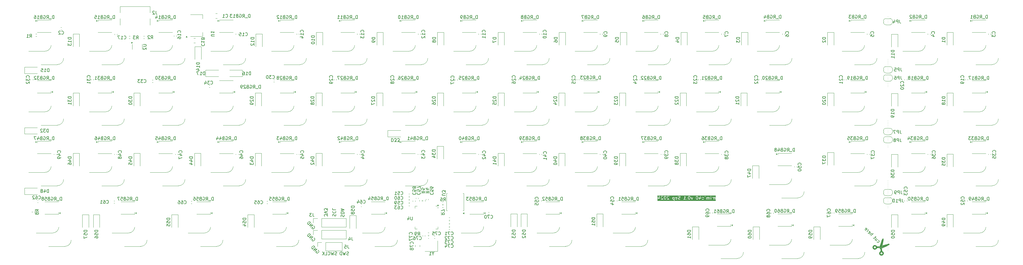
<source format=gbr>
G04 #@! TF.GenerationSoftware,KiCad,Pcbnew,8.0.1*
G04 #@! TF.CreationDate,2024-09-30T21:17:22+02:00*
G04 #@! TF.ProjectId,Mimic40,4d696d69-6334-4302-9e6b-696361645f70,0*
G04 #@! TF.SameCoordinates,Original*
G04 #@! TF.FileFunction,Legend,Bot*
G04 #@! TF.FilePolarity,Positive*
%FSLAX46Y46*%
G04 Gerber Fmt 4.6, Leading zero omitted, Abs format (unit mm)*
G04 Created by KiCad (PCBNEW 8.0.1) date 2024-09-30 21:17:22*
%MOMM*%
%LPD*%
G01*
G04 APERTURE LIST*
%ADD10C,0.120000*%
%ADD11C,0.150000*%
G04 APERTURE END LIST*
D10*
X341241282Y-152135599D02*
X341255170Y-152136400D01*
X341268301Y-152137722D01*
X341280694Y-152139565D01*
X341292365Y-152141929D01*
X341303333Y-152144814D01*
X341313614Y-152148220D01*
X341323228Y-152152148D01*
X341332190Y-152156597D01*
X341340519Y-152161568D01*
X341348233Y-152167061D01*
X341355349Y-152173075D01*
X341361885Y-152179612D01*
X341367858Y-152186672D01*
X341373287Y-152194254D01*
X341378188Y-152202358D01*
X341382580Y-152210986D01*
X341386479Y-152220137D01*
X341392401Y-152238845D01*
X341394274Y-152248133D01*
X341395404Y-152257391D01*
X341395779Y-152266633D01*
X341395386Y-152275870D01*
X341394211Y-152285115D01*
X341392243Y-152294380D01*
X341389468Y-152303676D01*
X341385873Y-152313016D01*
X341381445Y-152322412D01*
X341376172Y-152331876D01*
X341363038Y-152351056D01*
X341346367Y-152370652D01*
X341326057Y-152390762D01*
X341302004Y-152411481D01*
X341274107Y-152432908D01*
X341242260Y-152455137D01*
X341206363Y-152478266D01*
X341166310Y-152502391D01*
X341122001Y-152527610D01*
X341073331Y-152554018D01*
X340800550Y-152690546D01*
X340326591Y-152921361D01*
X339219780Y-153454687D01*
X339375492Y-152648224D01*
X340335938Y-152359036D01*
X340710623Y-152248166D01*
X340930167Y-152185927D01*
X340983855Y-152172472D01*
X341033529Y-152161089D01*
X341056904Y-152156176D01*
X341079329Y-152151781D01*
X341100821Y-152147905D01*
X341121397Y-152144548D01*
X341141076Y-152141711D01*
X341159874Y-152139393D01*
X341177810Y-152137594D01*
X341194901Y-152136315D01*
X341211165Y-152135556D01*
X341226619Y-152135317D01*
X341241282Y-152135599D01*
G36*
X341241282Y-152135599D02*
G01*
X341255170Y-152136400D01*
X341268301Y-152137722D01*
X341280694Y-152139565D01*
X341292365Y-152141929D01*
X341303333Y-152144814D01*
X341313614Y-152148220D01*
X341323228Y-152152148D01*
X341332190Y-152156597D01*
X341340519Y-152161568D01*
X341348233Y-152167061D01*
X341355349Y-152173075D01*
X341361885Y-152179612D01*
X341367858Y-152186672D01*
X341373287Y-152194254D01*
X341378188Y-152202358D01*
X341382580Y-152210986D01*
X341386479Y-152220137D01*
X341392401Y-152238845D01*
X341394274Y-152248133D01*
X341395404Y-152257391D01*
X341395779Y-152266633D01*
X341395386Y-152275870D01*
X341394211Y-152285115D01*
X341392243Y-152294380D01*
X341389468Y-152303676D01*
X341385873Y-152313016D01*
X341381445Y-152322412D01*
X341376172Y-152331876D01*
X341363038Y-152351056D01*
X341346367Y-152370652D01*
X341326057Y-152390762D01*
X341302004Y-152411481D01*
X341274107Y-152432908D01*
X341242260Y-152455137D01*
X341206363Y-152478266D01*
X341166310Y-152502391D01*
X341122001Y-152527610D01*
X341073331Y-152554018D01*
X340800550Y-152690546D01*
X340326591Y-152921361D01*
X339219780Y-153454687D01*
X339375492Y-152648224D01*
X340335938Y-152359036D01*
X340710623Y-152248166D01*
X340930167Y-152185927D01*
X340983855Y-152172472D01*
X341033529Y-152161089D01*
X341056904Y-152156176D01*
X341079329Y-152151781D01*
X341100821Y-152147905D01*
X341121397Y-152144548D01*
X341141076Y-152141711D01*
X341159874Y-152139393D01*
X341177810Y-152137594D01*
X341194901Y-152136315D01*
X341211165Y-152135556D01*
X341226619Y-152135317D01*
X341241282Y-152135599D01*
G37*
X341000000Y-140800000D02*
X341000000Y-140800000D01*
X341000000Y-140320000D02*
X341000000Y-140320000D01*
X341000000Y-139840000D02*
X341000000Y-139840000D01*
X341000000Y-117300000D02*
X341000000Y-117300000D01*
X341000000Y-116820000D02*
X341000000Y-116820000D01*
X341000000Y-116340000D02*
X341000000Y-116340000D01*
X341000000Y-118100000D02*
X341000000Y-118100000D01*
X341000000Y-102700000D02*
X341000000Y-102700000D01*
X341000000Y-102220000D02*
X341000000Y-102220000D01*
X341000000Y-101740000D02*
X341000000Y-101740000D01*
X341000000Y-101260000D02*
X341000000Y-101260000D01*
X341000000Y-96050000D02*
X341000000Y-96050000D01*
X341000000Y-95570000D02*
X341000000Y-95570000D01*
X341000000Y-95090000D02*
X341000000Y-95090000D01*
X341000000Y-94610000D02*
X341000000Y-94610000D01*
X341000000Y-94130000D02*
X341000000Y-94130000D01*
X341000000Y-134650000D02*
X341000000Y-134650000D01*
X341000000Y-134170000D02*
X341000000Y-134170000D01*
X341000000Y-133690000D02*
X341000000Y-133690000D01*
X341000000Y-133210000D02*
X341000000Y-133210000D01*
X341000000Y-132730000D02*
X341000000Y-132730000D01*
X341000000Y-132250000D02*
X341000000Y-132250000D01*
X341000000Y-80750000D02*
X341000000Y-80750000D01*
X341000000Y-97900000D02*
X341000000Y-97900000D01*
X341000000Y-97420000D02*
X341000000Y-97420000D01*
X341000000Y-96940000D02*
X341000000Y-96940000D01*
X336870072Y-152554417D02*
X336896606Y-152556024D01*
X336922980Y-152558688D01*
X336949162Y-152562394D01*
X336975124Y-152567130D01*
X337000835Y-152572881D01*
X337026264Y-152579635D01*
X337051382Y-152587379D01*
X337076158Y-152596099D01*
X337100563Y-152605783D01*
X337124566Y-152616416D01*
X337148136Y-152627985D01*
X337171244Y-152640478D01*
X337193860Y-152653881D01*
X337215953Y-152668181D01*
X337237493Y-152683365D01*
X337258450Y-152699419D01*
X337278794Y-152716330D01*
X337298495Y-152734085D01*
X337317522Y-152752670D01*
X337335845Y-152772073D01*
X337353435Y-152792281D01*
X337370260Y-152813279D01*
X337384280Y-152832040D01*
X337398201Y-152851301D01*
X337411952Y-152870451D01*
X337425464Y-152888880D01*
X337432108Y-152897634D01*
X337438666Y-152905980D01*
X337445128Y-152913840D01*
X337451486Y-152921140D01*
X337457731Y-152927802D01*
X337463854Y-152933751D01*
X337469847Y-152938910D01*
X337475700Y-152943204D01*
X337481802Y-152946867D01*
X337488520Y-152950171D01*
X337495807Y-152953128D01*
X337503616Y-152955754D01*
X337511901Y-152958063D01*
X337520616Y-152960070D01*
X337529715Y-152961788D01*
X337539150Y-152963233D01*
X337548876Y-152964419D01*
X337558845Y-152965360D01*
X337579329Y-152966566D01*
X337600231Y-152966965D01*
X337621180Y-152966675D01*
X337696978Y-152965248D01*
X337774120Y-152965055D01*
X337927973Y-152966986D01*
X338073818Y-152969702D01*
X338140950Y-152970490D01*
X338202736Y-152970437D01*
X338081958Y-153309279D01*
X338058621Y-153372366D01*
X338007655Y-153365869D01*
X337954215Y-153361573D01*
X337898249Y-153359666D01*
X337839707Y-153360338D01*
X337778538Y-153363779D01*
X337714691Y-153370177D01*
X337681748Y-153374545D01*
X337648117Y-153379722D01*
X337613791Y-153385734D01*
X337578764Y-153392603D01*
X337566395Y-153395353D01*
X337553612Y-153398648D01*
X337547168Y-153400505D01*
X337540744Y-153402503D01*
X337534383Y-153404647D01*
X337528126Y-153406936D01*
X337522014Y-153409375D01*
X337516089Y-153411964D01*
X337510393Y-153414706D01*
X337504966Y-153417603D01*
X337499851Y-153420656D01*
X337495089Y-153423869D01*
X337490721Y-153427244D01*
X337486790Y-153430781D01*
X337483255Y-153434348D01*
X337480004Y-153437826D01*
X337477009Y-153441241D01*
X337474243Y-153444615D01*
X337471680Y-153447973D01*
X337469293Y-153451338D01*
X337467054Y-153454732D01*
X337464936Y-153458181D01*
X337462913Y-153461708D01*
X337460958Y-153465336D01*
X337457141Y-153472989D01*
X337453270Y-153481331D01*
X337449128Y-153490550D01*
X337435532Y-153519001D01*
X337420604Y-153546792D01*
X337404367Y-153573871D01*
X337386844Y-153600185D01*
X337368058Y-153625682D01*
X337348031Y-153650309D01*
X337326786Y-153674015D01*
X337304345Y-153696747D01*
X337280731Y-153718452D01*
X337255967Y-153739079D01*
X337230075Y-153758575D01*
X337203078Y-153776887D01*
X337174998Y-153793964D01*
X337145858Y-153809753D01*
X337115681Y-153824201D01*
X337084489Y-153837257D01*
X337052321Y-153848853D01*
X337019954Y-153858700D01*
X336987443Y-153866824D01*
X336954841Y-153873247D01*
X336922204Y-153877994D01*
X336889584Y-153881088D01*
X336857036Y-153882553D01*
X336824613Y-153882413D01*
X336792370Y-153880691D01*
X336760361Y-153877412D01*
X336728640Y-153872599D01*
X336697260Y-153866275D01*
X336666276Y-153858465D01*
X336635742Y-153849193D01*
X336605711Y-153838481D01*
X336576239Y-153826354D01*
X336547377Y-153812835D01*
X336519182Y-153797949D01*
X336491706Y-153781719D01*
X336465004Y-153764168D01*
X336439130Y-153745321D01*
X336414137Y-153725201D01*
X336390080Y-153703832D01*
X336367013Y-153681238D01*
X336344989Y-153657442D01*
X336324063Y-153632469D01*
X336304289Y-153606341D01*
X336285720Y-153579083D01*
X336268411Y-153550719D01*
X336252416Y-153521272D01*
X336237789Y-153490765D01*
X336224583Y-153459224D01*
X336212988Y-153427062D01*
X336203140Y-153394701D01*
X336195015Y-153362195D01*
X336188590Y-153329597D01*
X336183842Y-153296962D01*
X336180746Y-153264343D01*
X336179279Y-153231795D01*
X336179305Y-153225578D01*
X336484466Y-153225578D01*
X336485254Y-153243171D01*
X336486923Y-153260803D01*
X336489485Y-153278445D01*
X336492952Y-153296067D01*
X336497338Y-153313640D01*
X336502656Y-153331135D01*
X336508917Y-153348523D01*
X336516057Y-153365572D01*
X336523965Y-153382063D01*
X336532613Y-153397980D01*
X336541972Y-153413312D01*
X336552011Y-153428046D01*
X336562702Y-153442169D01*
X336574016Y-153455668D01*
X336585923Y-153468530D01*
X336598394Y-153480743D01*
X336611400Y-153492294D01*
X336624912Y-153503169D01*
X336638900Y-153513357D01*
X336653336Y-153522844D01*
X336668190Y-153531617D01*
X336683432Y-153539664D01*
X336699035Y-153546972D01*
X336714967Y-153553528D01*
X336731201Y-153559319D01*
X336747707Y-153564332D01*
X336764455Y-153568555D01*
X336781417Y-153571975D01*
X336798564Y-153574578D01*
X336815865Y-153576353D01*
X336833293Y-153577286D01*
X336850817Y-153577365D01*
X336868408Y-153576576D01*
X336886038Y-153574907D01*
X336903676Y-153572346D01*
X336921295Y-153568878D01*
X336938864Y-153564492D01*
X336956354Y-153559175D01*
X336973736Y-153552913D01*
X336990785Y-153545768D01*
X337007274Y-153537854D01*
X337023191Y-153529201D01*
X337038523Y-153519838D01*
X337053256Y-153509794D01*
X337067379Y-153499098D01*
X337080877Y-153487780D01*
X337093740Y-153475869D01*
X337105952Y-153463394D01*
X337117503Y-153450384D01*
X337128378Y-153436868D01*
X337138566Y-153422876D01*
X337148053Y-153408437D01*
X337156826Y-153393580D01*
X337164873Y-153378334D01*
X337172181Y-153362728D01*
X337178738Y-153346792D01*
X337184529Y-153330555D01*
X337189542Y-153314046D01*
X337193766Y-153297294D01*
X337197186Y-153280328D01*
X337199790Y-153263178D01*
X337201565Y-153245873D01*
X337202498Y-153228442D01*
X337202577Y-153210914D01*
X337201789Y-153193318D01*
X337200120Y-153175684D01*
X337197559Y-153158041D01*
X337194092Y-153140417D01*
X337189706Y-153122843D01*
X337184388Y-153105348D01*
X337178127Y-153087960D01*
X337170981Y-153070917D01*
X337163067Y-153054433D01*
X337154414Y-153038521D01*
X337145051Y-153023194D01*
X337135009Y-153008464D01*
X337124315Y-152994345D01*
X337112999Y-152980849D01*
X337101090Y-152967989D01*
X337088617Y-152955778D01*
X337075610Y-152944230D01*
X337062097Y-152933356D01*
X337048108Y-152923169D01*
X337033672Y-152913684D01*
X337018818Y-152904912D01*
X337003575Y-152896866D01*
X336987973Y-152889560D01*
X336972040Y-152883005D01*
X336955807Y-152877216D01*
X336939301Y-152872205D01*
X336922552Y-152867984D01*
X336905589Y-152864568D01*
X336888442Y-152861968D01*
X336871139Y-152860197D01*
X336853711Y-152859269D01*
X336836185Y-152859196D01*
X336818591Y-152859991D01*
X336800958Y-152861667D01*
X336783316Y-152864237D01*
X336765694Y-152867714D01*
X336748120Y-152872110D01*
X336730624Y-152877439D01*
X336713235Y-152883714D01*
X336696193Y-152890852D01*
X336679710Y-152898760D01*
X336663799Y-152907406D01*
X336648473Y-152916762D01*
X336633744Y-152926800D01*
X336619626Y-152937489D01*
X336606132Y-152948800D01*
X336593274Y-152960705D01*
X336581065Y-152973174D01*
X336569518Y-152986177D01*
X336558645Y-152999687D01*
X336548460Y-153013673D01*
X336538976Y-153028106D01*
X336530205Y-153042958D01*
X336522160Y-153058199D01*
X336514853Y-153073799D01*
X336508299Y-153089730D01*
X336502509Y-153105963D01*
X336497497Y-153122467D01*
X336493274Y-153139215D01*
X336489855Y-153156177D01*
X336487252Y-153173323D01*
X336485477Y-153190625D01*
X336484544Y-153208053D01*
X336484466Y-153225578D01*
X336179305Y-153225578D01*
X336179416Y-153199373D01*
X336181135Y-153167129D01*
X336184412Y-153135118D01*
X336189222Y-153103395D01*
X336195542Y-153072012D01*
X336203349Y-153041025D01*
X336212619Y-153010488D01*
X336223327Y-152980454D01*
X336235451Y-152950977D01*
X336248966Y-152922112D01*
X336263849Y-152893913D01*
X336280076Y-152866434D01*
X336297623Y-152839729D01*
X336316467Y-152813851D01*
X336336584Y-152788856D01*
X336357950Y-152764797D01*
X336380542Y-152741728D01*
X336404335Y-152719704D01*
X336429306Y-152698778D01*
X336455432Y-152679005D01*
X336482688Y-152660438D01*
X336511051Y-152643131D01*
X336540497Y-152627140D01*
X336571003Y-152612517D01*
X336602544Y-152599318D01*
X336629024Y-152589640D01*
X336655644Y-152581150D01*
X336682376Y-152573835D01*
X336709188Y-152567682D01*
X336736052Y-152562677D01*
X336762935Y-152558807D01*
X336789810Y-152556060D01*
X336816644Y-152554421D01*
X336843408Y-152553878D01*
X336870072Y-152554417D01*
G36*
X336870072Y-152554417D02*
G01*
X336896606Y-152556024D01*
X336922980Y-152558688D01*
X336949162Y-152562394D01*
X336975124Y-152567130D01*
X337000835Y-152572881D01*
X337026264Y-152579635D01*
X337051382Y-152587379D01*
X337076158Y-152596099D01*
X337100563Y-152605783D01*
X337124566Y-152616416D01*
X337148136Y-152627985D01*
X337171244Y-152640478D01*
X337193860Y-152653881D01*
X337215953Y-152668181D01*
X337237493Y-152683365D01*
X337258450Y-152699419D01*
X337278794Y-152716330D01*
X337298495Y-152734085D01*
X337317522Y-152752670D01*
X337335845Y-152772073D01*
X337353435Y-152792281D01*
X337370260Y-152813279D01*
X337384280Y-152832040D01*
X337398201Y-152851301D01*
X337411952Y-152870451D01*
X337425464Y-152888880D01*
X337432108Y-152897634D01*
X337438666Y-152905980D01*
X337445128Y-152913840D01*
X337451486Y-152921140D01*
X337457731Y-152927802D01*
X337463854Y-152933751D01*
X337469847Y-152938910D01*
X337475700Y-152943204D01*
X337481802Y-152946867D01*
X337488520Y-152950171D01*
X337495807Y-152953128D01*
X337503616Y-152955754D01*
X337511901Y-152958063D01*
X337520616Y-152960070D01*
X337529715Y-152961788D01*
X337539150Y-152963233D01*
X337548876Y-152964419D01*
X337558845Y-152965360D01*
X337579329Y-152966566D01*
X337600231Y-152966965D01*
X337621180Y-152966675D01*
X337696978Y-152965248D01*
X337774120Y-152965055D01*
X337927973Y-152966986D01*
X338073818Y-152969702D01*
X338140950Y-152970490D01*
X338202736Y-152970437D01*
X338081958Y-153309279D01*
X338058621Y-153372366D01*
X338007655Y-153365869D01*
X337954215Y-153361573D01*
X337898249Y-153359666D01*
X337839707Y-153360338D01*
X337778538Y-153363779D01*
X337714691Y-153370177D01*
X337681748Y-153374545D01*
X337648117Y-153379722D01*
X337613791Y-153385734D01*
X337578764Y-153392603D01*
X337566395Y-153395353D01*
X337553612Y-153398648D01*
X337547168Y-153400505D01*
X337540744Y-153402503D01*
X337534383Y-153404647D01*
X337528126Y-153406936D01*
X337522014Y-153409375D01*
X337516089Y-153411964D01*
X337510393Y-153414706D01*
X337504966Y-153417603D01*
X337499851Y-153420656D01*
X337495089Y-153423869D01*
X337490721Y-153427244D01*
X337486790Y-153430781D01*
X337483255Y-153434348D01*
X337480004Y-153437826D01*
X337477009Y-153441241D01*
X337474243Y-153444615D01*
X337471680Y-153447973D01*
X337469293Y-153451338D01*
X337467054Y-153454732D01*
X337464936Y-153458181D01*
X337462913Y-153461708D01*
X337460958Y-153465336D01*
X337457141Y-153472989D01*
X337453270Y-153481331D01*
X337449128Y-153490550D01*
X337435532Y-153519001D01*
X337420604Y-153546792D01*
X337404367Y-153573871D01*
X337386844Y-153600185D01*
X337368058Y-153625682D01*
X337348031Y-153650309D01*
X337326786Y-153674015D01*
X337304345Y-153696747D01*
X337280731Y-153718452D01*
X337255967Y-153739079D01*
X337230075Y-153758575D01*
X337203078Y-153776887D01*
X337174998Y-153793964D01*
X337145858Y-153809753D01*
X337115681Y-153824201D01*
X337084489Y-153837257D01*
X337052321Y-153848853D01*
X337019954Y-153858700D01*
X336987443Y-153866824D01*
X336954841Y-153873247D01*
X336922204Y-153877994D01*
X336889584Y-153881088D01*
X336857036Y-153882553D01*
X336824613Y-153882413D01*
X336792370Y-153880691D01*
X336760361Y-153877412D01*
X336728640Y-153872599D01*
X336697260Y-153866275D01*
X336666276Y-153858465D01*
X336635742Y-153849193D01*
X336605711Y-153838481D01*
X336576239Y-153826354D01*
X336547377Y-153812835D01*
X336519182Y-153797949D01*
X336491706Y-153781719D01*
X336465004Y-153764168D01*
X336439130Y-153745321D01*
X336414137Y-153725201D01*
X336390080Y-153703832D01*
X336367013Y-153681238D01*
X336344989Y-153657442D01*
X336324063Y-153632469D01*
X336304289Y-153606341D01*
X336285720Y-153579083D01*
X336268411Y-153550719D01*
X336252416Y-153521272D01*
X336237789Y-153490765D01*
X336224583Y-153459224D01*
X336212988Y-153427062D01*
X336203140Y-153394701D01*
X336195015Y-153362195D01*
X336188590Y-153329597D01*
X336183842Y-153296962D01*
X336180746Y-153264343D01*
X336179279Y-153231795D01*
X336179305Y-153225578D01*
X336484466Y-153225578D01*
X336485254Y-153243171D01*
X336486923Y-153260803D01*
X336489485Y-153278445D01*
X336492952Y-153296067D01*
X336497338Y-153313640D01*
X336502656Y-153331135D01*
X336508917Y-153348523D01*
X336516057Y-153365572D01*
X336523965Y-153382063D01*
X336532613Y-153397980D01*
X336541972Y-153413312D01*
X336552011Y-153428046D01*
X336562702Y-153442169D01*
X336574016Y-153455668D01*
X336585923Y-153468530D01*
X336598394Y-153480743D01*
X336611400Y-153492294D01*
X336624912Y-153503169D01*
X336638900Y-153513357D01*
X336653336Y-153522844D01*
X336668190Y-153531617D01*
X336683432Y-153539664D01*
X336699035Y-153546972D01*
X336714967Y-153553528D01*
X336731201Y-153559319D01*
X336747707Y-153564332D01*
X336764455Y-153568555D01*
X336781417Y-153571975D01*
X336798564Y-153574578D01*
X336815865Y-153576353D01*
X336833293Y-153577286D01*
X336850817Y-153577365D01*
X336868408Y-153576576D01*
X336886038Y-153574907D01*
X336903676Y-153572346D01*
X336921295Y-153568878D01*
X336938864Y-153564492D01*
X336956354Y-153559175D01*
X336973736Y-153552913D01*
X336990785Y-153545768D01*
X337007274Y-153537854D01*
X337023191Y-153529201D01*
X337038523Y-153519838D01*
X337053256Y-153509794D01*
X337067379Y-153499098D01*
X337080877Y-153487780D01*
X337093740Y-153475869D01*
X337105952Y-153463394D01*
X337117503Y-153450384D01*
X337128378Y-153436868D01*
X337138566Y-153422876D01*
X337148053Y-153408437D01*
X337156826Y-153393580D01*
X337164873Y-153378334D01*
X337172181Y-153362728D01*
X337178738Y-153346792D01*
X337184529Y-153330555D01*
X337189542Y-153314046D01*
X337193766Y-153297294D01*
X337197186Y-153280328D01*
X337199790Y-153263178D01*
X337201565Y-153245873D01*
X337202498Y-153228442D01*
X337202577Y-153210914D01*
X337201789Y-153193318D01*
X337200120Y-153175684D01*
X337197559Y-153158041D01*
X337194092Y-153140417D01*
X337189706Y-153122843D01*
X337184388Y-153105348D01*
X337178127Y-153087960D01*
X337170981Y-153070917D01*
X337163067Y-153054433D01*
X337154414Y-153038521D01*
X337145051Y-153023194D01*
X337135009Y-153008464D01*
X337124315Y-152994345D01*
X337112999Y-152980849D01*
X337101090Y-152967989D01*
X337088617Y-152955778D01*
X337075610Y-152944230D01*
X337062097Y-152933356D01*
X337048108Y-152923169D01*
X337033672Y-152913684D01*
X337018818Y-152904912D01*
X337003575Y-152896866D01*
X336987973Y-152889560D01*
X336972040Y-152883005D01*
X336955807Y-152877216D01*
X336939301Y-152872205D01*
X336922552Y-152867984D01*
X336905589Y-152864568D01*
X336888442Y-152861968D01*
X336871139Y-152860197D01*
X336853711Y-152859269D01*
X336836185Y-152859196D01*
X336818591Y-152859991D01*
X336800958Y-152861667D01*
X336783316Y-152864237D01*
X336765694Y-152867714D01*
X336748120Y-152872110D01*
X336730624Y-152877439D01*
X336713235Y-152883714D01*
X336696193Y-152890852D01*
X336679710Y-152898760D01*
X336663799Y-152907406D01*
X336648473Y-152916762D01*
X336633744Y-152926800D01*
X336619626Y-152937489D01*
X336606132Y-152948800D01*
X336593274Y-152960705D01*
X336581065Y-152973174D01*
X336569518Y-152986177D01*
X336558645Y-152999687D01*
X336548460Y-153013673D01*
X336538976Y-153028106D01*
X336530205Y-153042958D01*
X336522160Y-153058199D01*
X336514853Y-153073799D01*
X336508299Y-153089730D01*
X336502509Y-153105963D01*
X336497497Y-153122467D01*
X336493274Y-153139215D01*
X336489855Y-153156177D01*
X336487252Y-153173323D01*
X336485477Y-153190625D01*
X336484544Y-153208053D01*
X336484466Y-153225578D01*
X336179305Y-153225578D01*
X336179416Y-153199373D01*
X336181135Y-153167129D01*
X336184412Y-153135118D01*
X336189222Y-153103395D01*
X336195542Y-153072012D01*
X336203349Y-153041025D01*
X336212619Y-153010488D01*
X336223327Y-152980454D01*
X336235451Y-152950977D01*
X336248966Y-152922112D01*
X336263849Y-152893913D01*
X336280076Y-152866434D01*
X336297623Y-152839729D01*
X336316467Y-152813851D01*
X336336584Y-152788856D01*
X336357950Y-152764797D01*
X336380542Y-152741728D01*
X336404335Y-152719704D01*
X336429306Y-152698778D01*
X336455432Y-152679005D01*
X336482688Y-152660438D01*
X336511051Y-152643131D01*
X336540497Y-152627140D01*
X336571003Y-152612517D01*
X336602544Y-152599318D01*
X336629024Y-152589640D01*
X336655644Y-152581150D01*
X336682376Y-152573835D01*
X336709188Y-152567682D01*
X336736052Y-152562677D01*
X336762935Y-152558807D01*
X336789810Y-152556060D01*
X336816644Y-152554421D01*
X336843408Y-152553878D01*
X336870072Y-152554417D01*
G37*
X341000000Y-100500000D02*
X341000000Y-100500000D01*
X341000000Y-100020000D02*
X341000000Y-100020000D01*
X341000000Y-99540000D02*
X341000000Y-99540000D01*
X341000000Y-98725000D02*
X341000000Y-98725000D01*
X341000000Y-115350000D02*
X341000000Y-115350000D01*
X341000000Y-114870000D02*
X341000000Y-114870000D01*
X341000000Y-114390000D02*
X341000000Y-114390000D01*
X341000000Y-113910000D02*
X341000000Y-113910000D01*
X341000000Y-113430000D02*
X341000000Y-113430000D01*
X339422966Y-150471886D02*
X339432398Y-150472771D01*
X339441946Y-150474376D01*
X339451621Y-150476688D01*
X339470154Y-150483097D01*
X339486822Y-150491748D01*
X339501638Y-150502781D01*
X339514621Y-150516338D01*
X339525785Y-150532560D01*
X339535147Y-150551586D01*
X339542722Y-150573558D01*
X339548527Y-150598617D01*
X339552578Y-150626903D01*
X339554890Y-150658558D01*
X339555479Y-150693721D01*
X339554362Y-150732534D01*
X339551554Y-150775138D01*
X339547071Y-150821673D01*
X339540930Y-150872280D01*
X339533146Y-150927100D01*
X339435278Y-151469971D01*
X339264701Y-152368107D01*
X339030665Y-153581284D01*
X339030057Y-153607510D01*
X339030808Y-153637834D01*
X339035799Y-153709394D01*
X339044455Y-153793202D01*
X339055592Y-153886496D01*
X339080585Y-154090498D01*
X339092075Y-154195682D01*
X339101317Y-154299307D01*
X339103199Y-154320172D01*
X339104392Y-154330584D01*
X339105765Y-154340919D01*
X339107328Y-154351130D01*
X339109089Y-154361168D01*
X339111059Y-154370987D01*
X339113246Y-154380538D01*
X339115661Y-154389775D01*
X339118311Y-154398649D01*
X339121207Y-154407114D01*
X339124359Y-154415121D01*
X339127775Y-154422623D01*
X339131464Y-154429573D01*
X339135437Y-154435922D01*
X339139702Y-154441624D01*
X339144594Y-154446997D01*
X339150360Y-154452418D01*
X339156923Y-154457886D01*
X339164207Y-154463401D01*
X339172135Y-154468962D01*
X339180629Y-154474568D01*
X339199015Y-154485913D01*
X339239224Y-154509111D01*
X339259821Y-154520952D01*
X339279931Y-154532946D01*
X339324493Y-154562874D01*
X339366163Y-154596058D01*
X339404810Y-154632269D01*
X339440304Y-154671278D01*
X339472514Y-154712855D01*
X339501309Y-154756771D01*
X339526559Y-154802798D01*
X339548132Y-154850706D01*
X339565898Y-154900265D01*
X339579727Y-154951247D01*
X339589487Y-155003422D01*
X339595049Y-155056561D01*
X339596280Y-155110435D01*
X339593051Y-155164815D01*
X339585231Y-155219470D01*
X339572689Y-155274173D01*
X339562843Y-155306914D01*
X339551475Y-155338773D01*
X339538636Y-155369722D01*
X339524377Y-155399731D01*
X339508750Y-155428771D01*
X339491805Y-155456813D01*
X339473595Y-155483827D01*
X339454169Y-155509785D01*
X339433580Y-155534656D01*
X339411879Y-155558413D01*
X339389116Y-155581025D01*
X339365344Y-155602463D01*
X339340614Y-155622698D01*
X339314976Y-155641701D01*
X339288482Y-155659443D01*
X339261183Y-155675894D01*
X339233131Y-155691025D01*
X339204377Y-155704806D01*
X339174972Y-155717210D01*
X339144967Y-155728205D01*
X339114413Y-155737764D01*
X339083363Y-155745856D01*
X339051867Y-155752453D01*
X339019975Y-155757526D01*
X338987741Y-155761044D01*
X338955214Y-155762979D01*
X338922447Y-155763302D01*
X338889490Y-155761983D01*
X338856394Y-155758993D01*
X338823212Y-155754303D01*
X338789993Y-155747883D01*
X338756790Y-155739705D01*
X338724056Y-155729852D01*
X338692203Y-155718477D01*
X338661260Y-155705632D01*
X338631256Y-155691367D01*
X338602222Y-155675734D01*
X338574185Y-155658784D01*
X338547175Y-155640569D01*
X338521221Y-155621139D01*
X338496354Y-155600546D01*
X338472601Y-155578842D01*
X338449993Y-155556077D01*
X338428559Y-155532302D01*
X338408327Y-155507570D01*
X338389327Y-155481930D01*
X338371589Y-155455436D01*
X338355142Y-155428136D01*
X338340014Y-155400084D01*
X338326236Y-155371331D01*
X338313836Y-155341926D01*
X338302844Y-155311923D01*
X338293289Y-155281371D01*
X338285200Y-155250323D01*
X338278607Y-155218829D01*
X338273539Y-155186941D01*
X338270025Y-155154710D01*
X338268095Y-155122187D01*
X338267819Y-155093776D01*
X338572899Y-155093776D01*
X338573072Y-155111489D01*
X338574117Y-155129071D01*
X338576018Y-155146495D01*
X338578759Y-155163734D01*
X338582324Y-155180759D01*
X338586697Y-155197544D01*
X338591863Y-155214060D01*
X338597805Y-155230280D01*
X338604509Y-155246176D01*
X338611957Y-155261720D01*
X338620135Y-155276884D01*
X338629027Y-155291641D01*
X338638617Y-155305964D01*
X338648888Y-155319823D01*
X338659826Y-155333192D01*
X338671414Y-155346043D01*
X338683636Y-155358349D01*
X338696478Y-155370081D01*
X338709922Y-155381211D01*
X338723954Y-155391713D01*
X338738557Y-155401557D01*
X338753716Y-155410718D01*
X338769415Y-155419166D01*
X338785637Y-155426874D01*
X338802368Y-155433815D01*
X338819591Y-155439961D01*
X338837291Y-155445283D01*
X338855238Y-155449705D01*
X338873193Y-155453175D01*
X338891129Y-155455711D01*
X338909018Y-155457328D01*
X338926833Y-155458042D01*
X338944545Y-155457868D01*
X338962127Y-155456823D01*
X338979551Y-155454922D01*
X338996790Y-155452181D01*
X339013816Y-155448616D01*
X339030600Y-155444242D01*
X339047116Y-155439076D01*
X339063336Y-155433133D01*
X339079232Y-155426430D01*
X339094776Y-155418981D01*
X339109940Y-155410802D01*
X339124697Y-155401910D01*
X339139020Y-155392321D01*
X339152879Y-155382049D01*
X339166249Y-155371111D01*
X339179100Y-155359523D01*
X339191405Y-155347300D01*
X339203137Y-155334459D01*
X339214267Y-155321015D01*
X339224769Y-155306983D01*
X339234613Y-155292380D01*
X339243774Y-155277222D01*
X339252222Y-155261524D01*
X339259931Y-155245302D01*
X339266871Y-155228572D01*
X339273017Y-155211349D01*
X339278339Y-155193650D01*
X339282761Y-155175710D01*
X339286232Y-155157760D01*
X339288768Y-155139829D01*
X339290385Y-155121945D01*
X339291099Y-155104134D01*
X339290925Y-155086425D01*
X339289880Y-155068846D01*
X339287980Y-155051424D01*
X339285239Y-155034186D01*
X339281674Y-155017162D01*
X339277301Y-155000379D01*
X339272135Y-154983863D01*
X339266193Y-154967644D01*
X339259489Y-154951749D01*
X339252040Y-154936205D01*
X339243862Y-154921041D01*
X339234971Y-154906284D01*
X339225381Y-154891962D01*
X339215110Y-154878103D01*
X339204172Y-154864734D01*
X339192584Y-154851884D01*
X339180361Y-154839579D01*
X339167520Y-154827849D01*
X339154075Y-154816720D01*
X339140044Y-154806220D01*
X339125440Y-154796377D01*
X339110282Y-154787219D01*
X339094583Y-154778774D01*
X339078360Y-154771069D01*
X339061630Y-154764132D01*
X339044406Y-154757992D01*
X339026706Y-154752674D01*
X339008766Y-154748247D01*
X338990817Y-154744770D01*
X338972885Y-154742228D01*
X338955000Y-154740605D01*
X338937189Y-154739886D01*
X338919480Y-154740055D01*
X338901900Y-154741096D01*
X338884477Y-154742993D01*
X338867239Y-154745730D01*
X338850214Y-154749291D01*
X338833430Y-154753661D01*
X338816913Y-154758824D01*
X338800693Y-154764764D01*
X338784796Y-154771466D01*
X338769251Y-154778912D01*
X338754085Y-154787088D01*
X338739326Y-154795979D01*
X338725001Y-154805567D01*
X338711140Y-154815837D01*
X338697768Y-154826774D01*
X338684915Y-154838361D01*
X338672608Y-154850583D01*
X338660874Y-154863424D01*
X338649741Y-154876868D01*
X338639237Y-154890899D01*
X338629391Y-154905502D01*
X338620228Y-154920660D01*
X338611779Y-154936359D01*
X338604069Y-154952581D01*
X338597127Y-154969312D01*
X338590981Y-154986536D01*
X338585658Y-155004235D01*
X338581237Y-155022182D01*
X338577766Y-155040137D01*
X338575230Y-155058073D01*
X338573613Y-155075962D01*
X338572899Y-155093776D01*
X338267819Y-155093776D01*
X338267777Y-155089424D01*
X338269101Y-155056472D01*
X338272096Y-155023382D01*
X338276792Y-154990205D01*
X338283218Y-154956993D01*
X338291403Y-154923796D01*
X338301131Y-154891407D01*
X338312352Y-154859881D01*
X338325013Y-154829246D01*
X338339067Y-154799532D01*
X338354464Y-154770766D01*
X338371152Y-154742977D01*
X338389084Y-154716193D01*
X338408209Y-154690442D01*
X338428478Y-154665753D01*
X338449841Y-154642154D01*
X338472247Y-154619672D01*
X338495649Y-154598338D01*
X338519995Y-154578178D01*
X338545236Y-154559221D01*
X338571323Y-154541496D01*
X338598205Y-154525030D01*
X338606936Y-154519943D01*
X338614820Y-154515220D01*
X338618496Y-154512921D01*
X338622023Y-154510624D01*
X338625422Y-154508299D01*
X338628713Y-154505917D01*
X338631917Y-154503449D01*
X338635054Y-154500863D01*
X338638147Y-154498131D01*
X338641215Y-154495224D01*
X338644278Y-154492110D01*
X338647359Y-154488761D01*
X338650478Y-154485148D01*
X338653654Y-154481239D01*
X338656763Y-154476966D01*
X338659664Y-154472276D01*
X338662362Y-154467208D01*
X338664866Y-154461806D01*
X338667181Y-154456109D01*
X338669313Y-154450160D01*
X338671270Y-154444000D01*
X338673058Y-154437671D01*
X338674682Y-154431213D01*
X338676150Y-154424668D01*
X338678643Y-154411482D01*
X338680587Y-154398444D01*
X338682035Y-154385886D01*
X338687878Y-154311452D01*
X338690356Y-154240479D01*
X338689678Y-154172894D01*
X338686051Y-154108626D01*
X338679684Y-154047602D01*
X338670787Y-153989751D01*
X338659566Y-153935001D01*
X338646232Y-153883280D01*
X338630992Y-153834515D01*
X338614055Y-153788635D01*
X338595629Y-153745568D01*
X338575924Y-153705241D01*
X338555147Y-153667583D01*
X338533507Y-153632523D01*
X338511212Y-153599986D01*
X338488472Y-153569903D01*
X338465494Y-153542201D01*
X338442488Y-153516808D01*
X338419661Y-153493651D01*
X338397223Y-153472660D01*
X338354344Y-153436883D01*
X338315521Y-153408903D01*
X338282421Y-153388143D01*
X338256713Y-153374028D01*
X338234145Y-153363426D01*
X338276299Y-153245492D01*
X338568281Y-153245492D01*
X338568339Y-153251692D01*
X338568702Y-153257846D01*
X338569365Y-153263944D01*
X338570322Y-153269977D01*
X338571569Y-153275936D01*
X338573099Y-153281809D01*
X338574906Y-153287589D01*
X338576986Y-153293264D01*
X338579332Y-153298826D01*
X338581940Y-153304265D01*
X338584803Y-153309570D01*
X338587916Y-153314733D01*
X338591274Y-153319744D01*
X338594871Y-153324592D01*
X338598701Y-153329269D01*
X338602759Y-153333765D01*
X338607039Y-153338069D01*
X338611536Y-153342173D01*
X338616244Y-153346067D01*
X338621158Y-153349740D01*
X338626272Y-153353184D01*
X338631581Y-153356388D01*
X338637078Y-153359343D01*
X338642759Y-153362040D01*
X338648618Y-153364468D01*
X338654649Y-153366618D01*
X338660848Y-153368480D01*
X338667125Y-153370026D01*
X338673406Y-153371240D01*
X338679681Y-153372126D01*
X338685940Y-153372692D01*
X338692172Y-153372941D01*
X338698369Y-153372880D01*
X338704521Y-153372514D01*
X338710618Y-153371849D01*
X338716650Y-153370890D01*
X338722608Y-153369643D01*
X338728482Y-153368113D01*
X338734261Y-153366305D01*
X338739938Y-153364226D01*
X338745500Y-153361880D01*
X338750940Y-153359274D01*
X338756247Y-153356412D01*
X338761412Y-153353301D01*
X338766425Y-153349945D01*
X338771275Y-153346351D01*
X338775955Y-153342523D01*
X338780452Y-153338468D01*
X338784759Y-153334190D01*
X338788865Y-153329695D01*
X338792761Y-153324990D01*
X338796436Y-153320079D01*
X338799882Y-153314967D01*
X338803088Y-153309661D01*
X338806045Y-153304166D01*
X338808742Y-153298487D01*
X338811171Y-153292629D01*
X338813322Y-153286600D01*
X338815184Y-153280403D01*
X338816731Y-153274125D01*
X338817946Y-153267844D01*
X338818833Y-153261569D01*
X338819399Y-153255310D01*
X338819649Y-153249078D01*
X338819589Y-153242880D01*
X338819224Y-153236728D01*
X338818559Y-153230631D01*
X338817601Y-153224598D01*
X338816354Y-153218640D01*
X338814824Y-153212766D01*
X338813017Y-153206985D01*
X338810938Y-153201308D01*
X338808592Y-153195744D01*
X338805986Y-153190302D01*
X338803124Y-153184994D01*
X338800013Y-153179827D01*
X338796657Y-153174813D01*
X338793062Y-153169960D01*
X338789235Y-153165278D01*
X338785179Y-153160777D01*
X338780901Y-153156467D01*
X338776406Y-153152358D01*
X338771700Y-153148459D01*
X338766788Y-153144779D01*
X338761676Y-153141329D01*
X338756369Y-153138118D01*
X338750873Y-153135157D01*
X338745194Y-153132454D01*
X338739336Y-153130019D01*
X338733305Y-153127862D01*
X338727107Y-153125993D01*
X338720823Y-153124447D01*
X338714536Y-153123233D01*
X338708257Y-153122346D01*
X338701994Y-153121782D01*
X338695758Y-153121534D01*
X338689558Y-153121596D01*
X338683404Y-153121964D01*
X338677306Y-153122631D01*
X338671273Y-153123593D01*
X338665314Y-153124843D01*
X338659441Y-153126376D01*
X338653661Y-153128187D01*
X338647986Y-153130269D01*
X338642424Y-153132618D01*
X338636986Y-153135228D01*
X338631680Y-153138093D01*
X338626517Y-153141208D01*
X338621506Y-153144568D01*
X338616658Y-153148166D01*
X338611981Y-153151997D01*
X338607485Y-153156056D01*
X338603181Y-153160337D01*
X338599077Y-153164834D01*
X338595183Y-153169543D01*
X338591510Y-153174457D01*
X338588066Y-153179571D01*
X338584862Y-153184879D01*
X338581907Y-153190376D01*
X338579210Y-153196057D01*
X338576782Y-153201915D01*
X338574632Y-153207946D01*
X338572770Y-153214143D01*
X338571217Y-153220427D01*
X338569997Y-153226714D01*
X338569105Y-153232993D01*
X338568534Y-153239256D01*
X338568281Y-153245492D01*
X338276299Y-153245492D01*
X338650000Y-152200000D01*
X338960175Y-151340045D01*
X339152167Y-150822889D01*
X339173365Y-150771751D01*
X339193834Y-150725072D01*
X339213658Y-150682740D01*
X339232924Y-150644643D01*
X339242374Y-150627146D01*
X339251716Y-150610666D01*
X339260961Y-150595188D01*
X339270120Y-150580699D01*
X339279204Y-150567183D01*
X339288222Y-150554627D01*
X339297186Y-150543017D01*
X339306107Y-150532338D01*
X339314994Y-150522577D01*
X339323860Y-150513720D01*
X339332714Y-150505752D01*
X339341567Y-150498659D01*
X339350429Y-150492427D01*
X339359313Y-150487043D01*
X339368227Y-150482491D01*
X339377183Y-150478759D01*
X339386192Y-150475831D01*
X339395264Y-150473694D01*
X339404410Y-150472334D01*
X339413640Y-150471736D01*
X339422966Y-150471886D01*
G36*
X339422966Y-150471886D02*
G01*
X339432398Y-150472771D01*
X339441946Y-150474376D01*
X339451621Y-150476688D01*
X339470154Y-150483097D01*
X339486822Y-150491748D01*
X339501638Y-150502781D01*
X339514621Y-150516338D01*
X339525785Y-150532560D01*
X339535147Y-150551586D01*
X339542722Y-150573558D01*
X339548527Y-150598617D01*
X339552578Y-150626903D01*
X339554890Y-150658558D01*
X339555479Y-150693721D01*
X339554362Y-150732534D01*
X339551554Y-150775138D01*
X339547071Y-150821673D01*
X339540930Y-150872280D01*
X339533146Y-150927100D01*
X339435278Y-151469971D01*
X339264701Y-152368107D01*
X339030665Y-153581284D01*
X339030057Y-153607510D01*
X339030808Y-153637834D01*
X339035799Y-153709394D01*
X339044455Y-153793202D01*
X339055592Y-153886496D01*
X339080585Y-154090498D01*
X339092075Y-154195682D01*
X339101317Y-154299307D01*
X339103199Y-154320172D01*
X339104392Y-154330584D01*
X339105765Y-154340919D01*
X339107328Y-154351130D01*
X339109089Y-154361168D01*
X339111059Y-154370987D01*
X339113246Y-154380538D01*
X339115661Y-154389775D01*
X339118311Y-154398649D01*
X339121207Y-154407114D01*
X339124359Y-154415121D01*
X339127775Y-154422623D01*
X339131464Y-154429573D01*
X339135437Y-154435922D01*
X339139702Y-154441624D01*
X339144594Y-154446997D01*
X339150360Y-154452418D01*
X339156923Y-154457886D01*
X339164207Y-154463401D01*
X339172135Y-154468962D01*
X339180629Y-154474568D01*
X339199015Y-154485913D01*
X339239224Y-154509111D01*
X339259821Y-154520952D01*
X339279931Y-154532946D01*
X339324493Y-154562874D01*
X339366163Y-154596058D01*
X339404810Y-154632269D01*
X339440304Y-154671278D01*
X339472514Y-154712855D01*
X339501309Y-154756771D01*
X339526559Y-154802798D01*
X339548132Y-154850706D01*
X339565898Y-154900265D01*
X339579727Y-154951247D01*
X339589487Y-155003422D01*
X339595049Y-155056561D01*
X339596280Y-155110435D01*
X339593051Y-155164815D01*
X339585231Y-155219470D01*
X339572689Y-155274173D01*
X339562843Y-155306914D01*
X339551475Y-155338773D01*
X339538636Y-155369722D01*
X339524377Y-155399731D01*
X339508750Y-155428771D01*
X339491805Y-155456813D01*
X339473595Y-155483827D01*
X339454169Y-155509785D01*
X339433580Y-155534656D01*
X339411879Y-155558413D01*
X339389116Y-155581025D01*
X339365344Y-155602463D01*
X339340614Y-155622698D01*
X339314976Y-155641701D01*
X339288482Y-155659443D01*
X339261183Y-155675894D01*
X339233131Y-155691025D01*
X339204377Y-155704806D01*
X339174972Y-155717210D01*
X339144967Y-155728205D01*
X339114413Y-155737764D01*
X339083363Y-155745856D01*
X339051867Y-155752453D01*
X339019975Y-155757526D01*
X338987741Y-155761044D01*
X338955214Y-155762979D01*
X338922447Y-155763302D01*
X338889490Y-155761983D01*
X338856394Y-155758993D01*
X338823212Y-155754303D01*
X338789993Y-155747883D01*
X338756790Y-155739705D01*
X338724056Y-155729852D01*
X338692203Y-155718477D01*
X338661260Y-155705632D01*
X338631256Y-155691367D01*
X338602222Y-155675734D01*
X338574185Y-155658784D01*
X338547175Y-155640569D01*
X338521221Y-155621139D01*
X338496354Y-155600546D01*
X338472601Y-155578842D01*
X338449993Y-155556077D01*
X338428559Y-155532302D01*
X338408327Y-155507570D01*
X338389327Y-155481930D01*
X338371589Y-155455436D01*
X338355142Y-155428136D01*
X338340014Y-155400084D01*
X338326236Y-155371331D01*
X338313836Y-155341926D01*
X338302844Y-155311923D01*
X338293289Y-155281371D01*
X338285200Y-155250323D01*
X338278607Y-155218829D01*
X338273539Y-155186941D01*
X338270025Y-155154710D01*
X338268095Y-155122187D01*
X338267819Y-155093776D01*
X338572899Y-155093776D01*
X338573072Y-155111489D01*
X338574117Y-155129071D01*
X338576018Y-155146495D01*
X338578759Y-155163734D01*
X338582324Y-155180759D01*
X338586697Y-155197544D01*
X338591863Y-155214060D01*
X338597805Y-155230280D01*
X338604509Y-155246176D01*
X338611957Y-155261720D01*
X338620135Y-155276884D01*
X338629027Y-155291641D01*
X338638617Y-155305964D01*
X338648888Y-155319823D01*
X338659826Y-155333192D01*
X338671414Y-155346043D01*
X338683636Y-155358349D01*
X338696478Y-155370081D01*
X338709922Y-155381211D01*
X338723954Y-155391713D01*
X338738557Y-155401557D01*
X338753716Y-155410718D01*
X338769415Y-155419166D01*
X338785637Y-155426874D01*
X338802368Y-155433815D01*
X338819591Y-155439961D01*
X338837291Y-155445283D01*
X338855238Y-155449705D01*
X338873193Y-155453175D01*
X338891129Y-155455711D01*
X338909018Y-155457328D01*
X338926833Y-155458042D01*
X338944545Y-155457868D01*
X338962127Y-155456823D01*
X338979551Y-155454922D01*
X338996790Y-155452181D01*
X339013816Y-155448616D01*
X339030600Y-155444242D01*
X339047116Y-155439076D01*
X339063336Y-155433133D01*
X339079232Y-155426430D01*
X339094776Y-155418981D01*
X339109940Y-155410802D01*
X339124697Y-155401910D01*
X339139020Y-155392321D01*
X339152879Y-155382049D01*
X339166249Y-155371111D01*
X339179100Y-155359523D01*
X339191405Y-155347300D01*
X339203137Y-155334459D01*
X339214267Y-155321015D01*
X339224769Y-155306983D01*
X339234613Y-155292380D01*
X339243774Y-155277222D01*
X339252222Y-155261524D01*
X339259931Y-155245302D01*
X339266871Y-155228572D01*
X339273017Y-155211349D01*
X339278339Y-155193650D01*
X339282761Y-155175710D01*
X339286232Y-155157760D01*
X339288768Y-155139829D01*
X339290385Y-155121945D01*
X339291099Y-155104134D01*
X339290925Y-155086425D01*
X339289880Y-155068846D01*
X339287980Y-155051424D01*
X339285239Y-155034186D01*
X339281674Y-155017162D01*
X339277301Y-155000379D01*
X339272135Y-154983863D01*
X339266193Y-154967644D01*
X339259489Y-154951749D01*
X339252040Y-154936205D01*
X339243862Y-154921041D01*
X339234971Y-154906284D01*
X339225381Y-154891962D01*
X339215110Y-154878103D01*
X339204172Y-154864734D01*
X339192584Y-154851884D01*
X339180361Y-154839579D01*
X339167520Y-154827849D01*
X339154075Y-154816720D01*
X339140044Y-154806220D01*
X339125440Y-154796377D01*
X339110282Y-154787219D01*
X339094583Y-154778774D01*
X339078360Y-154771069D01*
X339061630Y-154764132D01*
X339044406Y-154757992D01*
X339026706Y-154752674D01*
X339008766Y-154748247D01*
X338990817Y-154744770D01*
X338972885Y-154742228D01*
X338955000Y-154740605D01*
X338937189Y-154739886D01*
X338919480Y-154740055D01*
X338901900Y-154741096D01*
X338884477Y-154742993D01*
X338867239Y-154745730D01*
X338850214Y-154749291D01*
X338833430Y-154753661D01*
X338816913Y-154758824D01*
X338800693Y-154764764D01*
X338784796Y-154771466D01*
X338769251Y-154778912D01*
X338754085Y-154787088D01*
X338739326Y-154795979D01*
X338725001Y-154805567D01*
X338711140Y-154815837D01*
X338697768Y-154826774D01*
X338684915Y-154838361D01*
X338672608Y-154850583D01*
X338660874Y-154863424D01*
X338649741Y-154876868D01*
X338639237Y-154890899D01*
X338629391Y-154905502D01*
X338620228Y-154920660D01*
X338611779Y-154936359D01*
X338604069Y-154952581D01*
X338597127Y-154969312D01*
X338590981Y-154986536D01*
X338585658Y-155004235D01*
X338581237Y-155022182D01*
X338577766Y-155040137D01*
X338575230Y-155058073D01*
X338573613Y-155075962D01*
X338572899Y-155093776D01*
X338267819Y-155093776D01*
X338267777Y-155089424D01*
X338269101Y-155056472D01*
X338272096Y-155023382D01*
X338276792Y-154990205D01*
X338283218Y-154956993D01*
X338291403Y-154923796D01*
X338301131Y-154891407D01*
X338312352Y-154859881D01*
X338325013Y-154829246D01*
X338339067Y-154799532D01*
X338354464Y-154770766D01*
X338371152Y-154742977D01*
X338389084Y-154716193D01*
X338408209Y-154690442D01*
X338428478Y-154665753D01*
X338449841Y-154642154D01*
X338472247Y-154619672D01*
X338495649Y-154598338D01*
X338519995Y-154578178D01*
X338545236Y-154559221D01*
X338571323Y-154541496D01*
X338598205Y-154525030D01*
X338606936Y-154519943D01*
X338614820Y-154515220D01*
X338618496Y-154512921D01*
X338622023Y-154510624D01*
X338625422Y-154508299D01*
X338628713Y-154505917D01*
X338631917Y-154503449D01*
X338635054Y-154500863D01*
X338638147Y-154498131D01*
X338641215Y-154495224D01*
X338644278Y-154492110D01*
X338647359Y-154488761D01*
X338650478Y-154485148D01*
X338653654Y-154481239D01*
X338656763Y-154476966D01*
X338659664Y-154472276D01*
X338662362Y-154467208D01*
X338664866Y-154461806D01*
X338667181Y-154456109D01*
X338669313Y-154450160D01*
X338671270Y-154444000D01*
X338673058Y-154437671D01*
X338674682Y-154431213D01*
X338676150Y-154424668D01*
X338678643Y-154411482D01*
X338680587Y-154398444D01*
X338682035Y-154385886D01*
X338687878Y-154311452D01*
X338690356Y-154240479D01*
X338689678Y-154172894D01*
X338686051Y-154108626D01*
X338679684Y-154047602D01*
X338670787Y-153989751D01*
X338659566Y-153935001D01*
X338646232Y-153883280D01*
X338630992Y-153834515D01*
X338614055Y-153788635D01*
X338595629Y-153745568D01*
X338575924Y-153705241D01*
X338555147Y-153667583D01*
X338533507Y-153632523D01*
X338511212Y-153599986D01*
X338488472Y-153569903D01*
X338465494Y-153542201D01*
X338442488Y-153516808D01*
X338419661Y-153493651D01*
X338397223Y-153472660D01*
X338354344Y-153436883D01*
X338315521Y-153408903D01*
X338282421Y-153388143D01*
X338256713Y-153374028D01*
X338234145Y-153363426D01*
X338276299Y-153245492D01*
X338568281Y-153245492D01*
X338568339Y-153251692D01*
X338568702Y-153257846D01*
X338569365Y-153263944D01*
X338570322Y-153269977D01*
X338571569Y-153275936D01*
X338573099Y-153281809D01*
X338574906Y-153287589D01*
X338576986Y-153293264D01*
X338579332Y-153298826D01*
X338581940Y-153304265D01*
X338584803Y-153309570D01*
X338587916Y-153314733D01*
X338591274Y-153319744D01*
X338594871Y-153324592D01*
X338598701Y-153329269D01*
X338602759Y-153333765D01*
X338607039Y-153338069D01*
X338611536Y-153342173D01*
X338616244Y-153346067D01*
X338621158Y-153349740D01*
X338626272Y-153353184D01*
X338631581Y-153356388D01*
X338637078Y-153359343D01*
X338642759Y-153362040D01*
X338648618Y-153364468D01*
X338654649Y-153366618D01*
X338660848Y-153368480D01*
X338667125Y-153370026D01*
X338673406Y-153371240D01*
X338679681Y-153372126D01*
X338685940Y-153372692D01*
X338692172Y-153372941D01*
X338698369Y-153372880D01*
X338704521Y-153372514D01*
X338710618Y-153371849D01*
X338716650Y-153370890D01*
X338722608Y-153369643D01*
X338728482Y-153368113D01*
X338734261Y-153366305D01*
X338739938Y-153364226D01*
X338745500Y-153361880D01*
X338750940Y-153359274D01*
X338756247Y-153356412D01*
X338761412Y-153353301D01*
X338766425Y-153349945D01*
X338771275Y-153346351D01*
X338775955Y-153342523D01*
X338780452Y-153338468D01*
X338784759Y-153334190D01*
X338788865Y-153329695D01*
X338792761Y-153324990D01*
X338796436Y-153320079D01*
X338799882Y-153314967D01*
X338803088Y-153309661D01*
X338806045Y-153304166D01*
X338808742Y-153298487D01*
X338811171Y-153292629D01*
X338813322Y-153286600D01*
X338815184Y-153280403D01*
X338816731Y-153274125D01*
X338817946Y-153267844D01*
X338818833Y-153261569D01*
X338819399Y-153255310D01*
X338819649Y-153249078D01*
X338819589Y-153242880D01*
X338819224Y-153236728D01*
X338818559Y-153230631D01*
X338817601Y-153224598D01*
X338816354Y-153218640D01*
X338814824Y-153212766D01*
X338813017Y-153206985D01*
X338810938Y-153201308D01*
X338808592Y-153195744D01*
X338805986Y-153190302D01*
X338803124Y-153184994D01*
X338800013Y-153179827D01*
X338796657Y-153174813D01*
X338793062Y-153169960D01*
X338789235Y-153165278D01*
X338785179Y-153160777D01*
X338780901Y-153156467D01*
X338776406Y-153152358D01*
X338771700Y-153148459D01*
X338766788Y-153144779D01*
X338761676Y-153141329D01*
X338756369Y-153138118D01*
X338750873Y-153135157D01*
X338745194Y-153132454D01*
X338739336Y-153130019D01*
X338733305Y-153127862D01*
X338727107Y-153125993D01*
X338720823Y-153124447D01*
X338714536Y-153123233D01*
X338708257Y-153122346D01*
X338701994Y-153121782D01*
X338695758Y-153121534D01*
X338689558Y-153121596D01*
X338683404Y-153121964D01*
X338677306Y-153122631D01*
X338671273Y-153123593D01*
X338665314Y-153124843D01*
X338659441Y-153126376D01*
X338653661Y-153128187D01*
X338647986Y-153130269D01*
X338642424Y-153132618D01*
X338636986Y-153135228D01*
X338631680Y-153138093D01*
X338626517Y-153141208D01*
X338621506Y-153144568D01*
X338616658Y-153148166D01*
X338611981Y-153151997D01*
X338607485Y-153156056D01*
X338603181Y-153160337D01*
X338599077Y-153164834D01*
X338595183Y-153169543D01*
X338591510Y-153174457D01*
X338588066Y-153179571D01*
X338584862Y-153184879D01*
X338581907Y-153190376D01*
X338579210Y-153196057D01*
X338576782Y-153201915D01*
X338574632Y-153207946D01*
X338572770Y-153214143D01*
X338571217Y-153220427D01*
X338569997Y-153226714D01*
X338569105Y-153232993D01*
X338568534Y-153239256D01*
X338568281Y-153245492D01*
X338276299Y-153245492D01*
X338650000Y-152200000D01*
X338960175Y-151340045D01*
X339152167Y-150822889D01*
X339173365Y-150771751D01*
X339193834Y-150725072D01*
X339213658Y-150682740D01*
X339232924Y-150644643D01*
X339242374Y-150627146D01*
X339251716Y-150610666D01*
X339260961Y-150595188D01*
X339270120Y-150580699D01*
X339279204Y-150567183D01*
X339288222Y-150554627D01*
X339297186Y-150543017D01*
X339306107Y-150532338D01*
X339314994Y-150522577D01*
X339323860Y-150513720D01*
X339332714Y-150505752D01*
X339341567Y-150498659D01*
X339350429Y-150492427D01*
X339359313Y-150487043D01*
X339368227Y-150482491D01*
X339377183Y-150478759D01*
X339386192Y-150475831D01*
X339395264Y-150473694D01*
X339404410Y-150472334D01*
X339413640Y-150471736D01*
X339422966Y-150471886D01*
G37*
X341000000Y-83700000D02*
X341000000Y-83700000D01*
X341000000Y-154200000D02*
X341000000Y-154200000D01*
X341000000Y-153720000D02*
X341000000Y-153720000D01*
X341000000Y-153240000D02*
X341000000Y-153240000D01*
X341000000Y-152760000D02*
X341000000Y-152760000D01*
X341000000Y-152280000D02*
X341000000Y-152280000D01*
X341000000Y-151800000D02*
X341000000Y-151800000D01*
X341000000Y-151320000D02*
X341000000Y-151320000D01*
X341000000Y-139100000D02*
X341000000Y-139100000D01*
X341000000Y-138620000D02*
X341000000Y-138620000D01*
X341000000Y-138140000D02*
X341000000Y-138140000D01*
X341000000Y-121750000D02*
X341000000Y-121750000D01*
X341000000Y-121270000D02*
X341000000Y-121270000D01*
X341000000Y-120790000D02*
X341000000Y-120790000D01*
X341000000Y-82750000D02*
X341000000Y-82750000D01*
X341000000Y-82270000D02*
X341000000Y-82270000D01*
X341000000Y-81790000D02*
X341000000Y-81790000D01*
X341000000Y-136500000D02*
X341000000Y-136500000D01*
X341000000Y-136020000D02*
X341000000Y-136020000D01*
X341000000Y-135540000D02*
X341000000Y-135540000D01*
X341000000Y-137300000D02*
X341000000Y-137300000D01*
X341000000Y-119850000D02*
X341000000Y-119850000D01*
X341000000Y-119370000D02*
X341000000Y-119370000D01*
X341000000Y-118890000D02*
X341000000Y-118890000D01*
D11*
X166777800Y-143410839D02*
X166730180Y-143267982D01*
X166730180Y-143267982D02*
X166730180Y-143029887D01*
X166730180Y-143029887D02*
X166777800Y-142934649D01*
X166777800Y-142934649D02*
X166825419Y-142887030D01*
X166825419Y-142887030D02*
X166920657Y-142839411D01*
X166920657Y-142839411D02*
X167015895Y-142839411D01*
X167015895Y-142839411D02*
X167111133Y-142887030D01*
X167111133Y-142887030D02*
X167158752Y-142934649D01*
X167158752Y-142934649D02*
X167206371Y-143029887D01*
X167206371Y-143029887D02*
X167253990Y-143220363D01*
X167253990Y-143220363D02*
X167301609Y-143315601D01*
X167301609Y-143315601D02*
X167349228Y-143363220D01*
X167349228Y-143363220D02*
X167444466Y-143410839D01*
X167444466Y-143410839D02*
X167539704Y-143410839D01*
X167539704Y-143410839D02*
X167634942Y-143363220D01*
X167634942Y-143363220D02*
X167682561Y-143315601D01*
X167682561Y-143315601D02*
X167730180Y-143220363D01*
X167730180Y-143220363D02*
X167730180Y-142982268D01*
X167730180Y-142982268D02*
X167682561Y-142839411D01*
X166825419Y-141839411D02*
X166777800Y-141887030D01*
X166777800Y-141887030D02*
X166730180Y-142029887D01*
X166730180Y-142029887D02*
X166730180Y-142125125D01*
X166730180Y-142125125D02*
X166777800Y-142267982D01*
X166777800Y-142267982D02*
X166873038Y-142363220D01*
X166873038Y-142363220D02*
X166968276Y-142410839D01*
X166968276Y-142410839D02*
X167158752Y-142458458D01*
X167158752Y-142458458D02*
X167301609Y-142458458D01*
X167301609Y-142458458D02*
X167492085Y-142410839D01*
X167492085Y-142410839D02*
X167587323Y-142363220D01*
X167587323Y-142363220D02*
X167682561Y-142267982D01*
X167682561Y-142267982D02*
X167730180Y-142125125D01*
X167730180Y-142125125D02*
X167730180Y-142029887D01*
X167730180Y-142029887D02*
X167682561Y-141887030D01*
X167682561Y-141887030D02*
X167634942Y-141839411D01*
X166730180Y-140934649D02*
X166730180Y-141410839D01*
X166730180Y-141410839D02*
X167730180Y-141410839D01*
G36*
X273831210Y-137596392D02*
G01*
X273831891Y-138076048D01*
X273795228Y-138094928D01*
X273640059Y-138096018D01*
X273571530Y-138062767D01*
X273540203Y-138032521D01*
X273504813Y-137963798D01*
X273503612Y-137713479D01*
X273536940Y-137644793D01*
X273567184Y-137613466D01*
X273635975Y-137578042D01*
X273791144Y-137576952D01*
X273831210Y-137596392D01*
G37*
G36*
X271145388Y-137276871D02*
G01*
X271176715Y-137307115D01*
X271215069Y-137381596D01*
X271259672Y-137554968D01*
X271260925Y-137774641D01*
X271218803Y-137948159D01*
X271179978Y-138028175D01*
X271149732Y-138059504D01*
X271080752Y-138095026D01*
X271020591Y-138095815D01*
X270952482Y-138062767D01*
X270921155Y-138032521D01*
X270882800Y-137958040D01*
X270838197Y-137784668D01*
X270836944Y-137564995D01*
X270879066Y-137391477D01*
X270917892Y-137311460D01*
X270948136Y-137280133D01*
X271017117Y-137244611D01*
X271077278Y-137243822D01*
X271145388Y-137276871D01*
G37*
G36*
X274707025Y-137605453D02*
G01*
X274735896Y-137661517D01*
X274736201Y-137745339D01*
X274408857Y-137680850D01*
X274408653Y-137665284D01*
X274436951Y-137606966D01*
X274493118Y-137578042D01*
X274648287Y-137576952D01*
X274707025Y-137605453D01*
G37*
G36*
X278716817Y-137276871D02*
G01*
X278748144Y-137307115D01*
X278786498Y-137381596D01*
X278831101Y-137554968D01*
X278832354Y-137774641D01*
X278790232Y-137948159D01*
X278751407Y-138028175D01*
X278721161Y-138059504D01*
X278652181Y-138095026D01*
X278592020Y-138095815D01*
X278523911Y-138062767D01*
X278492584Y-138032521D01*
X278454229Y-137958040D01*
X278409626Y-137784668D01*
X278408373Y-137564995D01*
X278450495Y-137391477D01*
X278489321Y-137311460D01*
X278519565Y-137280133D01*
X278588546Y-137244611D01*
X278648707Y-137243822D01*
X278716817Y-137276871D01*
G37*
G36*
X281193008Y-137276871D02*
G01*
X281224335Y-137307115D01*
X281262689Y-137381596D01*
X281307292Y-137554968D01*
X281308545Y-137774641D01*
X281266423Y-137948159D01*
X281227598Y-138028175D01*
X281197352Y-138059504D01*
X281128372Y-138095026D01*
X281068211Y-138095815D01*
X281000102Y-138062767D01*
X280968775Y-138032521D01*
X280930420Y-137958040D01*
X280885817Y-137784668D01*
X280884564Y-137564995D01*
X280926686Y-137391477D01*
X280965512Y-137311460D01*
X280995756Y-137280133D01*
X281064737Y-137244611D01*
X281124898Y-137243822D01*
X281193008Y-137276871D01*
G37*
G36*
X286949331Y-138687822D02*
G01*
X268626170Y-138687822D01*
X268626170Y-137851117D01*
X268737281Y-137851117D01*
X268748480Y-137878153D01*
X268769172Y-137898845D01*
X268796208Y-137910044D01*
X268810840Y-137911485D01*
X268879560Y-137911328D01*
X268880138Y-138184451D01*
X268891337Y-138211487D01*
X268912029Y-138232179D01*
X268939065Y-138243378D01*
X268968329Y-138243378D01*
X268995365Y-138232179D01*
X269016057Y-138211487D01*
X269027256Y-138184451D01*
X269028697Y-138169819D01*
X269028149Y-137910990D01*
X269427815Y-137910081D01*
X269439267Y-137910896D01*
X269441804Y-137910050D01*
X269444519Y-137910044D01*
X269455628Y-137905442D01*
X269467029Y-137901642D01*
X269469064Y-137899876D01*
X269471555Y-137898845D01*
X269480057Y-137890342D01*
X269489137Y-137882468D01*
X269490341Y-137880058D01*
X269492247Y-137878153D01*
X269496849Y-137867041D01*
X269502223Y-137856294D01*
X269502413Y-137853608D01*
X269503446Y-137851117D01*
X269503446Y-137839089D01*
X269504298Y-137827104D01*
X269503446Y-137823357D01*
X269503446Y-137821853D01*
X269502687Y-137820022D01*
X269501038Y-137812767D01*
X269349270Y-137360295D01*
X269735840Y-137360295D01*
X269737090Y-137455612D01*
X269736429Y-137464913D01*
X269737260Y-137468567D01*
X269737281Y-137470165D01*
X269738039Y-137471996D01*
X269739689Y-137479250D01*
X269784900Y-137611040D01*
X269784900Y-137613021D01*
X269788855Y-137622570D01*
X269793302Y-137635532D01*
X269795067Y-137637567D01*
X269796099Y-137640058D01*
X269805426Y-137651423D01*
X270250785Y-138095226D01*
X269796208Y-138096260D01*
X269769172Y-138107459D01*
X269748480Y-138128151D01*
X269737281Y-138155187D01*
X269737281Y-138184451D01*
X269748480Y-138211487D01*
X269769172Y-138232179D01*
X269796208Y-138243378D01*
X269810840Y-138244819D01*
X270444519Y-138243378D01*
X270452437Y-138240098D01*
X270471555Y-138232180D01*
X270492247Y-138211487D01*
X270503446Y-138184451D01*
X270503446Y-138155188D01*
X270492248Y-138128151D01*
X270482920Y-138116786D01*
X269924782Y-137560599D01*
X269921410Y-137550771D01*
X270688221Y-137550771D01*
X270689551Y-137784166D01*
X270688310Y-137792512D01*
X270689651Y-137801583D01*
X270689662Y-137803498D01*
X270690084Y-137804519D01*
X270690460Y-137807056D01*
X270737977Y-137991754D01*
X270738503Y-137999151D01*
X270742705Y-138010133D01*
X270743026Y-138011378D01*
X270743348Y-138011813D01*
X270743758Y-138012883D01*
X270792448Y-138107435D01*
X270796098Y-138116247D01*
X270798481Y-138119151D01*
X270799209Y-138120564D01*
X270800707Y-138121863D01*
X270805425Y-138127612D01*
X270854460Y-138174953D01*
X270860094Y-138181450D01*
X270863239Y-138183429D01*
X270864410Y-138184560D01*
X270866237Y-138185317D01*
X270872537Y-138189282D01*
X270958426Y-138230957D01*
X270959648Y-138232179D01*
X270968507Y-138235848D01*
X270981506Y-138242156D01*
X270984195Y-138242347D01*
X270986684Y-138243378D01*
X271001316Y-138244819D01*
X271085622Y-138243713D01*
X271087173Y-138244230D01*
X271096442Y-138243571D01*
X271111186Y-138243378D01*
X271113675Y-138242346D01*
X271116363Y-138242156D01*
X271130095Y-138236901D01*
X271224649Y-138188209D01*
X271233460Y-138184560D01*
X271236362Y-138182177D01*
X271237776Y-138181450D01*
X271239076Y-138179950D01*
X271244826Y-138175232D01*
X271292167Y-138126195D01*
X271298661Y-138120564D01*
X271300640Y-138117418D01*
X271301772Y-138116247D01*
X271302529Y-138114417D01*
X271306493Y-138108121D01*
X271350761Y-138016888D01*
X271354844Y-138011378D01*
X271358779Y-138000362D01*
X271359367Y-137999152D01*
X271359405Y-137998611D01*
X271359791Y-137997532D01*
X271405031Y-137811166D01*
X271408208Y-137803498D01*
X271409105Y-137794383D01*
X271409560Y-137792512D01*
X271409397Y-137791419D01*
X271409649Y-137788866D01*
X271408318Y-137555470D01*
X271409560Y-137547125D01*
X271408218Y-137538053D01*
X271408208Y-137536139D01*
X271407785Y-137535117D01*
X271407410Y-137532581D01*
X271363086Y-137360295D01*
X271640602Y-137360295D01*
X271641852Y-137455612D01*
X271641191Y-137464913D01*
X271642022Y-137468567D01*
X271642043Y-137470165D01*
X271642801Y-137471996D01*
X271644451Y-137479250D01*
X271689662Y-137611040D01*
X271689662Y-137613021D01*
X271693617Y-137622570D01*
X271698064Y-137635532D01*
X271699829Y-137637567D01*
X271700861Y-137640058D01*
X271710188Y-137651423D01*
X272155547Y-138095226D01*
X271700970Y-138096260D01*
X271673934Y-138107459D01*
X271653242Y-138128151D01*
X271642043Y-138155187D01*
X271642043Y-138184451D01*
X271653242Y-138211487D01*
X271673934Y-138232179D01*
X271700970Y-138243378D01*
X271715602Y-138244819D01*
X272349281Y-138243378D01*
X272357199Y-138240098D01*
X272376317Y-138232180D01*
X272397009Y-138211487D01*
X272408208Y-138184451D01*
X272408208Y-138155188D01*
X272397010Y-138128151D01*
X272387682Y-138116786D01*
X271963040Y-137693628D01*
X273354888Y-137693628D01*
X273356203Y-137967782D01*
X273355477Y-137969961D01*
X273356267Y-137981081D01*
X273356329Y-137993974D01*
X273357360Y-137996463D01*
X273357551Y-137999151D01*
X273362806Y-138012883D01*
X273411496Y-138107435D01*
X273415146Y-138116247D01*
X273417529Y-138119151D01*
X273418257Y-138120564D01*
X273419755Y-138121863D01*
X273424473Y-138127612D01*
X273473508Y-138174953D01*
X273479142Y-138181450D01*
X273482287Y-138183429D01*
X273483458Y-138184560D01*
X273485285Y-138185317D01*
X273491585Y-138189282D01*
X273577474Y-138230957D01*
X273578696Y-138232179D01*
X273587555Y-138235848D01*
X273600554Y-138242156D01*
X273603243Y-138242347D01*
X273605732Y-138243378D01*
X273620364Y-138244819D01*
X273799451Y-138243560D01*
X273801459Y-138244230D01*
X273812131Y-138243471D01*
X273825472Y-138243378D01*
X273827961Y-138242346D01*
X273830649Y-138242156D01*
X273832126Y-138241590D01*
X273832519Y-138517784D01*
X273843718Y-138544820D01*
X273864410Y-138565512D01*
X273891446Y-138576711D01*
X273920710Y-138576711D01*
X273947746Y-138565512D01*
X273968438Y-138544820D01*
X273979637Y-138517784D01*
X273981078Y-138503152D01*
X273979996Y-137741169D01*
X274259650Y-137741169D01*
X274260986Y-137747925D01*
X274261091Y-137755879D01*
X274263902Y-137762667D01*
X274265329Y-137769876D01*
X274269448Y-137776055D01*
X274272290Y-137782915D01*
X274277485Y-137788110D01*
X274281561Y-137794224D01*
X274287731Y-137798356D01*
X274292982Y-137803607D01*
X274299770Y-137806418D01*
X274305876Y-137810508D01*
X274319941Y-137814791D01*
X274736753Y-137896905D01*
X274737155Y-138007028D01*
X274708539Y-138066004D01*
X274652371Y-138094928D01*
X274497202Y-138096018D01*
X274402078Y-138049863D01*
X274372888Y-138047789D01*
X274345127Y-138057043D01*
X274323019Y-138076216D01*
X274309932Y-138102391D01*
X274307858Y-138131581D01*
X274317112Y-138159342D01*
X274336285Y-138181450D01*
X274348728Y-138189282D01*
X274434617Y-138230957D01*
X274435839Y-138232179D01*
X274444698Y-138235848D01*
X274457697Y-138242156D01*
X274460386Y-138242347D01*
X274462875Y-138243378D01*
X274477507Y-138244819D01*
X274656594Y-138243560D01*
X274658602Y-138244230D01*
X274669274Y-138243471D01*
X274682615Y-138243378D01*
X274685104Y-138242346D01*
X274687792Y-138242156D01*
X274701524Y-138236901D01*
X274792908Y-138189841D01*
X274800363Y-138187357D01*
X274804205Y-138184024D01*
X274809205Y-138181450D01*
X274815366Y-138174345D01*
X274822471Y-138168184D01*
X274827132Y-138160778D01*
X274828378Y-138159342D01*
X274828762Y-138158188D01*
X274830303Y-138155741D01*
X274871977Y-138069851D01*
X274873200Y-138068629D01*
X274876871Y-138059764D01*
X274883177Y-138046770D01*
X274883367Y-138044082D01*
X274884399Y-138041593D01*
X274885840Y-138026961D01*
X274885319Y-137884104D01*
X275116793Y-137884104D01*
X275117898Y-137968410D01*
X275117382Y-137969961D01*
X275118040Y-137979230D01*
X275118234Y-137993974D01*
X275119265Y-137996463D01*
X275119456Y-137999151D01*
X275124711Y-138012883D01*
X275173401Y-138107435D01*
X275177051Y-138116247D01*
X275179434Y-138119151D01*
X275180162Y-138120564D01*
X275181660Y-138121863D01*
X275186378Y-138127612D01*
X275235413Y-138174953D01*
X275241047Y-138181450D01*
X275244192Y-138183429D01*
X275245363Y-138184560D01*
X275247190Y-138185317D01*
X275253490Y-138189282D01*
X275339379Y-138230957D01*
X275340601Y-138232179D01*
X275349460Y-138235848D01*
X275362459Y-138242156D01*
X275365148Y-138242347D01*
X275367637Y-138243378D01*
X275382269Y-138244819D01*
X275619038Y-138243468D01*
X275629744Y-138244230D01*
X275633452Y-138243386D01*
X275634996Y-138243378D01*
X275636827Y-138242619D01*
X275644081Y-138240970D01*
X275800363Y-138187357D01*
X275803714Y-138184451D01*
X276832520Y-138184451D01*
X276843719Y-138211487D01*
X276864411Y-138232179D01*
X276891447Y-138243378D01*
X276906079Y-138244819D01*
X277492139Y-138243378D01*
X277519175Y-138232179D01*
X277539867Y-138211487D01*
X277551066Y-138184451D01*
X277551066Y-138155187D01*
X277543463Y-138136832D01*
X277784900Y-138136832D01*
X277789937Y-138148991D01*
X277796099Y-138163868D01*
X277805426Y-138175233D01*
X277864410Y-138232179D01*
X277891446Y-138243378D01*
X277891447Y-138243378D01*
X277920709Y-138243378D01*
X277920710Y-138243378D01*
X277947746Y-138232179D01*
X277959111Y-138222852D01*
X278016057Y-138163868D01*
X278027256Y-138136832D01*
X278027256Y-138107569D01*
X278026052Y-138104662D01*
X278016058Y-138080533D01*
X278006730Y-138069167D01*
X277947746Y-138012220D01*
X277947745Y-138012219D01*
X277929449Y-138004641D01*
X277920710Y-138001021D01*
X277920709Y-138001021D01*
X277891446Y-138001021D01*
X277882707Y-138004641D01*
X277864411Y-138012219D01*
X277864410Y-138012220D01*
X277853044Y-138021548D01*
X277796098Y-138080533D01*
X277784900Y-138107569D01*
X277784900Y-138136832D01*
X277543463Y-138136832D01*
X277539867Y-138128151D01*
X277519175Y-138107459D01*
X277492139Y-138096260D01*
X277477507Y-138094819D01*
X277266687Y-138095337D01*
X277265914Y-137550771D01*
X278259650Y-137550771D01*
X278260980Y-137784166D01*
X278259739Y-137792512D01*
X278261080Y-137801583D01*
X278261091Y-137803498D01*
X278261513Y-137804519D01*
X278261889Y-137807056D01*
X278309406Y-137991754D01*
X278309932Y-137999151D01*
X278314134Y-138010133D01*
X278314455Y-138011378D01*
X278314777Y-138011813D01*
X278315187Y-138012883D01*
X278363877Y-138107435D01*
X278367527Y-138116247D01*
X278369910Y-138119151D01*
X278370638Y-138120564D01*
X278372136Y-138121863D01*
X278376854Y-138127612D01*
X278425889Y-138174953D01*
X278431523Y-138181450D01*
X278434668Y-138183429D01*
X278435839Y-138184560D01*
X278437666Y-138185317D01*
X278443966Y-138189282D01*
X278529855Y-138230957D01*
X278531077Y-138232179D01*
X278539936Y-138235848D01*
X278552935Y-138242156D01*
X278555624Y-138242347D01*
X278558113Y-138243378D01*
X278572745Y-138244819D01*
X278657051Y-138243713D01*
X278658602Y-138244230D01*
X278667871Y-138243571D01*
X278682615Y-138243378D01*
X278685104Y-138242346D01*
X278687792Y-138242156D01*
X278701524Y-138236901D01*
X278796078Y-138188209D01*
X278804889Y-138184560D01*
X278807791Y-138182177D01*
X278809205Y-138181450D01*
X278810505Y-138179950D01*
X278816255Y-138175232D01*
X278863596Y-138126195D01*
X278870090Y-138120564D01*
X278872069Y-138117418D01*
X278873201Y-138116247D01*
X278873958Y-138114417D01*
X278877922Y-138108121D01*
X278922190Y-138016888D01*
X278926273Y-138011378D01*
X278930208Y-138000362D01*
X278930796Y-137999152D01*
X278930834Y-137998611D01*
X278931220Y-137997532D01*
X278976460Y-137811166D01*
X278979637Y-137803498D01*
X278980534Y-137794383D01*
X278980989Y-137792512D01*
X278980826Y-137791419D01*
X278981078Y-137788866D01*
X278979747Y-137555470D01*
X278980989Y-137547125D01*
X278979647Y-137538053D01*
X278979637Y-137536139D01*
X278979214Y-137535117D01*
X278978839Y-137532581D01*
X278974088Y-137514113D01*
X279165217Y-137514113D01*
X279168781Y-137528377D01*
X279404587Y-138184500D01*
X279404766Y-138188086D01*
X279409367Y-138197800D01*
X279413155Y-138208339D01*
X279415681Y-138211129D01*
X279417293Y-138214532D01*
X279425428Y-138221897D01*
X279432794Y-138230033D01*
X279436196Y-138231644D01*
X279438987Y-138234171D01*
X279449324Y-138237862D01*
X279459240Y-138242560D01*
X279462998Y-138242746D01*
X279466546Y-138244014D01*
X279477507Y-138243468D01*
X279488468Y-138244014D01*
X279492015Y-138242746D01*
X279495774Y-138242560D01*
X279505689Y-138237862D01*
X279516027Y-138234171D01*
X279518817Y-138231644D01*
X279522220Y-138230033D01*
X279529588Y-138221893D01*
X279537721Y-138214531D01*
X279539331Y-138211130D01*
X279541859Y-138208339D01*
X279548138Y-138195044D01*
X279776787Y-137550771D01*
X280735841Y-137550771D01*
X280737171Y-137784166D01*
X280735930Y-137792512D01*
X280737271Y-137801583D01*
X280737282Y-137803498D01*
X280737704Y-137804519D01*
X280738080Y-137807056D01*
X280785597Y-137991754D01*
X280786123Y-137999151D01*
X280790325Y-138010133D01*
X280790646Y-138011378D01*
X280790968Y-138011813D01*
X280791378Y-138012883D01*
X280840068Y-138107435D01*
X280843718Y-138116247D01*
X280846101Y-138119151D01*
X280846829Y-138120564D01*
X280848327Y-138121863D01*
X280853045Y-138127612D01*
X280902080Y-138174953D01*
X280907714Y-138181450D01*
X280910859Y-138183429D01*
X280912030Y-138184560D01*
X280913857Y-138185317D01*
X280920157Y-138189282D01*
X281006046Y-138230957D01*
X281007268Y-138232179D01*
X281016127Y-138235848D01*
X281029126Y-138242156D01*
X281031815Y-138242347D01*
X281034304Y-138243378D01*
X281048936Y-138244819D01*
X281133242Y-138243713D01*
X281134793Y-138244230D01*
X281144062Y-138243571D01*
X281158806Y-138243378D01*
X281161295Y-138242346D01*
X281163983Y-138242156D01*
X281177715Y-138236901D01*
X281272269Y-138188209D01*
X281281080Y-138184560D01*
X281283982Y-138182177D01*
X281285396Y-138181450D01*
X281286696Y-138179950D01*
X281292446Y-138175232D01*
X281339787Y-138126195D01*
X281346281Y-138120564D01*
X281348260Y-138117418D01*
X281349392Y-138116247D01*
X281350149Y-138114417D01*
X281354113Y-138108121D01*
X281398381Y-138016888D01*
X281402464Y-138011378D01*
X281406399Y-138000362D01*
X281406987Y-137999152D01*
X281407025Y-137998611D01*
X281407411Y-137997532D01*
X281442953Y-137851117D01*
X281642044Y-137851117D01*
X281653243Y-137878153D01*
X281673935Y-137898845D01*
X281700971Y-137910044D01*
X281715603Y-137911485D01*
X281784323Y-137911328D01*
X281784901Y-138184451D01*
X281796100Y-138211487D01*
X281816792Y-138232179D01*
X281843828Y-138243378D01*
X281873092Y-138243378D01*
X281900128Y-138232179D01*
X281920820Y-138211487D01*
X281932019Y-138184451D01*
X281933460Y-138169819D01*
X281933379Y-138131581D01*
X282641192Y-138131581D01*
X282650446Y-138159342D01*
X282669619Y-138181450D01*
X282682062Y-138189282D01*
X282767951Y-138230957D01*
X282769173Y-138232179D01*
X282778032Y-138235848D01*
X282791031Y-138242156D01*
X282793720Y-138242347D01*
X282796209Y-138243378D01*
X282810841Y-138244819D01*
X282989928Y-138243560D01*
X282991936Y-138244230D01*
X283002608Y-138243471D01*
X283015949Y-138243378D01*
X283018438Y-138242346D01*
X283021126Y-138242156D01*
X283034858Y-138236901D01*
X283129412Y-138188209D01*
X283138223Y-138184560D01*
X283141125Y-138182177D01*
X283142539Y-138181450D01*
X283143839Y-138179950D01*
X283149589Y-138175232D01*
X283196930Y-138126195D01*
X283203424Y-138120564D01*
X283205403Y-138117418D01*
X283206535Y-138116247D01*
X283207292Y-138114417D01*
X283211256Y-138108121D01*
X283252931Y-138022231D01*
X283254153Y-138021010D01*
X283257822Y-138012150D01*
X283264130Y-137999152D01*
X283264321Y-137996462D01*
X283265352Y-137993974D01*
X283266793Y-137979342D01*
X283265477Y-137705187D01*
X283266204Y-137703008D01*
X283265413Y-137691887D01*
X283265352Y-137678996D01*
X283264321Y-137676507D01*
X283264130Y-137673818D01*
X283258875Y-137660087D01*
X283210183Y-137565532D01*
X283206534Y-137556722D01*
X283204151Y-137553819D01*
X283203424Y-137552406D01*
X283201925Y-137551106D01*
X283197207Y-137545357D01*
X283153492Y-137503152D01*
X283545364Y-137503152D01*
X283546805Y-138184451D01*
X283558004Y-138211487D01*
X283578696Y-138232179D01*
X283605732Y-138243378D01*
X283634996Y-138243378D01*
X283662032Y-138232179D01*
X283682724Y-138211487D01*
X283693923Y-138184451D01*
X283695364Y-138169819D01*
X283694256Y-137646009D01*
X284021554Y-137646009D01*
X284022995Y-138184451D01*
X284034194Y-138211487D01*
X284054886Y-138232179D01*
X284081922Y-138243378D01*
X284111186Y-138243378D01*
X284138222Y-138232179D01*
X284158914Y-138211487D01*
X284170113Y-138184451D01*
X284171554Y-138169819D01*
X284170205Y-137666010D01*
X284198855Y-137606966D01*
X284255088Y-137578008D01*
X284362721Y-137577023D01*
X284421311Y-137605453D01*
X284450167Y-137661488D01*
X284451567Y-138184451D01*
X284462766Y-138211487D01*
X284483458Y-138232179D01*
X284510494Y-138243378D01*
X284539758Y-138243378D01*
X284566794Y-138232179D01*
X284587486Y-138211487D01*
X284598685Y-138184451D01*
X284600126Y-138169819D01*
X284598777Y-137666010D01*
X284627427Y-137606966D01*
X284683660Y-137578008D01*
X284791292Y-137577023D01*
X284859674Y-137610204D01*
X284878962Y-137628826D01*
X284880138Y-138184451D01*
X284891337Y-138211487D01*
X284912029Y-138232179D01*
X284939065Y-138243378D01*
X284968329Y-138243378D01*
X284995365Y-138232179D01*
X285016057Y-138211487D01*
X285027256Y-138184451D01*
X285028697Y-138169819D01*
X285027287Y-137503152D01*
X285354887Y-137503152D01*
X285356328Y-138184451D01*
X285367527Y-138211487D01*
X285388219Y-138232179D01*
X285415255Y-138243378D01*
X285444519Y-138243378D01*
X285471555Y-138232179D01*
X285492247Y-138211487D01*
X285503446Y-138184451D01*
X285504887Y-138169819D01*
X285503779Y-137646009D01*
X285831077Y-137646009D01*
X285832518Y-138184451D01*
X285843717Y-138211487D01*
X285864409Y-138232179D01*
X285891445Y-138243378D01*
X285920709Y-138243378D01*
X285947745Y-138232179D01*
X285968437Y-138211487D01*
X285979636Y-138184451D01*
X285981077Y-138169819D01*
X285979728Y-137666010D01*
X286008378Y-137606966D01*
X286064611Y-137578008D01*
X286172244Y-137577023D01*
X286230834Y-137605453D01*
X286259690Y-137661488D01*
X286261090Y-138184451D01*
X286272289Y-138211487D01*
X286292981Y-138232179D01*
X286320017Y-138243378D01*
X286349281Y-138243378D01*
X286376317Y-138232179D01*
X286397009Y-138211487D01*
X286408208Y-138184451D01*
X286409649Y-138169819D01*
X286408300Y-137666010D01*
X286436950Y-137606966D01*
X286493183Y-137578008D01*
X286600815Y-137577023D01*
X286669197Y-137610204D01*
X286688485Y-137628826D01*
X286689661Y-138184451D01*
X286700860Y-138211487D01*
X286721552Y-138232179D01*
X286748588Y-138243378D01*
X286777852Y-138243378D01*
X286804888Y-138232179D01*
X286825580Y-138211487D01*
X286836779Y-138184451D01*
X286838220Y-138169819D01*
X286836779Y-137488520D01*
X286825580Y-137461484D01*
X286804888Y-137440792D01*
X286777852Y-137429593D01*
X286748588Y-137429593D01*
X286721552Y-137440792D01*
X286701682Y-137460661D01*
X286663253Y-137442014D01*
X286662031Y-137440792D01*
X286653165Y-137437119D01*
X286640172Y-137430815D01*
X286637484Y-137430624D01*
X286634995Y-137429593D01*
X286620363Y-137428152D01*
X286488732Y-137429356D01*
X286486886Y-137428741D01*
X286476671Y-137429466D01*
X286462874Y-137429593D01*
X286460385Y-137430623D01*
X286457696Y-137430815D01*
X286443965Y-137436070D01*
X286352580Y-137483129D01*
X286345126Y-137485614D01*
X286341283Y-137488946D01*
X286336284Y-137491521D01*
X286334649Y-137493406D01*
X286333014Y-137491521D01*
X286325608Y-137486859D01*
X286324172Y-137485614D01*
X286323018Y-137485229D01*
X286320571Y-137483689D01*
X286234682Y-137442014D01*
X286233460Y-137440792D01*
X286224594Y-137437119D01*
X286211601Y-137430815D01*
X286208913Y-137430624D01*
X286206424Y-137429593D01*
X286191792Y-137428152D01*
X286060162Y-137429356D01*
X286058316Y-137428741D01*
X286048101Y-137429466D01*
X286034303Y-137429593D01*
X286031813Y-137430624D01*
X286029126Y-137430815D01*
X286015394Y-137436070D01*
X285924008Y-137483129D01*
X285916554Y-137485614D01*
X285912711Y-137488946D01*
X285907712Y-137491521D01*
X285901550Y-137498625D01*
X285894446Y-137504787D01*
X285889784Y-137512192D01*
X285888539Y-137513629D01*
X285888154Y-137514782D01*
X285886614Y-137517230D01*
X285844939Y-137603118D01*
X285843717Y-137604341D01*
X285840044Y-137613206D01*
X285833740Y-137626200D01*
X285833549Y-137628887D01*
X285832518Y-137631377D01*
X285831077Y-137646009D01*
X285503779Y-137646009D01*
X285503446Y-137488520D01*
X285492247Y-137461484D01*
X285471555Y-137440792D01*
X285444519Y-137429593D01*
X285415255Y-137429593D01*
X285388219Y-137440792D01*
X285367527Y-137461484D01*
X285356328Y-137488520D01*
X285354887Y-137503152D01*
X285027287Y-137503152D01*
X285027256Y-137488520D01*
X285016057Y-137461484D01*
X284995365Y-137440792D01*
X284968329Y-137429593D01*
X284939065Y-137429593D01*
X284912029Y-137440792D01*
X284892159Y-137460661D01*
X284853730Y-137442014D01*
X284852508Y-137440792D01*
X284843642Y-137437119D01*
X284830649Y-137430815D01*
X284827961Y-137430624D01*
X284825472Y-137429593D01*
X284810840Y-137428152D01*
X284679209Y-137429356D01*
X284677363Y-137428741D01*
X284667148Y-137429466D01*
X284653351Y-137429593D01*
X284650862Y-137430623D01*
X284648173Y-137430815D01*
X284634442Y-137436070D01*
X284543057Y-137483129D01*
X284535603Y-137485614D01*
X284531760Y-137488946D01*
X284526761Y-137491521D01*
X284525126Y-137493406D01*
X284523491Y-137491521D01*
X284516085Y-137486859D01*
X284514649Y-137485614D01*
X284513495Y-137485229D01*
X284511048Y-137483689D01*
X284425159Y-137442014D01*
X284423937Y-137440792D01*
X284415071Y-137437119D01*
X284402078Y-137430815D01*
X284399390Y-137430624D01*
X284396901Y-137429593D01*
X284382269Y-137428152D01*
X284250639Y-137429356D01*
X284248793Y-137428741D01*
X284238578Y-137429466D01*
X284224780Y-137429593D01*
X284222290Y-137430624D01*
X284219603Y-137430815D01*
X284205871Y-137436070D01*
X284114485Y-137483129D01*
X284107031Y-137485614D01*
X284103188Y-137488946D01*
X284098189Y-137491521D01*
X284092027Y-137498625D01*
X284084923Y-137504787D01*
X284080261Y-137512192D01*
X284079016Y-137513629D01*
X284078631Y-137514782D01*
X284077091Y-137517230D01*
X284035416Y-137603118D01*
X284034194Y-137604341D01*
X284030521Y-137613206D01*
X284024217Y-137626200D01*
X284024026Y-137628887D01*
X284022995Y-137631377D01*
X284021554Y-137646009D01*
X283694256Y-137646009D01*
X283693923Y-137488520D01*
X283682724Y-137461484D01*
X283662032Y-137440792D01*
X283634996Y-137429593D01*
X283605732Y-137429593D01*
X283578696Y-137440792D01*
X283558004Y-137461484D01*
X283546805Y-137488520D01*
X283545364Y-137503152D01*
X283153492Y-137503152D01*
X283148171Y-137498015D01*
X283142539Y-137491521D01*
X283139393Y-137489541D01*
X283138223Y-137488411D01*
X283136395Y-137487653D01*
X283130096Y-137483689D01*
X283044207Y-137442014D01*
X283042985Y-137440792D01*
X283034119Y-137437119D01*
X283021126Y-137430815D01*
X283018438Y-137430624D01*
X283015949Y-137429593D01*
X283001317Y-137428152D01*
X282822228Y-137429410D01*
X282820221Y-137428741D01*
X282809548Y-137429499D01*
X282796209Y-137429593D01*
X282793720Y-137430623D01*
X282791031Y-137430815D01*
X282777300Y-137436070D01*
X282669619Y-137491521D01*
X282650446Y-137513629D01*
X282641192Y-137541390D01*
X282643266Y-137570580D01*
X282656353Y-137596755D01*
X282678461Y-137615928D01*
X282706222Y-137625182D01*
X282735412Y-137623108D01*
X282749144Y-137617853D01*
X282826452Y-137578042D01*
X282981621Y-137576952D01*
X283050151Y-137610204D01*
X283081478Y-137640448D01*
X283116867Y-137709171D01*
X283118068Y-137959490D01*
X283084741Y-138028175D01*
X283054495Y-138059504D01*
X282985705Y-138094928D01*
X282830536Y-138096018D01*
X282735412Y-138049863D01*
X282706222Y-138047789D01*
X282678461Y-138057043D01*
X282656353Y-138076216D01*
X282643266Y-138102391D01*
X282641192Y-138131581D01*
X281933379Y-138131581D01*
X281932912Y-137910990D01*
X282332578Y-137910081D01*
X282344030Y-137910896D01*
X282346567Y-137910050D01*
X282349282Y-137910044D01*
X282360391Y-137905442D01*
X282371792Y-137901642D01*
X282373827Y-137899876D01*
X282376318Y-137898845D01*
X282384820Y-137890342D01*
X282393900Y-137882468D01*
X282395104Y-137880058D01*
X282397010Y-137878153D01*
X282401612Y-137867041D01*
X282406986Y-137856294D01*
X282407176Y-137853608D01*
X282408209Y-137851117D01*
X282408209Y-137839089D01*
X282409061Y-137827104D01*
X282408209Y-137823357D01*
X282408209Y-137821853D01*
X282407450Y-137820022D01*
X282405801Y-137812767D01*
X282211023Y-137232069D01*
X283499186Y-137232069D01*
X283510385Y-137259106D01*
X283519712Y-137270471D01*
X283578696Y-137327417D01*
X283605732Y-137338616D01*
X283605733Y-137338616D01*
X283634995Y-137338616D01*
X283634996Y-137338616D01*
X283662032Y-137327417D01*
X283673397Y-137318090D01*
X283730343Y-137259106D01*
X283741542Y-137232070D01*
X283741542Y-137232069D01*
X285308709Y-137232069D01*
X285319908Y-137259106D01*
X285329235Y-137270471D01*
X285388219Y-137327417D01*
X285415255Y-137338616D01*
X285415256Y-137338616D01*
X285444518Y-137338616D01*
X285444519Y-137338616D01*
X285471555Y-137327417D01*
X285482920Y-137318090D01*
X285539866Y-137259106D01*
X285551065Y-137232070D01*
X285551065Y-137202807D01*
X285549260Y-137198448D01*
X285539866Y-137175770D01*
X285530539Y-137164405D01*
X285471555Y-137107459D01*
X285444519Y-137096260D01*
X285444518Y-137096260D01*
X285415255Y-137096260D01*
X285388219Y-137107459D01*
X285376854Y-137116786D01*
X285319908Y-137175770D01*
X285308709Y-137202807D01*
X285308709Y-137232069D01*
X283741542Y-137232069D01*
X283741542Y-137202807D01*
X283739737Y-137198448D01*
X283730343Y-137175770D01*
X283721016Y-137164405D01*
X283662032Y-137107459D01*
X283634996Y-137096260D01*
X283634995Y-137096260D01*
X283605732Y-137096260D01*
X283578696Y-137107459D01*
X283567331Y-137116786D01*
X283510385Y-137175770D01*
X283499186Y-137202807D01*
X283499186Y-137232069D01*
X282211023Y-137232069D01*
X282161712Y-137085057D01*
X282142538Y-137062950D01*
X282116365Y-137049864D01*
X282087175Y-137047789D01*
X282059412Y-137057043D01*
X282037305Y-137076217D01*
X282024219Y-137102390D01*
X282022144Y-137131580D01*
X282025404Y-137145917D01*
X282231956Y-137761718D01*
X281932598Y-137762399D01*
X281932019Y-137488520D01*
X281920820Y-137461484D01*
X281900128Y-137440792D01*
X281873092Y-137429593D01*
X281843828Y-137429593D01*
X281816792Y-137440792D01*
X281796100Y-137461484D01*
X281784901Y-137488520D01*
X281783460Y-137503152D01*
X281784009Y-137762737D01*
X281700971Y-137762926D01*
X281673935Y-137774125D01*
X281653243Y-137794817D01*
X281642044Y-137821853D01*
X281642044Y-137851117D01*
X281442953Y-137851117D01*
X281452651Y-137811166D01*
X281455828Y-137803498D01*
X281456725Y-137794383D01*
X281457180Y-137792512D01*
X281457017Y-137791419D01*
X281457269Y-137788866D01*
X281455938Y-137555470D01*
X281457180Y-137547125D01*
X281455838Y-137538053D01*
X281455828Y-137536139D01*
X281455405Y-137535117D01*
X281455030Y-137532581D01*
X281407512Y-137347882D01*
X281406987Y-137340485D01*
X281402783Y-137329502D01*
X281402464Y-137328259D01*
X281402141Y-137327823D01*
X281401732Y-137326754D01*
X281353040Y-137232199D01*
X281349391Y-137223389D01*
X281347008Y-137220486D01*
X281346281Y-137219073D01*
X281344782Y-137217773D01*
X281340064Y-137212024D01*
X281291028Y-137164682D01*
X281285396Y-137158188D01*
X281282250Y-137156208D01*
X281281080Y-137155078D01*
X281279252Y-137154320D01*
X281272953Y-137150356D01*
X281187064Y-137108681D01*
X281185842Y-137107459D01*
X281176976Y-137103786D01*
X281163983Y-137097482D01*
X281161295Y-137097291D01*
X281158806Y-137096260D01*
X281144174Y-137094819D01*
X281059866Y-137095924D01*
X281058316Y-137095408D01*
X281049045Y-137096066D01*
X281034304Y-137096260D01*
X281031815Y-137097290D01*
X281029126Y-137097482D01*
X281015395Y-137102737D01*
X280920840Y-137151428D01*
X280912030Y-137155078D01*
X280909127Y-137157460D01*
X280907714Y-137158188D01*
X280906414Y-137159686D01*
X280900665Y-137164405D01*
X280853323Y-137213440D01*
X280846829Y-137219073D01*
X280844849Y-137222218D01*
X280843719Y-137223389D01*
X280842961Y-137225216D01*
X280838997Y-137231516D01*
X280794730Y-137322747D01*
X280790646Y-137328259D01*
X280786708Y-137339278D01*
X280786123Y-137340486D01*
X280786084Y-137341025D01*
X280785699Y-137342105D01*
X280740458Y-137528470D01*
X280737282Y-137536139D01*
X280736384Y-137545253D01*
X280735930Y-137547125D01*
X280736092Y-137548217D01*
X280735841Y-137550771D01*
X279776787Y-137550771D01*
X279789797Y-137514113D01*
X279788343Y-137484886D01*
X279775816Y-137458440D01*
X279754122Y-137438800D01*
X279726563Y-137428957D01*
X279697335Y-137430411D01*
X279670889Y-137442938D01*
X279651250Y-137464632D01*
X279644971Y-137477927D01*
X279477815Y-137948925D01*
X279303764Y-137464632D01*
X279284125Y-137442938D01*
X279257679Y-137430411D01*
X279228451Y-137428957D01*
X279200892Y-137438800D01*
X279179198Y-137458439D01*
X279166671Y-137484885D01*
X279165217Y-137514113D01*
X278974088Y-137514113D01*
X278931321Y-137347882D01*
X278930796Y-137340485D01*
X278926592Y-137329502D01*
X278926273Y-137328259D01*
X278925950Y-137327823D01*
X278925541Y-137326754D01*
X278876849Y-137232199D01*
X278873200Y-137223389D01*
X278870817Y-137220486D01*
X278870090Y-137219073D01*
X278868591Y-137217773D01*
X278863873Y-137212024D01*
X278814837Y-137164682D01*
X278809205Y-137158188D01*
X278806059Y-137156208D01*
X278804889Y-137155078D01*
X278803061Y-137154320D01*
X278796762Y-137150356D01*
X278710873Y-137108681D01*
X278709651Y-137107459D01*
X278700785Y-137103786D01*
X278687792Y-137097482D01*
X278685104Y-137097291D01*
X278682615Y-137096260D01*
X278667983Y-137094819D01*
X278583675Y-137095924D01*
X278582125Y-137095408D01*
X278572854Y-137096066D01*
X278558113Y-137096260D01*
X278555624Y-137097290D01*
X278552935Y-137097482D01*
X278539204Y-137102737D01*
X278444649Y-137151428D01*
X278435839Y-137155078D01*
X278432936Y-137157460D01*
X278431523Y-137158188D01*
X278430223Y-137159686D01*
X278424474Y-137164405D01*
X278377132Y-137213440D01*
X278370638Y-137219073D01*
X278368658Y-137222218D01*
X278367528Y-137223389D01*
X278366770Y-137225216D01*
X278362806Y-137231516D01*
X278318539Y-137322747D01*
X278314455Y-137328259D01*
X278310517Y-137339278D01*
X278309932Y-137340486D01*
X278309893Y-137341025D01*
X278309508Y-137342105D01*
X278264267Y-137528470D01*
X278261091Y-137536139D01*
X278260193Y-137545253D01*
X278259739Y-137547125D01*
X278259901Y-137548217D01*
X278259650Y-137550771D01*
X277265914Y-137550771D01*
X277265695Y-137396800D01*
X277329765Y-137459646D01*
X277336285Y-137467164D01*
X277339478Y-137469174D01*
X277340601Y-137470275D01*
X277342433Y-137471033D01*
X277348728Y-137474996D01*
X277457697Y-137527870D01*
X277486887Y-137529944D01*
X277514649Y-137520690D01*
X277536756Y-137501517D01*
X277549844Y-137475342D01*
X277551918Y-137446152D01*
X277542664Y-137418391D01*
X277523491Y-137396283D01*
X277511048Y-137388451D01*
X277428879Y-137348581D01*
X277348588Y-137269825D01*
X277256674Y-137134238D01*
X277254153Y-137128151D01*
X277249170Y-137123168D01*
X277244881Y-137116841D01*
X277238711Y-137112709D01*
X277233461Y-137107459D01*
X277226671Y-137104646D01*
X277220566Y-137100558D01*
X277213285Y-137099101D01*
X277206425Y-137096260D01*
X277199077Y-137096260D01*
X277191872Y-137094819D01*
X277184588Y-137096260D01*
X277177161Y-137096260D01*
X277170372Y-137099072D01*
X277163164Y-137100498D01*
X277156985Y-137104617D01*
X277150125Y-137107459D01*
X277144929Y-137112654D01*
X277138815Y-137116731D01*
X277134683Y-137122900D01*
X277129433Y-137128151D01*
X277126620Y-137134940D01*
X277122532Y-137141046D01*
X277121075Y-137148326D01*
X277118234Y-137155187D01*
X277116808Y-137169663D01*
X277116793Y-137169740D01*
X277116798Y-137169766D01*
X277116793Y-137169819D01*
X277118107Y-138095702D01*
X276891447Y-138096260D01*
X276864411Y-138107459D01*
X276843719Y-138128151D01*
X276832520Y-138155187D01*
X276832520Y-138184451D01*
X275803714Y-138184451D01*
X275822470Y-138168183D01*
X275835557Y-138142010D01*
X275837632Y-138112820D01*
X275828378Y-138085058D01*
X275809204Y-138062950D01*
X275783030Y-138049864D01*
X275753840Y-138047789D01*
X275739503Y-138051049D01*
X275611770Y-138094867D01*
X275402056Y-138096063D01*
X275333435Y-138062767D01*
X275302108Y-138032521D01*
X275266585Y-137963540D01*
X275265796Y-137903379D01*
X275298845Y-137835269D01*
X275329089Y-137803942D01*
X275403570Y-137765588D01*
X275585157Y-137718871D01*
X275592554Y-137718346D01*
X275603536Y-137714143D01*
X275604781Y-137713823D01*
X275605216Y-137713500D01*
X275606286Y-137713091D01*
X275700842Y-137664398D01*
X275709651Y-137660750D01*
X275712553Y-137658367D01*
X275713967Y-137657640D01*
X275715266Y-137656141D01*
X275721016Y-137651423D01*
X275768357Y-137602387D01*
X275774852Y-137596755D01*
X275776831Y-137593609D01*
X275777962Y-137592439D01*
X275778719Y-137590611D01*
X275782684Y-137584312D01*
X275824359Y-137498422D01*
X275825581Y-137497201D01*
X275829250Y-137488341D01*
X275835558Y-137475343D01*
X275835749Y-137472653D01*
X275836780Y-137470165D01*
X275838221Y-137455533D01*
X275837115Y-137371225D01*
X275837632Y-137369675D01*
X275836973Y-137360404D01*
X275836780Y-137345663D01*
X275835749Y-137343174D01*
X275835558Y-137340485D01*
X275830303Y-137326754D01*
X275781611Y-137232199D01*
X275777962Y-137223389D01*
X275775579Y-137220486D01*
X275774852Y-137219073D01*
X275773353Y-137217773D01*
X275768635Y-137212024D01*
X275719599Y-137164682D01*
X275713967Y-137158188D01*
X275710821Y-137156208D01*
X275709651Y-137155078D01*
X275707823Y-137154320D01*
X275701524Y-137150356D01*
X275615635Y-137108681D01*
X275614413Y-137107459D01*
X275605547Y-137103786D01*
X275592554Y-137097482D01*
X275589866Y-137097291D01*
X275587377Y-137096260D01*
X275572745Y-137094819D01*
X275335974Y-137096169D01*
X275325269Y-137095408D01*
X275321560Y-137096251D01*
X275320018Y-137096260D01*
X275318187Y-137097018D01*
X275310932Y-137098668D01*
X275154650Y-137152281D01*
X275132543Y-137171455D01*
X275119457Y-137197628D01*
X275117382Y-137226818D01*
X275126636Y-137254581D01*
X275145810Y-137276688D01*
X275171983Y-137289774D01*
X275201173Y-137291849D01*
X275215510Y-137288589D01*
X275343242Y-137244770D01*
X275552957Y-137243574D01*
X275621579Y-137276871D01*
X275652906Y-137307115D01*
X275688428Y-137376096D01*
X275689217Y-137436257D01*
X275656169Y-137504366D01*
X275625924Y-137535694D01*
X275551443Y-137574048D01*
X275369856Y-137620765D01*
X275362459Y-137621291D01*
X275351476Y-137625494D01*
X275350233Y-137625814D01*
X275349797Y-137626136D01*
X275348728Y-137626546D01*
X275254173Y-137675237D01*
X275245363Y-137678887D01*
X275242460Y-137681269D01*
X275241047Y-137681997D01*
X275239747Y-137683495D01*
X275233998Y-137688214D01*
X275186656Y-137737249D01*
X275180162Y-137742882D01*
X275178182Y-137746027D01*
X275177052Y-137747198D01*
X275176294Y-137749025D01*
X275172330Y-137755325D01*
X275130655Y-137841213D01*
X275129433Y-137842436D01*
X275125760Y-137851301D01*
X275119456Y-137864295D01*
X275119265Y-137866982D01*
X275118234Y-137869472D01*
X275116793Y-137884104D01*
X274885319Y-137884104D01*
X274885158Y-137839968D01*
X274885840Y-137836563D01*
X274885133Y-137832991D01*
X274884494Y-137657657D01*
X274885251Y-137655389D01*
X274884445Y-137644047D01*
X274884399Y-137631377D01*
X274883368Y-137628888D01*
X274883177Y-137626199D01*
X274877922Y-137612468D01*
X274830862Y-137521083D01*
X274828378Y-137513629D01*
X274825045Y-137509786D01*
X274822471Y-137504787D01*
X274815366Y-137498625D01*
X274809205Y-137491521D01*
X274801799Y-137486859D01*
X274800363Y-137485614D01*
X274799209Y-137485229D01*
X274796762Y-137483689D01*
X274710873Y-137442014D01*
X274709651Y-137440792D01*
X274700785Y-137437119D01*
X274687792Y-137430815D01*
X274685104Y-137430624D01*
X274682615Y-137429593D01*
X274667983Y-137428152D01*
X274488894Y-137429410D01*
X274486887Y-137428741D01*
X274476214Y-137429499D01*
X274462875Y-137429593D01*
X274460386Y-137430623D01*
X274457697Y-137430815D01*
X274443966Y-137436070D01*
X274352581Y-137483129D01*
X274345127Y-137485614D01*
X274341284Y-137488946D01*
X274336285Y-137491521D01*
X274330123Y-137498625D01*
X274323019Y-137504787D01*
X274318357Y-137512192D01*
X274317112Y-137513629D01*
X274316727Y-137514782D01*
X274315187Y-137517230D01*
X274273512Y-137603118D01*
X274272290Y-137604341D01*
X274268617Y-137613206D01*
X274262313Y-137626200D01*
X274262122Y-137628887D01*
X274261091Y-137631377D01*
X274259650Y-137646009D01*
X274260821Y-137735312D01*
X274259650Y-137741169D01*
X273979996Y-137741169D01*
X273979727Y-137552110D01*
X273980489Y-137541390D01*
X273979708Y-137539049D01*
X273979637Y-137488520D01*
X273968438Y-137461484D01*
X273947746Y-137440792D01*
X273920710Y-137429593D01*
X273891446Y-137429593D01*
X273864410Y-137440792D01*
X273860097Y-137445104D01*
X273853730Y-137442014D01*
X273852508Y-137440792D01*
X273843642Y-137437119D01*
X273830649Y-137430815D01*
X273827961Y-137430624D01*
X273825472Y-137429593D01*
X273810840Y-137428152D01*
X273631751Y-137429410D01*
X273629744Y-137428741D01*
X273619071Y-137429499D01*
X273605732Y-137429593D01*
X273603243Y-137430623D01*
X273600554Y-137430815D01*
X273586823Y-137436070D01*
X273492268Y-137484761D01*
X273483458Y-137488411D01*
X273480555Y-137490793D01*
X273479142Y-137491521D01*
X273477842Y-137493019D01*
X273472093Y-137497738D01*
X273424751Y-137546773D01*
X273418257Y-137552406D01*
X273416277Y-137555551D01*
X273415147Y-137556722D01*
X273414389Y-137558549D01*
X273410425Y-137564849D01*
X273368750Y-137650737D01*
X273367528Y-137651960D01*
X273363855Y-137660825D01*
X273357551Y-137673819D01*
X273357360Y-137676506D01*
X273356329Y-137678996D01*
X273354888Y-137693628D01*
X271963040Y-137693628D01*
X271829544Y-137560599D01*
X271790486Y-137446746D01*
X271789605Y-137379570D01*
X271822654Y-137311460D01*
X271852898Y-137280133D01*
X271921649Y-137244730D01*
X272124385Y-137243574D01*
X272193007Y-137276871D01*
X272245362Y-137327417D01*
X272272398Y-137338616D01*
X272301661Y-137338616D01*
X272328697Y-137327417D01*
X272349390Y-137306724D01*
X272360589Y-137279688D01*
X272360589Y-137250425D01*
X272349390Y-137223389D01*
X272340063Y-137212024D01*
X272291027Y-137164682D01*
X272285395Y-137158188D01*
X272282249Y-137156208D01*
X272281079Y-137155078D01*
X272279251Y-137154320D01*
X272272952Y-137150356D01*
X272187063Y-137108681D01*
X272185841Y-137107459D01*
X272176975Y-137103786D01*
X272163982Y-137097482D01*
X272161294Y-137097291D01*
X272158805Y-137096260D01*
X272144173Y-137094819D01*
X271917567Y-137096111D01*
X271915458Y-137095408D01*
X271904515Y-137096185D01*
X271891446Y-137096260D01*
X271888957Y-137097290D01*
X271886268Y-137097482D01*
X271872537Y-137102737D01*
X271777982Y-137151428D01*
X271769172Y-137155078D01*
X271766269Y-137157460D01*
X271764856Y-137158188D01*
X271763556Y-137159686D01*
X271757807Y-137164405D01*
X271710465Y-137213440D01*
X271703971Y-137219073D01*
X271701991Y-137222218D01*
X271700861Y-137223389D01*
X271700103Y-137225216D01*
X271696139Y-137231516D01*
X271654464Y-137317404D01*
X271653242Y-137318627D01*
X271649569Y-137327492D01*
X271643265Y-137340486D01*
X271643074Y-137343173D01*
X271642043Y-137345663D01*
X271640602Y-137360295D01*
X271363086Y-137360295D01*
X271359892Y-137347882D01*
X271359367Y-137340485D01*
X271355163Y-137329502D01*
X271354844Y-137328259D01*
X271354521Y-137327823D01*
X271354112Y-137326754D01*
X271305420Y-137232199D01*
X271301771Y-137223389D01*
X271299388Y-137220486D01*
X271298661Y-137219073D01*
X271297162Y-137217773D01*
X271292444Y-137212024D01*
X271243408Y-137164682D01*
X271237776Y-137158188D01*
X271234630Y-137156208D01*
X271233460Y-137155078D01*
X271231632Y-137154320D01*
X271225333Y-137150356D01*
X271139444Y-137108681D01*
X271138222Y-137107459D01*
X271129356Y-137103786D01*
X271116363Y-137097482D01*
X271113675Y-137097291D01*
X271111186Y-137096260D01*
X271096554Y-137094819D01*
X271012246Y-137095924D01*
X271010696Y-137095408D01*
X271001425Y-137096066D01*
X270986684Y-137096260D01*
X270984195Y-137097290D01*
X270981506Y-137097482D01*
X270967775Y-137102737D01*
X270873220Y-137151428D01*
X270864410Y-137155078D01*
X270861507Y-137157460D01*
X270860094Y-137158188D01*
X270858794Y-137159686D01*
X270853045Y-137164405D01*
X270805703Y-137213440D01*
X270799209Y-137219073D01*
X270797229Y-137222218D01*
X270796099Y-137223389D01*
X270795341Y-137225216D01*
X270791377Y-137231516D01*
X270747110Y-137322747D01*
X270743026Y-137328259D01*
X270739088Y-137339278D01*
X270738503Y-137340486D01*
X270738464Y-137341025D01*
X270738079Y-137342105D01*
X270692838Y-137528470D01*
X270689662Y-137536139D01*
X270688764Y-137545253D01*
X270688310Y-137547125D01*
X270688472Y-137548217D01*
X270688221Y-137550771D01*
X269921410Y-137550771D01*
X269885724Y-137446746D01*
X269884843Y-137379570D01*
X269917892Y-137311460D01*
X269948136Y-137280133D01*
X270016887Y-137244730D01*
X270219623Y-137243574D01*
X270288245Y-137276871D01*
X270340600Y-137327417D01*
X270367636Y-137338616D01*
X270396899Y-137338616D01*
X270423935Y-137327417D01*
X270444628Y-137306724D01*
X270455827Y-137279688D01*
X270455827Y-137250425D01*
X270444628Y-137223389D01*
X270435301Y-137212024D01*
X270386265Y-137164682D01*
X270380633Y-137158188D01*
X270377487Y-137156208D01*
X270376317Y-137155078D01*
X270374489Y-137154320D01*
X270368190Y-137150356D01*
X270282301Y-137108681D01*
X270281079Y-137107459D01*
X270272213Y-137103786D01*
X270259220Y-137097482D01*
X270256532Y-137097291D01*
X270254043Y-137096260D01*
X270239411Y-137094819D01*
X270012805Y-137096111D01*
X270010696Y-137095408D01*
X269999753Y-137096185D01*
X269986684Y-137096260D01*
X269984195Y-137097290D01*
X269981506Y-137097482D01*
X269967775Y-137102737D01*
X269873220Y-137151428D01*
X269864410Y-137155078D01*
X269861507Y-137157460D01*
X269860094Y-137158188D01*
X269858794Y-137159686D01*
X269853045Y-137164405D01*
X269805703Y-137213440D01*
X269799209Y-137219073D01*
X269797229Y-137222218D01*
X269796099Y-137223389D01*
X269795341Y-137225216D01*
X269791377Y-137231516D01*
X269749702Y-137317404D01*
X269748480Y-137318627D01*
X269744807Y-137327492D01*
X269738503Y-137340486D01*
X269738312Y-137343173D01*
X269737281Y-137345663D01*
X269735840Y-137360295D01*
X269349270Y-137360295D01*
X269256949Y-137085057D01*
X269237775Y-137062950D01*
X269211602Y-137049864D01*
X269182412Y-137047789D01*
X269154649Y-137057043D01*
X269132542Y-137076217D01*
X269119456Y-137102390D01*
X269117381Y-137131580D01*
X269120641Y-137145917D01*
X269327193Y-137761718D01*
X269027835Y-137762399D01*
X269027256Y-137488520D01*
X269016057Y-137461484D01*
X268995365Y-137440792D01*
X268968329Y-137429593D01*
X268939065Y-137429593D01*
X268912029Y-137440792D01*
X268891337Y-137461484D01*
X268880138Y-137488520D01*
X268878697Y-137503152D01*
X268879246Y-137762737D01*
X268796208Y-137762926D01*
X268769172Y-137774125D01*
X268748480Y-137794817D01*
X268737281Y-137821853D01*
X268737281Y-137851117D01*
X268626170Y-137851117D01*
X268626170Y-136936678D01*
X286949331Y-136936678D01*
X286949331Y-138687822D01*
G37*
X160826958Y-146545984D02*
X160927973Y-146579656D01*
X160927973Y-146579656D02*
X161028989Y-146680671D01*
X161028989Y-146680671D02*
X161096332Y-146815358D01*
X161096332Y-146815358D02*
X161096332Y-146950046D01*
X161096332Y-146950046D02*
X161062660Y-147051061D01*
X161062660Y-147051061D02*
X160961645Y-147219420D01*
X160961645Y-147219420D02*
X160860630Y-147320435D01*
X160860630Y-147320435D02*
X160692271Y-147421450D01*
X160692271Y-147421450D02*
X160591256Y-147455122D01*
X160591256Y-147455122D02*
X160456569Y-147455122D01*
X160456569Y-147455122D02*
X160321882Y-147387778D01*
X160321882Y-147387778D02*
X160254538Y-147320435D01*
X160254538Y-147320435D02*
X160187195Y-147185748D01*
X160187195Y-147185748D02*
X160187195Y-147118404D01*
X160187195Y-147118404D02*
X160422897Y-146882702D01*
X160422897Y-146882702D02*
X160557584Y-147017389D01*
X159816806Y-146882702D02*
X160523912Y-146175595D01*
X160523912Y-146175595D02*
X159412745Y-146478641D01*
X159412745Y-146478641D02*
X160119851Y-145771534D01*
X159076027Y-146141924D02*
X159783134Y-145434817D01*
X159783134Y-145434817D02*
X159614775Y-145266458D01*
X159614775Y-145266458D02*
X159480088Y-145199114D01*
X159480088Y-145199114D02*
X159345401Y-145199114D01*
X159345401Y-145199114D02*
X159244386Y-145232786D01*
X159244386Y-145232786D02*
X159076027Y-145333801D01*
X159076027Y-145333801D02*
X158975012Y-145434817D01*
X158975012Y-145434817D02*
X158873997Y-145603175D01*
X158873997Y-145603175D02*
X158840325Y-145704191D01*
X158840325Y-145704191D02*
X158840325Y-145838878D01*
X158840325Y-145838878D02*
X158907668Y-145973565D01*
X158907668Y-145973565D02*
X159076027Y-146141924D01*
X165130180Y-143458458D02*
X165130180Y-142839411D01*
X165130180Y-142839411D02*
X164749228Y-143172744D01*
X164749228Y-143172744D02*
X164749228Y-143029887D01*
X164749228Y-143029887D02*
X164701609Y-142934649D01*
X164701609Y-142934649D02*
X164653990Y-142887030D01*
X164653990Y-142887030D02*
X164558752Y-142839411D01*
X164558752Y-142839411D02*
X164320657Y-142839411D01*
X164320657Y-142839411D02*
X164225419Y-142887030D01*
X164225419Y-142887030D02*
X164177800Y-142934649D01*
X164177800Y-142934649D02*
X164130180Y-143029887D01*
X164130180Y-143029887D02*
X164130180Y-143315601D01*
X164130180Y-143315601D02*
X164177800Y-143410839D01*
X164177800Y-143410839D02*
X164225419Y-143458458D01*
X165130180Y-142553696D02*
X164130180Y-142220363D01*
X164130180Y-142220363D02*
X165130180Y-141887030D01*
X165130180Y-141648934D02*
X165130180Y-141029887D01*
X165130180Y-141029887D02*
X164749228Y-141363220D01*
X164749228Y-141363220D02*
X164749228Y-141220363D01*
X164749228Y-141220363D02*
X164701609Y-141125125D01*
X164701609Y-141125125D02*
X164653990Y-141077506D01*
X164653990Y-141077506D02*
X164558752Y-141029887D01*
X164558752Y-141029887D02*
X164320657Y-141029887D01*
X164320657Y-141029887D02*
X164225419Y-141077506D01*
X164225419Y-141077506D02*
X164177800Y-141125125D01*
X164177800Y-141125125D02*
X164130180Y-141220363D01*
X164130180Y-141220363D02*
X164130180Y-141506077D01*
X164130180Y-141506077D02*
X164177800Y-141601315D01*
X164177800Y-141601315D02*
X164225419Y-141648934D01*
X169377800Y-143610839D02*
X169330180Y-143467982D01*
X169330180Y-143467982D02*
X169330180Y-143229887D01*
X169330180Y-143229887D02*
X169377800Y-143134649D01*
X169377800Y-143134649D02*
X169425419Y-143087030D01*
X169425419Y-143087030D02*
X169520657Y-143039411D01*
X169520657Y-143039411D02*
X169615895Y-143039411D01*
X169615895Y-143039411D02*
X169711133Y-143087030D01*
X169711133Y-143087030D02*
X169758752Y-143134649D01*
X169758752Y-143134649D02*
X169806371Y-143229887D01*
X169806371Y-143229887D02*
X169853990Y-143420363D01*
X169853990Y-143420363D02*
X169901609Y-143515601D01*
X169901609Y-143515601D02*
X169949228Y-143563220D01*
X169949228Y-143563220D02*
X170044466Y-143610839D01*
X170044466Y-143610839D02*
X170139704Y-143610839D01*
X170139704Y-143610839D02*
X170234942Y-143563220D01*
X170234942Y-143563220D02*
X170282561Y-143515601D01*
X170282561Y-143515601D02*
X170330180Y-143420363D01*
X170330180Y-143420363D02*
X170330180Y-143182268D01*
X170330180Y-143182268D02*
X170282561Y-143039411D01*
X169330180Y-142610839D02*
X170330180Y-142610839D01*
X170330180Y-142610839D02*
X170330180Y-142372744D01*
X170330180Y-142372744D02*
X170282561Y-142229887D01*
X170282561Y-142229887D02*
X170187323Y-142134649D01*
X170187323Y-142134649D02*
X170092085Y-142087030D01*
X170092085Y-142087030D02*
X169901609Y-142039411D01*
X169901609Y-142039411D02*
X169758752Y-142039411D01*
X169758752Y-142039411D02*
X169568276Y-142087030D01*
X169568276Y-142087030D02*
X169473038Y-142134649D01*
X169473038Y-142134649D02*
X169377800Y-142229887D01*
X169377800Y-142229887D02*
X169330180Y-142372744D01*
X169330180Y-142372744D02*
X169330180Y-142610839D01*
X169615895Y-141658458D02*
X169615895Y-141182268D01*
X169330180Y-141753696D02*
X170330180Y-141420363D01*
X170330180Y-141420363D02*
X169330180Y-141087030D01*
X337584538Y-151433091D02*
X337618210Y-151534107D01*
X337618210Y-151534107D02*
X337752897Y-151668794D01*
X337752897Y-151668794D02*
X337853912Y-151702465D01*
X337853912Y-151702465D02*
X337921256Y-151702465D01*
X337921256Y-151702465D02*
X338022271Y-151668794D01*
X338022271Y-151668794D02*
X338224302Y-151466763D01*
X338224302Y-151466763D02*
X338257973Y-151365748D01*
X338257973Y-151365748D02*
X338257973Y-151298404D01*
X338257973Y-151298404D02*
X338224302Y-151197389D01*
X338224302Y-151197389D02*
X338089615Y-151062702D01*
X338089615Y-151062702D02*
X337988599Y-151029030D01*
X337416180Y-150389267D02*
X336944775Y-150860671D01*
X337719225Y-150692313D02*
X337348836Y-151062702D01*
X337348836Y-151062702D02*
X337247821Y-151096374D01*
X337247821Y-151096374D02*
X337146806Y-151062702D01*
X337146806Y-151062702D02*
X337045790Y-150961687D01*
X337045790Y-150961687D02*
X337012119Y-150860671D01*
X337012119Y-150860671D02*
X337012119Y-150793328D01*
X337180477Y-150153565D02*
X336911103Y-149884191D01*
X337315164Y-149816847D02*
X336709073Y-150422939D01*
X336709073Y-150422939D02*
X336608057Y-150456610D01*
X336608057Y-150456610D02*
X336507042Y-150422939D01*
X336507042Y-150422939D02*
X336439699Y-150355595D01*
X335665248Y-149581144D02*
X336372355Y-148874038D01*
X335362202Y-149278099D02*
X335732591Y-148907709D01*
X335732591Y-148907709D02*
X335833607Y-148874038D01*
X335833607Y-148874038D02*
X335934622Y-148907709D01*
X335934622Y-148907709D02*
X336035637Y-149008725D01*
X336035637Y-149008725D02*
X336069309Y-149109740D01*
X336069309Y-149109740D02*
X336069309Y-149177083D01*
X334789782Y-148638335D02*
X334823454Y-148739350D01*
X334823454Y-148739350D02*
X334958141Y-148874037D01*
X334958141Y-148874037D02*
X335059156Y-148907709D01*
X335059156Y-148907709D02*
X335160172Y-148874037D01*
X335160172Y-148874037D02*
X335429546Y-148604663D01*
X335429546Y-148604663D02*
X335463217Y-148503648D01*
X335463217Y-148503648D02*
X335429546Y-148402633D01*
X335429546Y-148402633D02*
X335294859Y-148267946D01*
X335294859Y-148267946D02*
X335193843Y-148234274D01*
X335193843Y-148234274D02*
X335092828Y-148267946D01*
X335092828Y-148267946D02*
X335025485Y-148335289D01*
X335025485Y-148335289D02*
X335294859Y-148739350D01*
X334419393Y-148335289D02*
X334890798Y-147863885D01*
X334756111Y-147998572D02*
X334789782Y-147897557D01*
X334789782Y-147897557D02*
X334789782Y-147830213D01*
X334789782Y-147830213D02*
X334756111Y-147729198D01*
X334756111Y-147729198D02*
X334688767Y-147661854D01*
X333745958Y-147594511D02*
X333779629Y-147695526D01*
X333779629Y-147695526D02*
X333914316Y-147830213D01*
X333914316Y-147830213D02*
X334015332Y-147863885D01*
X334015332Y-147863885D02*
X334116347Y-147830213D01*
X334116347Y-147830213D02*
X334385721Y-147560839D01*
X334385721Y-147560839D02*
X334419393Y-147459824D01*
X334419393Y-147459824D02*
X334385721Y-147358808D01*
X334385721Y-147358808D02*
X334251034Y-147224121D01*
X334251034Y-147224121D02*
X334150019Y-147190450D01*
X334150019Y-147190450D02*
X334049003Y-147224121D01*
X334049003Y-147224121D02*
X333981660Y-147291465D01*
X333981660Y-147291465D02*
X334251034Y-147695526D01*
X168010839Y-155622200D02*
X167867982Y-155669819D01*
X167867982Y-155669819D02*
X167629887Y-155669819D01*
X167629887Y-155669819D02*
X167534649Y-155622200D01*
X167534649Y-155622200D02*
X167487030Y-155574580D01*
X167487030Y-155574580D02*
X167439411Y-155479342D01*
X167439411Y-155479342D02*
X167439411Y-155384104D01*
X167439411Y-155384104D02*
X167487030Y-155288866D01*
X167487030Y-155288866D02*
X167534649Y-155241247D01*
X167534649Y-155241247D02*
X167629887Y-155193628D01*
X167629887Y-155193628D02*
X167820363Y-155146009D01*
X167820363Y-155146009D02*
X167915601Y-155098390D01*
X167915601Y-155098390D02*
X167963220Y-155050771D01*
X167963220Y-155050771D02*
X168010839Y-154955533D01*
X168010839Y-154955533D02*
X168010839Y-154860295D01*
X168010839Y-154860295D02*
X167963220Y-154765057D01*
X167963220Y-154765057D02*
X167915601Y-154717438D01*
X167915601Y-154717438D02*
X167820363Y-154669819D01*
X167820363Y-154669819D02*
X167582268Y-154669819D01*
X167582268Y-154669819D02*
X167439411Y-154717438D01*
X167106077Y-154669819D02*
X166867982Y-155669819D01*
X166867982Y-155669819D02*
X166677506Y-154955533D01*
X166677506Y-154955533D02*
X166487030Y-155669819D01*
X166487030Y-155669819D02*
X166248935Y-154669819D01*
X165296554Y-155574580D02*
X165344173Y-155622200D01*
X165344173Y-155622200D02*
X165487030Y-155669819D01*
X165487030Y-155669819D02*
X165582268Y-155669819D01*
X165582268Y-155669819D02*
X165725125Y-155622200D01*
X165725125Y-155622200D02*
X165820363Y-155526961D01*
X165820363Y-155526961D02*
X165867982Y-155431723D01*
X165867982Y-155431723D02*
X165915601Y-155241247D01*
X165915601Y-155241247D02*
X165915601Y-155098390D01*
X165915601Y-155098390D02*
X165867982Y-154907914D01*
X165867982Y-154907914D02*
X165820363Y-154812676D01*
X165820363Y-154812676D02*
X165725125Y-154717438D01*
X165725125Y-154717438D02*
X165582268Y-154669819D01*
X165582268Y-154669819D02*
X165487030Y-154669819D01*
X165487030Y-154669819D02*
X165344173Y-154717438D01*
X165344173Y-154717438D02*
X165296554Y-154765057D01*
X164391792Y-155669819D02*
X164867982Y-155669819D01*
X164867982Y-155669819D02*
X164867982Y-154669819D01*
X164058458Y-155669819D02*
X164058458Y-154669819D01*
X163487030Y-155669819D02*
X163915601Y-155098390D01*
X163487030Y-154669819D02*
X164058458Y-155241247D01*
X160856958Y-150325984D02*
X160957973Y-150359656D01*
X160957973Y-150359656D02*
X161058989Y-150460671D01*
X161058989Y-150460671D02*
X161126332Y-150595358D01*
X161126332Y-150595358D02*
X161126332Y-150730046D01*
X161126332Y-150730046D02*
X161092660Y-150831061D01*
X161092660Y-150831061D02*
X160991645Y-150999420D01*
X160991645Y-150999420D02*
X160890630Y-151100435D01*
X160890630Y-151100435D02*
X160722271Y-151201450D01*
X160722271Y-151201450D02*
X160621256Y-151235122D01*
X160621256Y-151235122D02*
X160486569Y-151235122D01*
X160486569Y-151235122D02*
X160351882Y-151167778D01*
X160351882Y-151167778D02*
X160284538Y-151100435D01*
X160284538Y-151100435D02*
X160217195Y-150965748D01*
X160217195Y-150965748D02*
X160217195Y-150898404D01*
X160217195Y-150898404D02*
X160452897Y-150662702D01*
X160452897Y-150662702D02*
X160587584Y-150797389D01*
X159846806Y-150662702D02*
X160553912Y-149955595D01*
X160553912Y-149955595D02*
X159442745Y-150258641D01*
X159442745Y-150258641D02*
X160149851Y-149551534D01*
X159106027Y-149921924D02*
X159813134Y-149214817D01*
X159813134Y-149214817D02*
X159644775Y-149046458D01*
X159644775Y-149046458D02*
X159510088Y-148979114D01*
X159510088Y-148979114D02*
X159375401Y-148979114D01*
X159375401Y-148979114D02*
X159274386Y-149012786D01*
X159274386Y-149012786D02*
X159106027Y-149113801D01*
X159106027Y-149113801D02*
X159005012Y-149214817D01*
X159005012Y-149214817D02*
X158903997Y-149383175D01*
X158903997Y-149383175D02*
X158870325Y-149484191D01*
X158870325Y-149484191D02*
X158870325Y-149618878D01*
X158870325Y-149618878D02*
X158937668Y-149753565D01*
X158937668Y-149753565D02*
X159106027Y-149921924D01*
X162156958Y-154175984D02*
X162257973Y-154209656D01*
X162257973Y-154209656D02*
X162358989Y-154310671D01*
X162358989Y-154310671D02*
X162426332Y-154445358D01*
X162426332Y-154445358D02*
X162426332Y-154580046D01*
X162426332Y-154580046D02*
X162392660Y-154681061D01*
X162392660Y-154681061D02*
X162291645Y-154849420D01*
X162291645Y-154849420D02*
X162190630Y-154950435D01*
X162190630Y-154950435D02*
X162022271Y-155051450D01*
X162022271Y-155051450D02*
X161921256Y-155085122D01*
X161921256Y-155085122D02*
X161786569Y-155085122D01*
X161786569Y-155085122D02*
X161651882Y-155017778D01*
X161651882Y-155017778D02*
X161584538Y-154950435D01*
X161584538Y-154950435D02*
X161517195Y-154815748D01*
X161517195Y-154815748D02*
X161517195Y-154748404D01*
X161517195Y-154748404D02*
X161752897Y-154512702D01*
X161752897Y-154512702D02*
X161887584Y-154647389D01*
X161146806Y-154512702D02*
X161853912Y-153805595D01*
X161853912Y-153805595D02*
X160742745Y-154108641D01*
X160742745Y-154108641D02*
X161449851Y-153401534D01*
X160406027Y-153771924D02*
X161113134Y-153064817D01*
X161113134Y-153064817D02*
X160944775Y-152896458D01*
X160944775Y-152896458D02*
X160810088Y-152829114D01*
X160810088Y-152829114D02*
X160675401Y-152829114D01*
X160675401Y-152829114D02*
X160574386Y-152862786D01*
X160574386Y-152862786D02*
X160406027Y-152963801D01*
X160406027Y-152963801D02*
X160305012Y-153064817D01*
X160305012Y-153064817D02*
X160203997Y-153233175D01*
X160203997Y-153233175D02*
X160170325Y-153334191D01*
X160170325Y-153334191D02*
X160170325Y-153468878D01*
X160170325Y-153468878D02*
X160237668Y-153603565D01*
X160237668Y-153603565D02*
X160406027Y-153771924D01*
X171710839Y-155622200D02*
X171567982Y-155669819D01*
X171567982Y-155669819D02*
X171329887Y-155669819D01*
X171329887Y-155669819D02*
X171234649Y-155622200D01*
X171234649Y-155622200D02*
X171187030Y-155574580D01*
X171187030Y-155574580D02*
X171139411Y-155479342D01*
X171139411Y-155479342D02*
X171139411Y-155384104D01*
X171139411Y-155384104D02*
X171187030Y-155288866D01*
X171187030Y-155288866D02*
X171234649Y-155241247D01*
X171234649Y-155241247D02*
X171329887Y-155193628D01*
X171329887Y-155193628D02*
X171520363Y-155146009D01*
X171520363Y-155146009D02*
X171615601Y-155098390D01*
X171615601Y-155098390D02*
X171663220Y-155050771D01*
X171663220Y-155050771D02*
X171710839Y-154955533D01*
X171710839Y-154955533D02*
X171710839Y-154860295D01*
X171710839Y-154860295D02*
X171663220Y-154765057D01*
X171663220Y-154765057D02*
X171615601Y-154717438D01*
X171615601Y-154717438D02*
X171520363Y-154669819D01*
X171520363Y-154669819D02*
X171282268Y-154669819D01*
X171282268Y-154669819D02*
X171139411Y-154717438D01*
X170806077Y-154669819D02*
X170567982Y-155669819D01*
X170567982Y-155669819D02*
X170377506Y-154955533D01*
X170377506Y-154955533D02*
X170187030Y-155669819D01*
X170187030Y-155669819D02*
X169948935Y-154669819D01*
X169567982Y-155669819D02*
X169567982Y-154669819D01*
X169567982Y-154669819D02*
X169329887Y-154669819D01*
X169329887Y-154669819D02*
X169187030Y-154717438D01*
X169187030Y-154717438D02*
X169091792Y-154812676D01*
X169091792Y-154812676D02*
X169044173Y-154907914D01*
X169044173Y-154907914D02*
X168996554Y-155098390D01*
X168996554Y-155098390D02*
X168996554Y-155241247D01*
X168996554Y-155241247D02*
X169044173Y-155431723D01*
X169044173Y-155431723D02*
X169091792Y-155526961D01*
X169091792Y-155526961D02*
X169187030Y-155622200D01*
X169187030Y-155622200D02*
X169329887Y-155669819D01*
X169329887Y-155669819D02*
X169567982Y-155669819D01*
X77614285Y-136054819D02*
X77614285Y-135054819D01*
X77614285Y-135054819D02*
X77376190Y-135054819D01*
X77376190Y-135054819D02*
X77233333Y-135102438D01*
X77233333Y-135102438D02*
X77138095Y-135197676D01*
X77138095Y-135197676D02*
X77090476Y-135292914D01*
X77090476Y-135292914D02*
X77042857Y-135483390D01*
X77042857Y-135483390D02*
X77042857Y-135626247D01*
X77042857Y-135626247D02*
X77090476Y-135816723D01*
X77090476Y-135816723D02*
X77138095Y-135911961D01*
X77138095Y-135911961D02*
X77233333Y-136007200D01*
X77233333Y-136007200D02*
X77376190Y-136054819D01*
X77376190Y-136054819D02*
X77614285Y-136054819D01*
X76185714Y-135388152D02*
X76185714Y-136054819D01*
X76423809Y-135007200D02*
X76661904Y-135721485D01*
X76661904Y-135721485D02*
X76042857Y-135721485D01*
X75519047Y-135483390D02*
X75614285Y-135435771D01*
X75614285Y-135435771D02*
X75661904Y-135388152D01*
X75661904Y-135388152D02*
X75709523Y-135292914D01*
X75709523Y-135292914D02*
X75709523Y-135245295D01*
X75709523Y-135245295D02*
X75661904Y-135150057D01*
X75661904Y-135150057D02*
X75614285Y-135102438D01*
X75614285Y-135102438D02*
X75519047Y-135054819D01*
X75519047Y-135054819D02*
X75328571Y-135054819D01*
X75328571Y-135054819D02*
X75233333Y-135102438D01*
X75233333Y-135102438D02*
X75185714Y-135150057D01*
X75185714Y-135150057D02*
X75138095Y-135245295D01*
X75138095Y-135245295D02*
X75138095Y-135292914D01*
X75138095Y-135292914D02*
X75185714Y-135388152D01*
X75185714Y-135388152D02*
X75233333Y-135435771D01*
X75233333Y-135435771D02*
X75328571Y-135483390D01*
X75328571Y-135483390D02*
X75519047Y-135483390D01*
X75519047Y-135483390D02*
X75614285Y-135531009D01*
X75614285Y-135531009D02*
X75661904Y-135578628D01*
X75661904Y-135578628D02*
X75709523Y-135673866D01*
X75709523Y-135673866D02*
X75709523Y-135864342D01*
X75709523Y-135864342D02*
X75661904Y-135959580D01*
X75661904Y-135959580D02*
X75614285Y-136007200D01*
X75614285Y-136007200D02*
X75519047Y-136054819D01*
X75519047Y-136054819D02*
X75328571Y-136054819D01*
X75328571Y-136054819D02*
X75233333Y-136007200D01*
X75233333Y-136007200D02*
X75185714Y-135959580D01*
X75185714Y-135959580D02*
X75138095Y-135864342D01*
X75138095Y-135864342D02*
X75138095Y-135673866D01*
X75138095Y-135673866D02*
X75185714Y-135578628D01*
X75185714Y-135578628D02*
X75233333Y-135531009D01*
X75233333Y-135531009D02*
X75328571Y-135483390D01*
X311695237Y-142254819D02*
X311695237Y-141254819D01*
X311695237Y-141254819D02*
X311457142Y-141254819D01*
X311457142Y-141254819D02*
X311314285Y-141302438D01*
X311314285Y-141302438D02*
X311219047Y-141397676D01*
X311219047Y-141397676D02*
X311171428Y-141492914D01*
X311171428Y-141492914D02*
X311123809Y-141683390D01*
X311123809Y-141683390D02*
X311123809Y-141826247D01*
X311123809Y-141826247D02*
X311171428Y-142016723D01*
X311171428Y-142016723D02*
X311219047Y-142111961D01*
X311219047Y-142111961D02*
X311314285Y-142207200D01*
X311314285Y-142207200D02*
X311457142Y-142254819D01*
X311457142Y-142254819D02*
X311695237Y-142254819D01*
X310933333Y-142350057D02*
X310171428Y-142350057D01*
X309361904Y-142254819D02*
X309695237Y-141778628D01*
X309933332Y-142254819D02*
X309933332Y-141254819D01*
X309933332Y-141254819D02*
X309552380Y-141254819D01*
X309552380Y-141254819D02*
X309457142Y-141302438D01*
X309457142Y-141302438D02*
X309409523Y-141350057D01*
X309409523Y-141350057D02*
X309361904Y-141445295D01*
X309361904Y-141445295D02*
X309361904Y-141588152D01*
X309361904Y-141588152D02*
X309409523Y-141683390D01*
X309409523Y-141683390D02*
X309457142Y-141731009D01*
X309457142Y-141731009D02*
X309552380Y-141778628D01*
X309552380Y-141778628D02*
X309933332Y-141778628D01*
X308409523Y-141302438D02*
X308504761Y-141254819D01*
X308504761Y-141254819D02*
X308647618Y-141254819D01*
X308647618Y-141254819D02*
X308790475Y-141302438D01*
X308790475Y-141302438D02*
X308885713Y-141397676D01*
X308885713Y-141397676D02*
X308933332Y-141492914D01*
X308933332Y-141492914D02*
X308980951Y-141683390D01*
X308980951Y-141683390D02*
X308980951Y-141826247D01*
X308980951Y-141826247D02*
X308933332Y-142016723D01*
X308933332Y-142016723D02*
X308885713Y-142111961D01*
X308885713Y-142111961D02*
X308790475Y-142207200D01*
X308790475Y-142207200D02*
X308647618Y-142254819D01*
X308647618Y-142254819D02*
X308552380Y-142254819D01*
X308552380Y-142254819D02*
X308409523Y-142207200D01*
X308409523Y-142207200D02*
X308361904Y-142159580D01*
X308361904Y-142159580D02*
X308361904Y-141826247D01*
X308361904Y-141826247D02*
X308552380Y-141826247D01*
X307599999Y-141731009D02*
X307457142Y-141778628D01*
X307457142Y-141778628D02*
X307409523Y-141826247D01*
X307409523Y-141826247D02*
X307361904Y-141921485D01*
X307361904Y-141921485D02*
X307361904Y-142064342D01*
X307361904Y-142064342D02*
X307409523Y-142159580D01*
X307409523Y-142159580D02*
X307457142Y-142207200D01*
X307457142Y-142207200D02*
X307552380Y-142254819D01*
X307552380Y-142254819D02*
X307933332Y-142254819D01*
X307933332Y-142254819D02*
X307933332Y-141254819D01*
X307933332Y-141254819D02*
X307599999Y-141254819D01*
X307599999Y-141254819D02*
X307504761Y-141302438D01*
X307504761Y-141302438D02*
X307457142Y-141350057D01*
X307457142Y-141350057D02*
X307409523Y-141445295D01*
X307409523Y-141445295D02*
X307409523Y-141540533D01*
X307409523Y-141540533D02*
X307457142Y-141635771D01*
X307457142Y-141635771D02*
X307504761Y-141683390D01*
X307504761Y-141683390D02*
X307599999Y-141731009D01*
X307599999Y-141731009D02*
X307933332Y-141731009D01*
X306504761Y-141254819D02*
X306695237Y-141254819D01*
X306695237Y-141254819D02*
X306790475Y-141302438D01*
X306790475Y-141302438D02*
X306838094Y-141350057D01*
X306838094Y-141350057D02*
X306933332Y-141492914D01*
X306933332Y-141492914D02*
X306980951Y-141683390D01*
X306980951Y-141683390D02*
X306980951Y-142064342D01*
X306980951Y-142064342D02*
X306933332Y-142159580D01*
X306933332Y-142159580D02*
X306885713Y-142207200D01*
X306885713Y-142207200D02*
X306790475Y-142254819D01*
X306790475Y-142254819D02*
X306599999Y-142254819D01*
X306599999Y-142254819D02*
X306504761Y-142207200D01*
X306504761Y-142207200D02*
X306457142Y-142159580D01*
X306457142Y-142159580D02*
X306409523Y-142064342D01*
X306409523Y-142064342D02*
X306409523Y-141826247D01*
X306409523Y-141826247D02*
X306457142Y-141731009D01*
X306457142Y-141731009D02*
X306504761Y-141683390D01*
X306504761Y-141683390D02*
X306599999Y-141635771D01*
X306599999Y-141635771D02*
X306790475Y-141635771D01*
X306790475Y-141635771D02*
X306885713Y-141683390D01*
X306885713Y-141683390D02*
X306933332Y-141731009D01*
X306933332Y-141731009D02*
X306980951Y-141826247D01*
X305790475Y-141254819D02*
X305695237Y-141254819D01*
X305695237Y-141254819D02*
X305599999Y-141302438D01*
X305599999Y-141302438D02*
X305552380Y-141350057D01*
X305552380Y-141350057D02*
X305504761Y-141445295D01*
X305504761Y-141445295D02*
X305457142Y-141635771D01*
X305457142Y-141635771D02*
X305457142Y-141873866D01*
X305457142Y-141873866D02*
X305504761Y-142064342D01*
X305504761Y-142064342D02*
X305552380Y-142159580D01*
X305552380Y-142159580D02*
X305599999Y-142207200D01*
X305599999Y-142207200D02*
X305695237Y-142254819D01*
X305695237Y-142254819D02*
X305790475Y-142254819D01*
X305790475Y-142254819D02*
X305885713Y-142207200D01*
X305885713Y-142207200D02*
X305933332Y-142159580D01*
X305933332Y-142159580D02*
X305980951Y-142064342D01*
X305980951Y-142064342D02*
X306028570Y-141873866D01*
X306028570Y-141873866D02*
X306028570Y-141635771D01*
X306028570Y-141635771D02*
X305980951Y-141445295D01*
X305980951Y-141445295D02*
X305933332Y-141350057D01*
X305933332Y-141350057D02*
X305885713Y-141302438D01*
X305885713Y-141302438D02*
X305790475Y-141254819D01*
X242759580Y-99857142D02*
X242807200Y-99809523D01*
X242807200Y-99809523D02*
X242854819Y-99666666D01*
X242854819Y-99666666D02*
X242854819Y-99571428D01*
X242854819Y-99571428D02*
X242807200Y-99428571D01*
X242807200Y-99428571D02*
X242711961Y-99333333D01*
X242711961Y-99333333D02*
X242616723Y-99285714D01*
X242616723Y-99285714D02*
X242426247Y-99238095D01*
X242426247Y-99238095D02*
X242283390Y-99238095D01*
X242283390Y-99238095D02*
X242092914Y-99285714D01*
X242092914Y-99285714D02*
X241997676Y-99333333D01*
X241997676Y-99333333D02*
X241902438Y-99428571D01*
X241902438Y-99428571D02*
X241854819Y-99571428D01*
X241854819Y-99571428D02*
X241854819Y-99666666D01*
X241854819Y-99666666D02*
X241902438Y-99809523D01*
X241902438Y-99809523D02*
X241950057Y-99857142D01*
X241950057Y-100238095D02*
X241902438Y-100285714D01*
X241902438Y-100285714D02*
X241854819Y-100380952D01*
X241854819Y-100380952D02*
X241854819Y-100619047D01*
X241854819Y-100619047D02*
X241902438Y-100714285D01*
X241902438Y-100714285D02*
X241950057Y-100761904D01*
X241950057Y-100761904D02*
X242045295Y-100809523D01*
X242045295Y-100809523D02*
X242140533Y-100809523D01*
X242140533Y-100809523D02*
X242283390Y-100761904D01*
X242283390Y-100761904D02*
X242854819Y-100190476D01*
X242854819Y-100190476D02*
X242854819Y-100809523D01*
X241854819Y-101714285D02*
X241854819Y-101238095D01*
X241854819Y-101238095D02*
X242331009Y-101190476D01*
X242331009Y-101190476D02*
X242283390Y-101238095D01*
X242283390Y-101238095D02*
X242235771Y-101333333D01*
X242235771Y-101333333D02*
X242235771Y-101571428D01*
X242235771Y-101571428D02*
X242283390Y-101666666D01*
X242283390Y-101666666D02*
X242331009Y-101714285D01*
X242331009Y-101714285D02*
X242426247Y-101761904D01*
X242426247Y-101761904D02*
X242664342Y-101761904D01*
X242664342Y-101761904D02*
X242759580Y-101714285D01*
X242759580Y-101714285D02*
X242807200Y-101666666D01*
X242807200Y-101666666D02*
X242854819Y-101571428D01*
X242854819Y-101571428D02*
X242854819Y-101333333D01*
X242854819Y-101333333D02*
X242807200Y-101238095D01*
X242807200Y-101238095D02*
X242759580Y-101190476D01*
X191959580Y-152157142D02*
X192007200Y-152109523D01*
X192007200Y-152109523D02*
X192054819Y-151966666D01*
X192054819Y-151966666D02*
X192054819Y-151871428D01*
X192054819Y-151871428D02*
X192007200Y-151728571D01*
X192007200Y-151728571D02*
X191911961Y-151633333D01*
X191911961Y-151633333D02*
X191816723Y-151585714D01*
X191816723Y-151585714D02*
X191626247Y-151538095D01*
X191626247Y-151538095D02*
X191483390Y-151538095D01*
X191483390Y-151538095D02*
X191292914Y-151585714D01*
X191292914Y-151585714D02*
X191197676Y-151633333D01*
X191197676Y-151633333D02*
X191102438Y-151728571D01*
X191102438Y-151728571D02*
X191054819Y-151871428D01*
X191054819Y-151871428D02*
X191054819Y-151966666D01*
X191054819Y-151966666D02*
X191102438Y-152109523D01*
X191102438Y-152109523D02*
X191150057Y-152157142D01*
X191054819Y-152490476D02*
X191054819Y-153157142D01*
X191054819Y-153157142D02*
X192054819Y-152728571D01*
X191483390Y-153680952D02*
X191435771Y-153585714D01*
X191435771Y-153585714D02*
X191388152Y-153538095D01*
X191388152Y-153538095D02*
X191292914Y-153490476D01*
X191292914Y-153490476D02*
X191245295Y-153490476D01*
X191245295Y-153490476D02*
X191150057Y-153538095D01*
X191150057Y-153538095D02*
X191102438Y-153585714D01*
X191102438Y-153585714D02*
X191054819Y-153680952D01*
X191054819Y-153680952D02*
X191054819Y-153871428D01*
X191054819Y-153871428D02*
X191102438Y-153966666D01*
X191102438Y-153966666D02*
X191150057Y-154014285D01*
X191150057Y-154014285D02*
X191245295Y-154061904D01*
X191245295Y-154061904D02*
X191292914Y-154061904D01*
X191292914Y-154061904D02*
X191388152Y-154014285D01*
X191388152Y-154014285D02*
X191435771Y-153966666D01*
X191435771Y-153966666D02*
X191483390Y-153871428D01*
X191483390Y-153871428D02*
X191483390Y-153680952D01*
X191483390Y-153680952D02*
X191531009Y-153585714D01*
X191531009Y-153585714D02*
X191578628Y-153538095D01*
X191578628Y-153538095D02*
X191673866Y-153490476D01*
X191673866Y-153490476D02*
X191864342Y-153490476D01*
X191864342Y-153490476D02*
X191959580Y-153538095D01*
X191959580Y-153538095D02*
X192007200Y-153585714D01*
X192007200Y-153585714D02*
X192054819Y-153680952D01*
X192054819Y-153680952D02*
X192054819Y-153871428D01*
X192054819Y-153871428D02*
X192007200Y-153966666D01*
X192007200Y-153966666D02*
X191959580Y-154014285D01*
X191959580Y-154014285D02*
X191864342Y-154061904D01*
X191864342Y-154061904D02*
X191673866Y-154061904D01*
X191673866Y-154061904D02*
X191578628Y-154014285D01*
X191578628Y-154014285D02*
X191531009Y-153966666D01*
X191531009Y-153966666D02*
X191483390Y-153871428D01*
X233759580Y-123757142D02*
X233807200Y-123709523D01*
X233807200Y-123709523D02*
X233854819Y-123566666D01*
X233854819Y-123566666D02*
X233854819Y-123471428D01*
X233854819Y-123471428D02*
X233807200Y-123328571D01*
X233807200Y-123328571D02*
X233711961Y-123233333D01*
X233711961Y-123233333D02*
X233616723Y-123185714D01*
X233616723Y-123185714D02*
X233426247Y-123138095D01*
X233426247Y-123138095D02*
X233283390Y-123138095D01*
X233283390Y-123138095D02*
X233092914Y-123185714D01*
X233092914Y-123185714D02*
X232997676Y-123233333D01*
X232997676Y-123233333D02*
X232902438Y-123328571D01*
X232902438Y-123328571D02*
X232854819Y-123471428D01*
X232854819Y-123471428D02*
X232854819Y-123566666D01*
X232854819Y-123566666D02*
X232902438Y-123709523D01*
X232902438Y-123709523D02*
X232950057Y-123757142D01*
X233188152Y-124614285D02*
X233854819Y-124614285D01*
X232807200Y-124376190D02*
X233521485Y-124138095D01*
X233521485Y-124138095D02*
X233521485Y-124757142D01*
X233854819Y-125661904D02*
X233854819Y-125090476D01*
X233854819Y-125376190D02*
X232854819Y-125376190D01*
X232854819Y-125376190D02*
X232997676Y-125280952D01*
X232997676Y-125280952D02*
X233092914Y-125185714D01*
X233092914Y-125185714D02*
X233140533Y-125090476D01*
X353495237Y-119454819D02*
X353495237Y-118454819D01*
X353495237Y-118454819D02*
X353257142Y-118454819D01*
X353257142Y-118454819D02*
X353114285Y-118502438D01*
X353114285Y-118502438D02*
X353019047Y-118597676D01*
X353019047Y-118597676D02*
X352971428Y-118692914D01*
X352971428Y-118692914D02*
X352923809Y-118883390D01*
X352923809Y-118883390D02*
X352923809Y-119026247D01*
X352923809Y-119026247D02*
X352971428Y-119216723D01*
X352971428Y-119216723D02*
X353019047Y-119311961D01*
X353019047Y-119311961D02*
X353114285Y-119407200D01*
X353114285Y-119407200D02*
X353257142Y-119454819D01*
X353257142Y-119454819D02*
X353495237Y-119454819D01*
X352733333Y-119550057D02*
X351971428Y-119550057D01*
X351161904Y-119454819D02*
X351495237Y-118978628D01*
X351733332Y-119454819D02*
X351733332Y-118454819D01*
X351733332Y-118454819D02*
X351352380Y-118454819D01*
X351352380Y-118454819D02*
X351257142Y-118502438D01*
X351257142Y-118502438D02*
X351209523Y-118550057D01*
X351209523Y-118550057D02*
X351161904Y-118645295D01*
X351161904Y-118645295D02*
X351161904Y-118788152D01*
X351161904Y-118788152D02*
X351209523Y-118883390D01*
X351209523Y-118883390D02*
X351257142Y-118931009D01*
X351257142Y-118931009D02*
X351352380Y-118978628D01*
X351352380Y-118978628D02*
X351733332Y-118978628D01*
X350209523Y-118502438D02*
X350304761Y-118454819D01*
X350304761Y-118454819D02*
X350447618Y-118454819D01*
X350447618Y-118454819D02*
X350590475Y-118502438D01*
X350590475Y-118502438D02*
X350685713Y-118597676D01*
X350685713Y-118597676D02*
X350733332Y-118692914D01*
X350733332Y-118692914D02*
X350780951Y-118883390D01*
X350780951Y-118883390D02*
X350780951Y-119026247D01*
X350780951Y-119026247D02*
X350733332Y-119216723D01*
X350733332Y-119216723D02*
X350685713Y-119311961D01*
X350685713Y-119311961D02*
X350590475Y-119407200D01*
X350590475Y-119407200D02*
X350447618Y-119454819D01*
X350447618Y-119454819D02*
X350352380Y-119454819D01*
X350352380Y-119454819D02*
X350209523Y-119407200D01*
X350209523Y-119407200D02*
X350161904Y-119359580D01*
X350161904Y-119359580D02*
X350161904Y-119026247D01*
X350161904Y-119026247D02*
X350352380Y-119026247D01*
X349399999Y-118931009D02*
X349257142Y-118978628D01*
X349257142Y-118978628D02*
X349209523Y-119026247D01*
X349209523Y-119026247D02*
X349161904Y-119121485D01*
X349161904Y-119121485D02*
X349161904Y-119264342D01*
X349161904Y-119264342D02*
X349209523Y-119359580D01*
X349209523Y-119359580D02*
X349257142Y-119407200D01*
X349257142Y-119407200D02*
X349352380Y-119454819D01*
X349352380Y-119454819D02*
X349733332Y-119454819D01*
X349733332Y-119454819D02*
X349733332Y-118454819D01*
X349733332Y-118454819D02*
X349399999Y-118454819D01*
X349399999Y-118454819D02*
X349304761Y-118502438D01*
X349304761Y-118502438D02*
X349257142Y-118550057D01*
X349257142Y-118550057D02*
X349209523Y-118645295D01*
X349209523Y-118645295D02*
X349209523Y-118740533D01*
X349209523Y-118740533D02*
X349257142Y-118835771D01*
X349257142Y-118835771D02*
X349304761Y-118883390D01*
X349304761Y-118883390D02*
X349399999Y-118931009D01*
X349399999Y-118931009D02*
X349733332Y-118931009D01*
X348828570Y-118454819D02*
X348209523Y-118454819D01*
X348209523Y-118454819D02*
X348542856Y-118835771D01*
X348542856Y-118835771D02*
X348399999Y-118835771D01*
X348399999Y-118835771D02*
X348304761Y-118883390D01*
X348304761Y-118883390D02*
X348257142Y-118931009D01*
X348257142Y-118931009D02*
X348209523Y-119026247D01*
X348209523Y-119026247D02*
X348209523Y-119264342D01*
X348209523Y-119264342D02*
X348257142Y-119359580D01*
X348257142Y-119359580D02*
X348304761Y-119407200D01*
X348304761Y-119407200D02*
X348399999Y-119454819D01*
X348399999Y-119454819D02*
X348685713Y-119454819D01*
X348685713Y-119454819D02*
X348780951Y-119407200D01*
X348780951Y-119407200D02*
X348828570Y-119359580D01*
X347352380Y-118788152D02*
X347352380Y-119454819D01*
X347590475Y-118407200D02*
X347828570Y-119121485D01*
X347828570Y-119121485D02*
X347209523Y-119121485D01*
X193595237Y-81354819D02*
X193595237Y-80354819D01*
X193595237Y-80354819D02*
X193357142Y-80354819D01*
X193357142Y-80354819D02*
X193214285Y-80402438D01*
X193214285Y-80402438D02*
X193119047Y-80497676D01*
X193119047Y-80497676D02*
X193071428Y-80592914D01*
X193071428Y-80592914D02*
X193023809Y-80783390D01*
X193023809Y-80783390D02*
X193023809Y-80926247D01*
X193023809Y-80926247D02*
X193071428Y-81116723D01*
X193071428Y-81116723D02*
X193119047Y-81211961D01*
X193119047Y-81211961D02*
X193214285Y-81307200D01*
X193214285Y-81307200D02*
X193357142Y-81354819D01*
X193357142Y-81354819D02*
X193595237Y-81354819D01*
X192833333Y-81450057D02*
X192071428Y-81450057D01*
X191261904Y-81354819D02*
X191595237Y-80878628D01*
X191833332Y-81354819D02*
X191833332Y-80354819D01*
X191833332Y-80354819D02*
X191452380Y-80354819D01*
X191452380Y-80354819D02*
X191357142Y-80402438D01*
X191357142Y-80402438D02*
X191309523Y-80450057D01*
X191309523Y-80450057D02*
X191261904Y-80545295D01*
X191261904Y-80545295D02*
X191261904Y-80688152D01*
X191261904Y-80688152D02*
X191309523Y-80783390D01*
X191309523Y-80783390D02*
X191357142Y-80831009D01*
X191357142Y-80831009D02*
X191452380Y-80878628D01*
X191452380Y-80878628D02*
X191833332Y-80878628D01*
X190309523Y-80402438D02*
X190404761Y-80354819D01*
X190404761Y-80354819D02*
X190547618Y-80354819D01*
X190547618Y-80354819D02*
X190690475Y-80402438D01*
X190690475Y-80402438D02*
X190785713Y-80497676D01*
X190785713Y-80497676D02*
X190833332Y-80592914D01*
X190833332Y-80592914D02*
X190880951Y-80783390D01*
X190880951Y-80783390D02*
X190880951Y-80926247D01*
X190880951Y-80926247D02*
X190833332Y-81116723D01*
X190833332Y-81116723D02*
X190785713Y-81211961D01*
X190785713Y-81211961D02*
X190690475Y-81307200D01*
X190690475Y-81307200D02*
X190547618Y-81354819D01*
X190547618Y-81354819D02*
X190452380Y-81354819D01*
X190452380Y-81354819D02*
X190309523Y-81307200D01*
X190309523Y-81307200D02*
X190261904Y-81259580D01*
X190261904Y-81259580D02*
X190261904Y-80926247D01*
X190261904Y-80926247D02*
X190452380Y-80926247D01*
X189499999Y-80831009D02*
X189357142Y-80878628D01*
X189357142Y-80878628D02*
X189309523Y-80926247D01*
X189309523Y-80926247D02*
X189261904Y-81021485D01*
X189261904Y-81021485D02*
X189261904Y-81164342D01*
X189261904Y-81164342D02*
X189309523Y-81259580D01*
X189309523Y-81259580D02*
X189357142Y-81307200D01*
X189357142Y-81307200D02*
X189452380Y-81354819D01*
X189452380Y-81354819D02*
X189833332Y-81354819D01*
X189833332Y-81354819D02*
X189833332Y-80354819D01*
X189833332Y-80354819D02*
X189499999Y-80354819D01*
X189499999Y-80354819D02*
X189404761Y-80402438D01*
X189404761Y-80402438D02*
X189357142Y-80450057D01*
X189357142Y-80450057D02*
X189309523Y-80545295D01*
X189309523Y-80545295D02*
X189309523Y-80640533D01*
X189309523Y-80640533D02*
X189357142Y-80735771D01*
X189357142Y-80735771D02*
X189404761Y-80783390D01*
X189404761Y-80783390D02*
X189499999Y-80831009D01*
X189499999Y-80831009D02*
X189833332Y-80831009D01*
X188309523Y-81354819D02*
X188880951Y-81354819D01*
X188595237Y-81354819D02*
X188595237Y-80354819D01*
X188595237Y-80354819D02*
X188690475Y-80497676D01*
X188690475Y-80497676D02*
X188785713Y-80592914D01*
X188785713Y-80592914D02*
X188880951Y-80640533D01*
X187690475Y-80354819D02*
X187595237Y-80354819D01*
X187595237Y-80354819D02*
X187499999Y-80402438D01*
X187499999Y-80402438D02*
X187452380Y-80450057D01*
X187452380Y-80450057D02*
X187404761Y-80545295D01*
X187404761Y-80545295D02*
X187357142Y-80735771D01*
X187357142Y-80735771D02*
X187357142Y-80973866D01*
X187357142Y-80973866D02*
X187404761Y-81164342D01*
X187404761Y-81164342D02*
X187452380Y-81259580D01*
X187452380Y-81259580D02*
X187499999Y-81307200D01*
X187499999Y-81307200D02*
X187595237Y-81354819D01*
X187595237Y-81354819D02*
X187690475Y-81354819D01*
X187690475Y-81354819D02*
X187785713Y-81307200D01*
X187785713Y-81307200D02*
X187833332Y-81259580D01*
X187833332Y-81259580D02*
X187880951Y-81164342D01*
X187880951Y-81164342D02*
X187928570Y-80973866D01*
X187928570Y-80973866D02*
X187928570Y-80735771D01*
X187928570Y-80735771D02*
X187880951Y-80545295D01*
X187880951Y-80545295D02*
X187833332Y-80450057D01*
X187833332Y-80450057D02*
X187785713Y-80402438D01*
X187785713Y-80402438D02*
X187690475Y-80354819D01*
X157559580Y-123457142D02*
X157607200Y-123409523D01*
X157607200Y-123409523D02*
X157654819Y-123266666D01*
X157654819Y-123266666D02*
X157654819Y-123171428D01*
X157654819Y-123171428D02*
X157607200Y-123028571D01*
X157607200Y-123028571D02*
X157511961Y-122933333D01*
X157511961Y-122933333D02*
X157416723Y-122885714D01*
X157416723Y-122885714D02*
X157226247Y-122838095D01*
X157226247Y-122838095D02*
X157083390Y-122838095D01*
X157083390Y-122838095D02*
X156892914Y-122885714D01*
X156892914Y-122885714D02*
X156797676Y-122933333D01*
X156797676Y-122933333D02*
X156702438Y-123028571D01*
X156702438Y-123028571D02*
X156654819Y-123171428D01*
X156654819Y-123171428D02*
X156654819Y-123266666D01*
X156654819Y-123266666D02*
X156702438Y-123409523D01*
X156702438Y-123409523D02*
X156750057Y-123457142D01*
X156988152Y-124314285D02*
X157654819Y-124314285D01*
X156607200Y-124076190D02*
X157321485Y-123838095D01*
X157321485Y-123838095D02*
X157321485Y-124457142D01*
X156654819Y-125314285D02*
X156654819Y-124838095D01*
X156654819Y-124838095D02*
X157131009Y-124790476D01*
X157131009Y-124790476D02*
X157083390Y-124838095D01*
X157083390Y-124838095D02*
X157035771Y-124933333D01*
X157035771Y-124933333D02*
X157035771Y-125171428D01*
X157035771Y-125171428D02*
X157083390Y-125266666D01*
X157083390Y-125266666D02*
X157131009Y-125314285D01*
X157131009Y-125314285D02*
X157226247Y-125361904D01*
X157226247Y-125361904D02*
X157464342Y-125361904D01*
X157464342Y-125361904D02*
X157559580Y-125314285D01*
X157559580Y-125314285D02*
X157607200Y-125266666D01*
X157607200Y-125266666D02*
X157654819Y-125171428D01*
X157654819Y-125171428D02*
X157654819Y-124933333D01*
X157654819Y-124933333D02*
X157607200Y-124838095D01*
X157607200Y-124838095D02*
X157559580Y-124790476D01*
X141014285Y-99054819D02*
X141014285Y-98054819D01*
X141014285Y-98054819D02*
X140776190Y-98054819D01*
X140776190Y-98054819D02*
X140633333Y-98102438D01*
X140633333Y-98102438D02*
X140538095Y-98197676D01*
X140538095Y-98197676D02*
X140490476Y-98292914D01*
X140490476Y-98292914D02*
X140442857Y-98483390D01*
X140442857Y-98483390D02*
X140442857Y-98626247D01*
X140442857Y-98626247D02*
X140490476Y-98816723D01*
X140490476Y-98816723D02*
X140538095Y-98911961D01*
X140538095Y-98911961D02*
X140633333Y-99007200D01*
X140633333Y-99007200D02*
X140776190Y-99054819D01*
X140776190Y-99054819D02*
X141014285Y-99054819D01*
X139490476Y-99054819D02*
X140061904Y-99054819D01*
X139776190Y-99054819D02*
X139776190Y-98054819D01*
X139776190Y-98054819D02*
X139871428Y-98197676D01*
X139871428Y-98197676D02*
X139966666Y-98292914D01*
X139966666Y-98292914D02*
X140061904Y-98340533D01*
X138633333Y-98054819D02*
X138823809Y-98054819D01*
X138823809Y-98054819D02*
X138919047Y-98102438D01*
X138919047Y-98102438D02*
X138966666Y-98150057D01*
X138966666Y-98150057D02*
X139061904Y-98292914D01*
X139061904Y-98292914D02*
X139109523Y-98483390D01*
X139109523Y-98483390D02*
X139109523Y-98864342D01*
X139109523Y-98864342D02*
X139061904Y-98959580D01*
X139061904Y-98959580D02*
X139014285Y-99007200D01*
X139014285Y-99007200D02*
X138919047Y-99054819D01*
X138919047Y-99054819D02*
X138728571Y-99054819D01*
X138728571Y-99054819D02*
X138633333Y-99007200D01*
X138633333Y-99007200D02*
X138585714Y-98959580D01*
X138585714Y-98959580D02*
X138538095Y-98864342D01*
X138538095Y-98864342D02*
X138538095Y-98626247D01*
X138538095Y-98626247D02*
X138585714Y-98531009D01*
X138585714Y-98531009D02*
X138633333Y-98483390D01*
X138633333Y-98483390D02*
X138728571Y-98435771D01*
X138728571Y-98435771D02*
X138919047Y-98435771D01*
X138919047Y-98435771D02*
X139014285Y-98483390D01*
X139014285Y-98483390D02*
X139061904Y-98531009D01*
X139061904Y-98531009D02*
X139109523Y-98626247D01*
X342954819Y-109885714D02*
X341954819Y-109885714D01*
X341954819Y-109885714D02*
X341954819Y-110123809D01*
X341954819Y-110123809D02*
X342002438Y-110266666D01*
X342002438Y-110266666D02*
X342097676Y-110361904D01*
X342097676Y-110361904D02*
X342192914Y-110409523D01*
X342192914Y-110409523D02*
X342383390Y-110457142D01*
X342383390Y-110457142D02*
X342526247Y-110457142D01*
X342526247Y-110457142D02*
X342716723Y-110409523D01*
X342716723Y-110409523D02*
X342811961Y-110361904D01*
X342811961Y-110361904D02*
X342907200Y-110266666D01*
X342907200Y-110266666D02*
X342954819Y-110123809D01*
X342954819Y-110123809D02*
X342954819Y-109885714D01*
X342954819Y-111409523D02*
X342954819Y-110838095D01*
X342954819Y-111123809D02*
X341954819Y-111123809D01*
X341954819Y-111123809D02*
X342097676Y-111028571D01*
X342097676Y-111028571D02*
X342192914Y-110933333D01*
X342192914Y-110933333D02*
X342240533Y-110838095D01*
X342954819Y-111885714D02*
X342954819Y-112076190D01*
X342954819Y-112076190D02*
X342907200Y-112171428D01*
X342907200Y-112171428D02*
X342859580Y-112219047D01*
X342859580Y-112219047D02*
X342716723Y-112314285D01*
X342716723Y-112314285D02*
X342526247Y-112361904D01*
X342526247Y-112361904D02*
X342145295Y-112361904D01*
X342145295Y-112361904D02*
X342050057Y-112314285D01*
X342050057Y-112314285D02*
X342002438Y-112266666D01*
X342002438Y-112266666D02*
X341954819Y-112171428D01*
X341954819Y-112171428D02*
X341954819Y-111980952D01*
X341954819Y-111980952D02*
X342002438Y-111885714D01*
X342002438Y-111885714D02*
X342050057Y-111838095D01*
X342050057Y-111838095D02*
X342145295Y-111790476D01*
X342145295Y-111790476D02*
X342383390Y-111790476D01*
X342383390Y-111790476D02*
X342478628Y-111838095D01*
X342478628Y-111838095D02*
X342526247Y-111885714D01*
X342526247Y-111885714D02*
X342573866Y-111980952D01*
X342573866Y-111980952D02*
X342573866Y-112171428D01*
X342573866Y-112171428D02*
X342526247Y-112266666D01*
X342526247Y-112266666D02*
X342478628Y-112314285D01*
X342478628Y-112314285D02*
X342383390Y-112361904D01*
X128442857Y-101859580D02*
X128490476Y-101907200D01*
X128490476Y-101907200D02*
X128633333Y-101954819D01*
X128633333Y-101954819D02*
X128728571Y-101954819D01*
X128728571Y-101954819D02*
X128871428Y-101907200D01*
X128871428Y-101907200D02*
X128966666Y-101811961D01*
X128966666Y-101811961D02*
X129014285Y-101716723D01*
X129014285Y-101716723D02*
X129061904Y-101526247D01*
X129061904Y-101526247D02*
X129061904Y-101383390D01*
X129061904Y-101383390D02*
X129014285Y-101192914D01*
X129014285Y-101192914D02*
X128966666Y-101097676D01*
X128966666Y-101097676D02*
X128871428Y-101002438D01*
X128871428Y-101002438D02*
X128728571Y-100954819D01*
X128728571Y-100954819D02*
X128633333Y-100954819D01*
X128633333Y-100954819D02*
X128490476Y-101002438D01*
X128490476Y-101002438D02*
X128442857Y-101050057D01*
X128109523Y-100954819D02*
X127490476Y-100954819D01*
X127490476Y-100954819D02*
X127823809Y-101335771D01*
X127823809Y-101335771D02*
X127680952Y-101335771D01*
X127680952Y-101335771D02*
X127585714Y-101383390D01*
X127585714Y-101383390D02*
X127538095Y-101431009D01*
X127538095Y-101431009D02*
X127490476Y-101526247D01*
X127490476Y-101526247D02*
X127490476Y-101764342D01*
X127490476Y-101764342D02*
X127538095Y-101859580D01*
X127538095Y-101859580D02*
X127585714Y-101907200D01*
X127585714Y-101907200D02*
X127680952Y-101954819D01*
X127680952Y-101954819D02*
X127966666Y-101954819D01*
X127966666Y-101954819D02*
X128061904Y-101907200D01*
X128061904Y-101907200D02*
X128109523Y-101859580D01*
X126633333Y-101288152D02*
X126633333Y-101954819D01*
X126871428Y-100907200D02*
X127109523Y-101621485D01*
X127109523Y-101621485D02*
X126490476Y-101621485D01*
X224054819Y-147785714D02*
X223054819Y-147785714D01*
X223054819Y-147785714D02*
X223054819Y-148023809D01*
X223054819Y-148023809D02*
X223102438Y-148166666D01*
X223102438Y-148166666D02*
X223197676Y-148261904D01*
X223197676Y-148261904D02*
X223292914Y-148309523D01*
X223292914Y-148309523D02*
X223483390Y-148357142D01*
X223483390Y-148357142D02*
X223626247Y-148357142D01*
X223626247Y-148357142D02*
X223816723Y-148309523D01*
X223816723Y-148309523D02*
X223911961Y-148261904D01*
X223911961Y-148261904D02*
X224007200Y-148166666D01*
X224007200Y-148166666D02*
X224054819Y-148023809D01*
X224054819Y-148023809D02*
X224054819Y-147785714D01*
X223054819Y-149261904D02*
X223054819Y-148785714D01*
X223054819Y-148785714D02*
X223531009Y-148738095D01*
X223531009Y-148738095D02*
X223483390Y-148785714D01*
X223483390Y-148785714D02*
X223435771Y-148880952D01*
X223435771Y-148880952D02*
X223435771Y-149119047D01*
X223435771Y-149119047D02*
X223483390Y-149214285D01*
X223483390Y-149214285D02*
X223531009Y-149261904D01*
X223531009Y-149261904D02*
X223626247Y-149309523D01*
X223626247Y-149309523D02*
X223864342Y-149309523D01*
X223864342Y-149309523D02*
X223959580Y-149261904D01*
X223959580Y-149261904D02*
X224007200Y-149214285D01*
X224007200Y-149214285D02*
X224054819Y-149119047D01*
X224054819Y-149119047D02*
X224054819Y-148880952D01*
X224054819Y-148880952D02*
X224007200Y-148785714D01*
X224007200Y-148785714D02*
X223959580Y-148738095D01*
X223054819Y-149642857D02*
X223054819Y-150261904D01*
X223054819Y-150261904D02*
X223435771Y-149928571D01*
X223435771Y-149928571D02*
X223435771Y-150071428D01*
X223435771Y-150071428D02*
X223483390Y-150166666D01*
X223483390Y-150166666D02*
X223531009Y-150214285D01*
X223531009Y-150214285D02*
X223626247Y-150261904D01*
X223626247Y-150261904D02*
X223864342Y-150261904D01*
X223864342Y-150261904D02*
X223959580Y-150214285D01*
X223959580Y-150214285D02*
X224007200Y-150166666D01*
X224007200Y-150166666D02*
X224054819Y-150071428D01*
X224054819Y-150071428D02*
X224054819Y-149785714D01*
X224054819Y-149785714D02*
X224007200Y-149690476D01*
X224007200Y-149690476D02*
X223959580Y-149642857D01*
X124954819Y-95185714D02*
X123954819Y-95185714D01*
X123954819Y-95185714D02*
X123954819Y-95423809D01*
X123954819Y-95423809D02*
X124002438Y-95566666D01*
X124002438Y-95566666D02*
X124097676Y-95661904D01*
X124097676Y-95661904D02*
X124192914Y-95709523D01*
X124192914Y-95709523D02*
X124383390Y-95757142D01*
X124383390Y-95757142D02*
X124526247Y-95757142D01*
X124526247Y-95757142D02*
X124716723Y-95709523D01*
X124716723Y-95709523D02*
X124811961Y-95661904D01*
X124811961Y-95661904D02*
X124907200Y-95566666D01*
X124907200Y-95566666D02*
X124954819Y-95423809D01*
X124954819Y-95423809D02*
X124954819Y-95185714D01*
X124954819Y-96709523D02*
X124954819Y-96138095D01*
X124954819Y-96423809D02*
X123954819Y-96423809D01*
X123954819Y-96423809D02*
X124097676Y-96328571D01*
X124097676Y-96328571D02*
X124192914Y-96233333D01*
X124192914Y-96233333D02*
X124240533Y-96138095D01*
X124288152Y-97566666D02*
X124954819Y-97566666D01*
X123907200Y-97328571D02*
X124621485Y-97090476D01*
X124621485Y-97090476D02*
X124621485Y-97709523D01*
X250219047Y-81354819D02*
X250219047Y-80354819D01*
X250219047Y-80354819D02*
X249980952Y-80354819D01*
X249980952Y-80354819D02*
X249838095Y-80402438D01*
X249838095Y-80402438D02*
X249742857Y-80497676D01*
X249742857Y-80497676D02*
X249695238Y-80592914D01*
X249695238Y-80592914D02*
X249647619Y-80783390D01*
X249647619Y-80783390D02*
X249647619Y-80926247D01*
X249647619Y-80926247D02*
X249695238Y-81116723D01*
X249695238Y-81116723D02*
X249742857Y-81211961D01*
X249742857Y-81211961D02*
X249838095Y-81307200D01*
X249838095Y-81307200D02*
X249980952Y-81354819D01*
X249980952Y-81354819D02*
X250219047Y-81354819D01*
X249457143Y-81450057D02*
X248695238Y-81450057D01*
X247885714Y-81354819D02*
X248219047Y-80878628D01*
X248457142Y-81354819D02*
X248457142Y-80354819D01*
X248457142Y-80354819D02*
X248076190Y-80354819D01*
X248076190Y-80354819D02*
X247980952Y-80402438D01*
X247980952Y-80402438D02*
X247933333Y-80450057D01*
X247933333Y-80450057D02*
X247885714Y-80545295D01*
X247885714Y-80545295D02*
X247885714Y-80688152D01*
X247885714Y-80688152D02*
X247933333Y-80783390D01*
X247933333Y-80783390D02*
X247980952Y-80831009D01*
X247980952Y-80831009D02*
X248076190Y-80878628D01*
X248076190Y-80878628D02*
X248457142Y-80878628D01*
X246933333Y-80402438D02*
X247028571Y-80354819D01*
X247028571Y-80354819D02*
X247171428Y-80354819D01*
X247171428Y-80354819D02*
X247314285Y-80402438D01*
X247314285Y-80402438D02*
X247409523Y-80497676D01*
X247409523Y-80497676D02*
X247457142Y-80592914D01*
X247457142Y-80592914D02*
X247504761Y-80783390D01*
X247504761Y-80783390D02*
X247504761Y-80926247D01*
X247504761Y-80926247D02*
X247457142Y-81116723D01*
X247457142Y-81116723D02*
X247409523Y-81211961D01*
X247409523Y-81211961D02*
X247314285Y-81307200D01*
X247314285Y-81307200D02*
X247171428Y-81354819D01*
X247171428Y-81354819D02*
X247076190Y-81354819D01*
X247076190Y-81354819D02*
X246933333Y-81307200D01*
X246933333Y-81307200D02*
X246885714Y-81259580D01*
X246885714Y-81259580D02*
X246885714Y-80926247D01*
X246885714Y-80926247D02*
X247076190Y-80926247D01*
X246123809Y-80831009D02*
X245980952Y-80878628D01*
X245980952Y-80878628D02*
X245933333Y-80926247D01*
X245933333Y-80926247D02*
X245885714Y-81021485D01*
X245885714Y-81021485D02*
X245885714Y-81164342D01*
X245885714Y-81164342D02*
X245933333Y-81259580D01*
X245933333Y-81259580D02*
X245980952Y-81307200D01*
X245980952Y-81307200D02*
X246076190Y-81354819D01*
X246076190Y-81354819D02*
X246457142Y-81354819D01*
X246457142Y-81354819D02*
X246457142Y-80354819D01*
X246457142Y-80354819D02*
X246123809Y-80354819D01*
X246123809Y-80354819D02*
X246028571Y-80402438D01*
X246028571Y-80402438D02*
X245980952Y-80450057D01*
X245980952Y-80450057D02*
X245933333Y-80545295D01*
X245933333Y-80545295D02*
X245933333Y-80640533D01*
X245933333Y-80640533D02*
X245980952Y-80735771D01*
X245980952Y-80735771D02*
X246028571Y-80783390D01*
X246028571Y-80783390D02*
X246123809Y-80831009D01*
X246123809Y-80831009D02*
X246457142Y-80831009D01*
X245552380Y-80354819D02*
X244885714Y-80354819D01*
X244885714Y-80354819D02*
X245314285Y-81354819D01*
X98395237Y-119454819D02*
X98395237Y-118454819D01*
X98395237Y-118454819D02*
X98157142Y-118454819D01*
X98157142Y-118454819D02*
X98014285Y-118502438D01*
X98014285Y-118502438D02*
X97919047Y-118597676D01*
X97919047Y-118597676D02*
X97871428Y-118692914D01*
X97871428Y-118692914D02*
X97823809Y-118883390D01*
X97823809Y-118883390D02*
X97823809Y-119026247D01*
X97823809Y-119026247D02*
X97871428Y-119216723D01*
X97871428Y-119216723D02*
X97919047Y-119311961D01*
X97919047Y-119311961D02*
X98014285Y-119407200D01*
X98014285Y-119407200D02*
X98157142Y-119454819D01*
X98157142Y-119454819D02*
X98395237Y-119454819D01*
X97633333Y-119550057D02*
X96871428Y-119550057D01*
X96061904Y-119454819D02*
X96395237Y-118978628D01*
X96633332Y-119454819D02*
X96633332Y-118454819D01*
X96633332Y-118454819D02*
X96252380Y-118454819D01*
X96252380Y-118454819D02*
X96157142Y-118502438D01*
X96157142Y-118502438D02*
X96109523Y-118550057D01*
X96109523Y-118550057D02*
X96061904Y-118645295D01*
X96061904Y-118645295D02*
X96061904Y-118788152D01*
X96061904Y-118788152D02*
X96109523Y-118883390D01*
X96109523Y-118883390D02*
X96157142Y-118931009D01*
X96157142Y-118931009D02*
X96252380Y-118978628D01*
X96252380Y-118978628D02*
X96633332Y-118978628D01*
X95109523Y-118502438D02*
X95204761Y-118454819D01*
X95204761Y-118454819D02*
X95347618Y-118454819D01*
X95347618Y-118454819D02*
X95490475Y-118502438D01*
X95490475Y-118502438D02*
X95585713Y-118597676D01*
X95585713Y-118597676D02*
X95633332Y-118692914D01*
X95633332Y-118692914D02*
X95680951Y-118883390D01*
X95680951Y-118883390D02*
X95680951Y-119026247D01*
X95680951Y-119026247D02*
X95633332Y-119216723D01*
X95633332Y-119216723D02*
X95585713Y-119311961D01*
X95585713Y-119311961D02*
X95490475Y-119407200D01*
X95490475Y-119407200D02*
X95347618Y-119454819D01*
X95347618Y-119454819D02*
X95252380Y-119454819D01*
X95252380Y-119454819D02*
X95109523Y-119407200D01*
X95109523Y-119407200D02*
X95061904Y-119359580D01*
X95061904Y-119359580D02*
X95061904Y-119026247D01*
X95061904Y-119026247D02*
X95252380Y-119026247D01*
X94299999Y-118931009D02*
X94157142Y-118978628D01*
X94157142Y-118978628D02*
X94109523Y-119026247D01*
X94109523Y-119026247D02*
X94061904Y-119121485D01*
X94061904Y-119121485D02*
X94061904Y-119264342D01*
X94061904Y-119264342D02*
X94109523Y-119359580D01*
X94109523Y-119359580D02*
X94157142Y-119407200D01*
X94157142Y-119407200D02*
X94252380Y-119454819D01*
X94252380Y-119454819D02*
X94633332Y-119454819D01*
X94633332Y-119454819D02*
X94633332Y-118454819D01*
X94633332Y-118454819D02*
X94299999Y-118454819D01*
X94299999Y-118454819D02*
X94204761Y-118502438D01*
X94204761Y-118502438D02*
X94157142Y-118550057D01*
X94157142Y-118550057D02*
X94109523Y-118645295D01*
X94109523Y-118645295D02*
X94109523Y-118740533D01*
X94109523Y-118740533D02*
X94157142Y-118835771D01*
X94157142Y-118835771D02*
X94204761Y-118883390D01*
X94204761Y-118883390D02*
X94299999Y-118931009D01*
X94299999Y-118931009D02*
X94633332Y-118931009D01*
X93204761Y-118788152D02*
X93204761Y-119454819D01*
X93442856Y-118407200D02*
X93680951Y-119121485D01*
X93680951Y-119121485D02*
X93061904Y-119121485D01*
X92252380Y-118454819D02*
X92442856Y-118454819D01*
X92442856Y-118454819D02*
X92538094Y-118502438D01*
X92538094Y-118502438D02*
X92585713Y-118550057D01*
X92585713Y-118550057D02*
X92680951Y-118692914D01*
X92680951Y-118692914D02*
X92728570Y-118883390D01*
X92728570Y-118883390D02*
X92728570Y-119264342D01*
X92728570Y-119264342D02*
X92680951Y-119359580D01*
X92680951Y-119359580D02*
X92633332Y-119407200D01*
X92633332Y-119407200D02*
X92538094Y-119454819D01*
X92538094Y-119454819D02*
X92347618Y-119454819D01*
X92347618Y-119454819D02*
X92252380Y-119407200D01*
X92252380Y-119407200D02*
X92204761Y-119359580D01*
X92204761Y-119359580D02*
X92157142Y-119264342D01*
X92157142Y-119264342D02*
X92157142Y-119026247D01*
X92157142Y-119026247D02*
X92204761Y-118931009D01*
X92204761Y-118931009D02*
X92252380Y-118883390D01*
X92252380Y-118883390D02*
X92347618Y-118835771D01*
X92347618Y-118835771D02*
X92538094Y-118835771D01*
X92538094Y-118835771D02*
X92633332Y-118883390D01*
X92633332Y-118883390D02*
X92680951Y-118931009D01*
X92680951Y-118931009D02*
X92728570Y-119026247D01*
X227254819Y-147785714D02*
X226254819Y-147785714D01*
X226254819Y-147785714D02*
X226254819Y-148023809D01*
X226254819Y-148023809D02*
X226302438Y-148166666D01*
X226302438Y-148166666D02*
X226397676Y-148261904D01*
X226397676Y-148261904D02*
X226492914Y-148309523D01*
X226492914Y-148309523D02*
X226683390Y-148357142D01*
X226683390Y-148357142D02*
X226826247Y-148357142D01*
X226826247Y-148357142D02*
X227016723Y-148309523D01*
X227016723Y-148309523D02*
X227111961Y-148261904D01*
X227111961Y-148261904D02*
X227207200Y-148166666D01*
X227207200Y-148166666D02*
X227254819Y-148023809D01*
X227254819Y-148023809D02*
X227254819Y-147785714D01*
X226254819Y-149261904D02*
X226254819Y-148785714D01*
X226254819Y-148785714D02*
X226731009Y-148738095D01*
X226731009Y-148738095D02*
X226683390Y-148785714D01*
X226683390Y-148785714D02*
X226635771Y-148880952D01*
X226635771Y-148880952D02*
X226635771Y-149119047D01*
X226635771Y-149119047D02*
X226683390Y-149214285D01*
X226683390Y-149214285D02*
X226731009Y-149261904D01*
X226731009Y-149261904D02*
X226826247Y-149309523D01*
X226826247Y-149309523D02*
X227064342Y-149309523D01*
X227064342Y-149309523D02*
X227159580Y-149261904D01*
X227159580Y-149261904D02*
X227207200Y-149214285D01*
X227207200Y-149214285D02*
X227254819Y-149119047D01*
X227254819Y-149119047D02*
X227254819Y-148880952D01*
X227254819Y-148880952D02*
X227207200Y-148785714D01*
X227207200Y-148785714D02*
X227159580Y-148738095D01*
X226350057Y-149690476D02*
X226302438Y-149738095D01*
X226302438Y-149738095D02*
X226254819Y-149833333D01*
X226254819Y-149833333D02*
X226254819Y-150071428D01*
X226254819Y-150071428D02*
X226302438Y-150166666D01*
X226302438Y-150166666D02*
X226350057Y-150214285D01*
X226350057Y-150214285D02*
X226445295Y-150261904D01*
X226445295Y-150261904D02*
X226540533Y-150261904D01*
X226540533Y-150261904D02*
X226683390Y-150214285D01*
X226683390Y-150214285D02*
X227254819Y-149642857D01*
X227254819Y-149642857D02*
X227254819Y-150261904D01*
X275454819Y-87261905D02*
X274454819Y-87261905D01*
X274454819Y-87261905D02*
X274454819Y-87500000D01*
X274454819Y-87500000D02*
X274502438Y-87642857D01*
X274502438Y-87642857D02*
X274597676Y-87738095D01*
X274597676Y-87738095D02*
X274692914Y-87785714D01*
X274692914Y-87785714D02*
X274883390Y-87833333D01*
X274883390Y-87833333D02*
X275026247Y-87833333D01*
X275026247Y-87833333D02*
X275216723Y-87785714D01*
X275216723Y-87785714D02*
X275311961Y-87738095D01*
X275311961Y-87738095D02*
X275407200Y-87642857D01*
X275407200Y-87642857D02*
X275454819Y-87500000D01*
X275454819Y-87500000D02*
X275454819Y-87261905D01*
X274788152Y-88690476D02*
X275454819Y-88690476D01*
X274407200Y-88452381D02*
X275121485Y-88214286D01*
X275121485Y-88214286D02*
X275121485Y-88833333D01*
X321454819Y-105885714D02*
X320454819Y-105885714D01*
X320454819Y-105885714D02*
X320454819Y-106123809D01*
X320454819Y-106123809D02*
X320502438Y-106266666D01*
X320502438Y-106266666D02*
X320597676Y-106361904D01*
X320597676Y-106361904D02*
X320692914Y-106409523D01*
X320692914Y-106409523D02*
X320883390Y-106457142D01*
X320883390Y-106457142D02*
X321026247Y-106457142D01*
X321026247Y-106457142D02*
X321216723Y-106409523D01*
X321216723Y-106409523D02*
X321311961Y-106361904D01*
X321311961Y-106361904D02*
X321407200Y-106266666D01*
X321407200Y-106266666D02*
X321454819Y-106123809D01*
X321454819Y-106123809D02*
X321454819Y-105885714D01*
X320550057Y-106838095D02*
X320502438Y-106885714D01*
X320502438Y-106885714D02*
X320454819Y-106980952D01*
X320454819Y-106980952D02*
X320454819Y-107219047D01*
X320454819Y-107219047D02*
X320502438Y-107314285D01*
X320502438Y-107314285D02*
X320550057Y-107361904D01*
X320550057Y-107361904D02*
X320645295Y-107409523D01*
X320645295Y-107409523D02*
X320740533Y-107409523D01*
X320740533Y-107409523D02*
X320883390Y-107361904D01*
X320883390Y-107361904D02*
X321454819Y-106790476D01*
X321454819Y-106790476D02*
X321454819Y-107409523D01*
X320454819Y-108028571D02*
X320454819Y-108123809D01*
X320454819Y-108123809D02*
X320502438Y-108219047D01*
X320502438Y-108219047D02*
X320550057Y-108266666D01*
X320550057Y-108266666D02*
X320645295Y-108314285D01*
X320645295Y-108314285D02*
X320835771Y-108361904D01*
X320835771Y-108361904D02*
X321073866Y-108361904D01*
X321073866Y-108361904D02*
X321264342Y-108314285D01*
X321264342Y-108314285D02*
X321359580Y-108266666D01*
X321359580Y-108266666D02*
X321407200Y-108219047D01*
X321407200Y-108219047D02*
X321454819Y-108123809D01*
X321454819Y-108123809D02*
X321454819Y-108028571D01*
X321454819Y-108028571D02*
X321407200Y-107933333D01*
X321407200Y-107933333D02*
X321359580Y-107885714D01*
X321359580Y-107885714D02*
X321264342Y-107838095D01*
X321264342Y-107838095D02*
X321073866Y-107790476D01*
X321073866Y-107790476D02*
X320835771Y-107790476D01*
X320835771Y-107790476D02*
X320645295Y-107838095D01*
X320645295Y-107838095D02*
X320550057Y-107885714D01*
X320550057Y-107885714D02*
X320502438Y-107933333D01*
X320502438Y-107933333D02*
X320454819Y-108028571D01*
X122804819Y-124785714D02*
X121804819Y-124785714D01*
X121804819Y-124785714D02*
X121804819Y-125023809D01*
X121804819Y-125023809D02*
X121852438Y-125166666D01*
X121852438Y-125166666D02*
X121947676Y-125261904D01*
X121947676Y-125261904D02*
X122042914Y-125309523D01*
X122042914Y-125309523D02*
X122233390Y-125357142D01*
X122233390Y-125357142D02*
X122376247Y-125357142D01*
X122376247Y-125357142D02*
X122566723Y-125309523D01*
X122566723Y-125309523D02*
X122661961Y-125261904D01*
X122661961Y-125261904D02*
X122757200Y-125166666D01*
X122757200Y-125166666D02*
X122804819Y-125023809D01*
X122804819Y-125023809D02*
X122804819Y-124785714D01*
X122138152Y-126214285D02*
X122804819Y-126214285D01*
X121757200Y-125976190D02*
X122471485Y-125738095D01*
X122471485Y-125738095D02*
X122471485Y-126357142D01*
X122138152Y-127166666D02*
X122804819Y-127166666D01*
X121757200Y-126928571D02*
X122471485Y-126690476D01*
X122471485Y-126690476D02*
X122471485Y-127309523D01*
X81695237Y-138454819D02*
X81695237Y-137454819D01*
X81695237Y-137454819D02*
X81457142Y-137454819D01*
X81457142Y-137454819D02*
X81314285Y-137502438D01*
X81314285Y-137502438D02*
X81219047Y-137597676D01*
X81219047Y-137597676D02*
X81171428Y-137692914D01*
X81171428Y-137692914D02*
X81123809Y-137883390D01*
X81123809Y-137883390D02*
X81123809Y-138026247D01*
X81123809Y-138026247D02*
X81171428Y-138216723D01*
X81171428Y-138216723D02*
X81219047Y-138311961D01*
X81219047Y-138311961D02*
X81314285Y-138407200D01*
X81314285Y-138407200D02*
X81457142Y-138454819D01*
X81457142Y-138454819D02*
X81695237Y-138454819D01*
X80933333Y-138550057D02*
X80171428Y-138550057D01*
X79361904Y-138454819D02*
X79695237Y-137978628D01*
X79933332Y-138454819D02*
X79933332Y-137454819D01*
X79933332Y-137454819D02*
X79552380Y-137454819D01*
X79552380Y-137454819D02*
X79457142Y-137502438D01*
X79457142Y-137502438D02*
X79409523Y-137550057D01*
X79409523Y-137550057D02*
X79361904Y-137645295D01*
X79361904Y-137645295D02*
X79361904Y-137788152D01*
X79361904Y-137788152D02*
X79409523Y-137883390D01*
X79409523Y-137883390D02*
X79457142Y-137931009D01*
X79457142Y-137931009D02*
X79552380Y-137978628D01*
X79552380Y-137978628D02*
X79933332Y-137978628D01*
X78409523Y-137502438D02*
X78504761Y-137454819D01*
X78504761Y-137454819D02*
X78647618Y-137454819D01*
X78647618Y-137454819D02*
X78790475Y-137502438D01*
X78790475Y-137502438D02*
X78885713Y-137597676D01*
X78885713Y-137597676D02*
X78933332Y-137692914D01*
X78933332Y-137692914D02*
X78980951Y-137883390D01*
X78980951Y-137883390D02*
X78980951Y-138026247D01*
X78980951Y-138026247D02*
X78933332Y-138216723D01*
X78933332Y-138216723D02*
X78885713Y-138311961D01*
X78885713Y-138311961D02*
X78790475Y-138407200D01*
X78790475Y-138407200D02*
X78647618Y-138454819D01*
X78647618Y-138454819D02*
X78552380Y-138454819D01*
X78552380Y-138454819D02*
X78409523Y-138407200D01*
X78409523Y-138407200D02*
X78361904Y-138359580D01*
X78361904Y-138359580D02*
X78361904Y-138026247D01*
X78361904Y-138026247D02*
X78552380Y-138026247D01*
X77599999Y-137931009D02*
X77457142Y-137978628D01*
X77457142Y-137978628D02*
X77409523Y-138026247D01*
X77409523Y-138026247D02*
X77361904Y-138121485D01*
X77361904Y-138121485D02*
X77361904Y-138264342D01*
X77361904Y-138264342D02*
X77409523Y-138359580D01*
X77409523Y-138359580D02*
X77457142Y-138407200D01*
X77457142Y-138407200D02*
X77552380Y-138454819D01*
X77552380Y-138454819D02*
X77933332Y-138454819D01*
X77933332Y-138454819D02*
X77933332Y-137454819D01*
X77933332Y-137454819D02*
X77599999Y-137454819D01*
X77599999Y-137454819D02*
X77504761Y-137502438D01*
X77504761Y-137502438D02*
X77457142Y-137550057D01*
X77457142Y-137550057D02*
X77409523Y-137645295D01*
X77409523Y-137645295D02*
X77409523Y-137740533D01*
X77409523Y-137740533D02*
X77457142Y-137835771D01*
X77457142Y-137835771D02*
X77504761Y-137883390D01*
X77504761Y-137883390D02*
X77599999Y-137931009D01*
X77599999Y-137931009D02*
X77933332Y-137931009D01*
X76457142Y-137454819D02*
X76933332Y-137454819D01*
X76933332Y-137454819D02*
X76980951Y-137931009D01*
X76980951Y-137931009D02*
X76933332Y-137883390D01*
X76933332Y-137883390D02*
X76838094Y-137835771D01*
X76838094Y-137835771D02*
X76599999Y-137835771D01*
X76599999Y-137835771D02*
X76504761Y-137883390D01*
X76504761Y-137883390D02*
X76457142Y-137931009D01*
X76457142Y-137931009D02*
X76409523Y-138026247D01*
X76409523Y-138026247D02*
X76409523Y-138264342D01*
X76409523Y-138264342D02*
X76457142Y-138359580D01*
X76457142Y-138359580D02*
X76504761Y-138407200D01*
X76504761Y-138407200D02*
X76599999Y-138454819D01*
X76599999Y-138454819D02*
X76838094Y-138454819D01*
X76838094Y-138454819D02*
X76933332Y-138407200D01*
X76933332Y-138407200D02*
X76980951Y-138359580D01*
X75838094Y-137883390D02*
X75933332Y-137835771D01*
X75933332Y-137835771D02*
X75980951Y-137788152D01*
X75980951Y-137788152D02*
X76028570Y-137692914D01*
X76028570Y-137692914D02*
X76028570Y-137645295D01*
X76028570Y-137645295D02*
X75980951Y-137550057D01*
X75980951Y-137550057D02*
X75933332Y-137502438D01*
X75933332Y-137502438D02*
X75838094Y-137454819D01*
X75838094Y-137454819D02*
X75647618Y-137454819D01*
X75647618Y-137454819D02*
X75552380Y-137502438D01*
X75552380Y-137502438D02*
X75504761Y-137550057D01*
X75504761Y-137550057D02*
X75457142Y-137645295D01*
X75457142Y-137645295D02*
X75457142Y-137692914D01*
X75457142Y-137692914D02*
X75504761Y-137788152D01*
X75504761Y-137788152D02*
X75552380Y-137835771D01*
X75552380Y-137835771D02*
X75647618Y-137883390D01*
X75647618Y-137883390D02*
X75838094Y-137883390D01*
X75838094Y-137883390D02*
X75933332Y-137931009D01*
X75933332Y-137931009D02*
X75980951Y-137978628D01*
X75980951Y-137978628D02*
X76028570Y-138073866D01*
X76028570Y-138073866D02*
X76028570Y-138264342D01*
X76028570Y-138264342D02*
X75980951Y-138359580D01*
X75980951Y-138359580D02*
X75933332Y-138407200D01*
X75933332Y-138407200D02*
X75838094Y-138454819D01*
X75838094Y-138454819D02*
X75647618Y-138454819D01*
X75647618Y-138454819D02*
X75552380Y-138407200D01*
X75552380Y-138407200D02*
X75504761Y-138359580D01*
X75504761Y-138359580D02*
X75457142Y-138264342D01*
X75457142Y-138264342D02*
X75457142Y-138073866D01*
X75457142Y-138073866D02*
X75504761Y-137978628D01*
X75504761Y-137978628D02*
X75552380Y-137931009D01*
X75552380Y-137931009D02*
X75647618Y-137883390D01*
X355759580Y-123457142D02*
X355807200Y-123409523D01*
X355807200Y-123409523D02*
X355854819Y-123266666D01*
X355854819Y-123266666D02*
X355854819Y-123171428D01*
X355854819Y-123171428D02*
X355807200Y-123028571D01*
X355807200Y-123028571D02*
X355711961Y-122933333D01*
X355711961Y-122933333D02*
X355616723Y-122885714D01*
X355616723Y-122885714D02*
X355426247Y-122838095D01*
X355426247Y-122838095D02*
X355283390Y-122838095D01*
X355283390Y-122838095D02*
X355092914Y-122885714D01*
X355092914Y-122885714D02*
X354997676Y-122933333D01*
X354997676Y-122933333D02*
X354902438Y-123028571D01*
X354902438Y-123028571D02*
X354854819Y-123171428D01*
X354854819Y-123171428D02*
X354854819Y-123266666D01*
X354854819Y-123266666D02*
X354902438Y-123409523D01*
X354902438Y-123409523D02*
X354950057Y-123457142D01*
X354854819Y-123790476D02*
X354854819Y-124409523D01*
X354854819Y-124409523D02*
X355235771Y-124076190D01*
X355235771Y-124076190D02*
X355235771Y-124219047D01*
X355235771Y-124219047D02*
X355283390Y-124314285D01*
X355283390Y-124314285D02*
X355331009Y-124361904D01*
X355331009Y-124361904D02*
X355426247Y-124409523D01*
X355426247Y-124409523D02*
X355664342Y-124409523D01*
X355664342Y-124409523D02*
X355759580Y-124361904D01*
X355759580Y-124361904D02*
X355807200Y-124314285D01*
X355807200Y-124314285D02*
X355854819Y-124219047D01*
X355854819Y-124219047D02*
X355854819Y-123933333D01*
X355854819Y-123933333D02*
X355807200Y-123838095D01*
X355807200Y-123838095D02*
X355759580Y-123790476D01*
X354854819Y-125266666D02*
X354854819Y-125076190D01*
X354854819Y-125076190D02*
X354902438Y-124980952D01*
X354902438Y-124980952D02*
X354950057Y-124933333D01*
X354950057Y-124933333D02*
X355092914Y-124838095D01*
X355092914Y-124838095D02*
X355283390Y-124790476D01*
X355283390Y-124790476D02*
X355664342Y-124790476D01*
X355664342Y-124790476D02*
X355759580Y-124838095D01*
X355759580Y-124838095D02*
X355807200Y-124885714D01*
X355807200Y-124885714D02*
X355854819Y-124980952D01*
X355854819Y-124980952D02*
X355854819Y-125171428D01*
X355854819Y-125171428D02*
X355807200Y-125266666D01*
X355807200Y-125266666D02*
X355759580Y-125314285D01*
X355759580Y-125314285D02*
X355664342Y-125361904D01*
X355664342Y-125361904D02*
X355426247Y-125361904D01*
X355426247Y-125361904D02*
X355331009Y-125314285D01*
X355331009Y-125314285D02*
X355283390Y-125266666D01*
X355283390Y-125266666D02*
X355235771Y-125171428D01*
X355235771Y-125171428D02*
X355235771Y-124980952D01*
X355235771Y-124980952D02*
X355283390Y-124885714D01*
X355283390Y-124885714D02*
X355331009Y-124838095D01*
X355331009Y-124838095D02*
X355426247Y-124790476D01*
X160904819Y-124785714D02*
X159904819Y-124785714D01*
X159904819Y-124785714D02*
X159904819Y-125023809D01*
X159904819Y-125023809D02*
X159952438Y-125166666D01*
X159952438Y-125166666D02*
X160047676Y-125261904D01*
X160047676Y-125261904D02*
X160142914Y-125309523D01*
X160142914Y-125309523D02*
X160333390Y-125357142D01*
X160333390Y-125357142D02*
X160476247Y-125357142D01*
X160476247Y-125357142D02*
X160666723Y-125309523D01*
X160666723Y-125309523D02*
X160761961Y-125261904D01*
X160761961Y-125261904D02*
X160857200Y-125166666D01*
X160857200Y-125166666D02*
X160904819Y-125023809D01*
X160904819Y-125023809D02*
X160904819Y-124785714D01*
X160238152Y-126214285D02*
X160904819Y-126214285D01*
X159857200Y-125976190D02*
X160571485Y-125738095D01*
X160571485Y-125738095D02*
X160571485Y-126357142D01*
X160000057Y-126690476D02*
X159952438Y-126738095D01*
X159952438Y-126738095D02*
X159904819Y-126833333D01*
X159904819Y-126833333D02*
X159904819Y-127071428D01*
X159904819Y-127071428D02*
X159952438Y-127166666D01*
X159952438Y-127166666D02*
X160000057Y-127214285D01*
X160000057Y-127214285D02*
X160095295Y-127261904D01*
X160095295Y-127261904D02*
X160190533Y-127261904D01*
X160190533Y-127261904D02*
X160333390Y-127214285D01*
X160333390Y-127214285D02*
X160904819Y-126642857D01*
X160904819Y-126642857D02*
X160904819Y-127261904D01*
X107542857Y-101359580D02*
X107590476Y-101407200D01*
X107590476Y-101407200D02*
X107733333Y-101454819D01*
X107733333Y-101454819D02*
X107828571Y-101454819D01*
X107828571Y-101454819D02*
X107971428Y-101407200D01*
X107971428Y-101407200D02*
X108066666Y-101311961D01*
X108066666Y-101311961D02*
X108114285Y-101216723D01*
X108114285Y-101216723D02*
X108161904Y-101026247D01*
X108161904Y-101026247D02*
X108161904Y-100883390D01*
X108161904Y-100883390D02*
X108114285Y-100692914D01*
X108114285Y-100692914D02*
X108066666Y-100597676D01*
X108066666Y-100597676D02*
X107971428Y-100502438D01*
X107971428Y-100502438D02*
X107828571Y-100454819D01*
X107828571Y-100454819D02*
X107733333Y-100454819D01*
X107733333Y-100454819D02*
X107590476Y-100502438D01*
X107590476Y-100502438D02*
X107542857Y-100550057D01*
X107209523Y-100454819D02*
X106590476Y-100454819D01*
X106590476Y-100454819D02*
X106923809Y-100835771D01*
X106923809Y-100835771D02*
X106780952Y-100835771D01*
X106780952Y-100835771D02*
X106685714Y-100883390D01*
X106685714Y-100883390D02*
X106638095Y-100931009D01*
X106638095Y-100931009D02*
X106590476Y-101026247D01*
X106590476Y-101026247D02*
X106590476Y-101264342D01*
X106590476Y-101264342D02*
X106638095Y-101359580D01*
X106638095Y-101359580D02*
X106685714Y-101407200D01*
X106685714Y-101407200D02*
X106780952Y-101454819D01*
X106780952Y-101454819D02*
X107066666Y-101454819D01*
X107066666Y-101454819D02*
X107161904Y-101407200D01*
X107161904Y-101407200D02*
X107209523Y-101359580D01*
X106257142Y-100454819D02*
X105638095Y-100454819D01*
X105638095Y-100454819D02*
X105971428Y-100835771D01*
X105971428Y-100835771D02*
X105828571Y-100835771D01*
X105828571Y-100835771D02*
X105733333Y-100883390D01*
X105733333Y-100883390D02*
X105685714Y-100931009D01*
X105685714Y-100931009D02*
X105638095Y-101026247D01*
X105638095Y-101026247D02*
X105638095Y-101264342D01*
X105638095Y-101264342D02*
X105685714Y-101359580D01*
X105685714Y-101359580D02*
X105733333Y-101407200D01*
X105733333Y-101407200D02*
X105828571Y-101454819D01*
X105828571Y-101454819D02*
X106114285Y-101454819D01*
X106114285Y-101454819D02*
X106209523Y-101407200D01*
X106209523Y-101407200D02*
X106257142Y-101359580D01*
X74424819Y-141933333D02*
X73948628Y-141600000D01*
X74424819Y-141361905D02*
X73424819Y-141361905D01*
X73424819Y-141361905D02*
X73424819Y-141742857D01*
X73424819Y-141742857D02*
X73472438Y-141838095D01*
X73472438Y-141838095D02*
X73520057Y-141885714D01*
X73520057Y-141885714D02*
X73615295Y-141933333D01*
X73615295Y-141933333D02*
X73758152Y-141933333D01*
X73758152Y-141933333D02*
X73853390Y-141885714D01*
X73853390Y-141885714D02*
X73901009Y-141838095D01*
X73901009Y-141838095D02*
X73948628Y-141742857D01*
X73948628Y-141742857D02*
X73948628Y-141361905D01*
X73853390Y-142504762D02*
X73805771Y-142409524D01*
X73805771Y-142409524D02*
X73758152Y-142361905D01*
X73758152Y-142361905D02*
X73662914Y-142314286D01*
X73662914Y-142314286D02*
X73615295Y-142314286D01*
X73615295Y-142314286D02*
X73520057Y-142361905D01*
X73520057Y-142361905D02*
X73472438Y-142409524D01*
X73472438Y-142409524D02*
X73424819Y-142504762D01*
X73424819Y-142504762D02*
X73424819Y-142695238D01*
X73424819Y-142695238D02*
X73472438Y-142790476D01*
X73472438Y-142790476D02*
X73520057Y-142838095D01*
X73520057Y-142838095D02*
X73615295Y-142885714D01*
X73615295Y-142885714D02*
X73662914Y-142885714D01*
X73662914Y-142885714D02*
X73758152Y-142838095D01*
X73758152Y-142838095D02*
X73805771Y-142790476D01*
X73805771Y-142790476D02*
X73853390Y-142695238D01*
X73853390Y-142695238D02*
X73853390Y-142504762D01*
X73853390Y-142504762D02*
X73901009Y-142409524D01*
X73901009Y-142409524D02*
X73948628Y-142361905D01*
X73948628Y-142361905D02*
X74043866Y-142314286D01*
X74043866Y-142314286D02*
X74234342Y-142314286D01*
X74234342Y-142314286D02*
X74329580Y-142361905D01*
X74329580Y-142361905D02*
X74377200Y-142409524D01*
X74377200Y-142409524D02*
X74424819Y-142504762D01*
X74424819Y-142504762D02*
X74424819Y-142695238D01*
X74424819Y-142695238D02*
X74377200Y-142790476D01*
X74377200Y-142790476D02*
X74329580Y-142838095D01*
X74329580Y-142838095D02*
X74234342Y-142885714D01*
X74234342Y-142885714D02*
X74043866Y-142885714D01*
X74043866Y-142885714D02*
X73948628Y-142838095D01*
X73948628Y-142838095D02*
X73901009Y-142790476D01*
X73901009Y-142790476D02*
X73853390Y-142695238D01*
X188142857Y-138109580D02*
X188190476Y-138157200D01*
X188190476Y-138157200D02*
X188333333Y-138204819D01*
X188333333Y-138204819D02*
X188428571Y-138204819D01*
X188428571Y-138204819D02*
X188571428Y-138157200D01*
X188571428Y-138157200D02*
X188666666Y-138061961D01*
X188666666Y-138061961D02*
X188714285Y-137966723D01*
X188714285Y-137966723D02*
X188761904Y-137776247D01*
X188761904Y-137776247D02*
X188761904Y-137633390D01*
X188761904Y-137633390D02*
X188714285Y-137442914D01*
X188714285Y-137442914D02*
X188666666Y-137347676D01*
X188666666Y-137347676D02*
X188571428Y-137252438D01*
X188571428Y-137252438D02*
X188428571Y-137204819D01*
X188428571Y-137204819D02*
X188333333Y-137204819D01*
X188333333Y-137204819D02*
X188190476Y-137252438D01*
X188190476Y-137252438D02*
X188142857Y-137300057D01*
X187285714Y-137204819D02*
X187476190Y-137204819D01*
X187476190Y-137204819D02*
X187571428Y-137252438D01*
X187571428Y-137252438D02*
X187619047Y-137300057D01*
X187619047Y-137300057D02*
X187714285Y-137442914D01*
X187714285Y-137442914D02*
X187761904Y-137633390D01*
X187761904Y-137633390D02*
X187761904Y-138014342D01*
X187761904Y-138014342D02*
X187714285Y-138109580D01*
X187714285Y-138109580D02*
X187666666Y-138157200D01*
X187666666Y-138157200D02*
X187571428Y-138204819D01*
X187571428Y-138204819D02*
X187380952Y-138204819D01*
X187380952Y-138204819D02*
X187285714Y-138157200D01*
X187285714Y-138157200D02*
X187238095Y-138109580D01*
X187238095Y-138109580D02*
X187190476Y-138014342D01*
X187190476Y-138014342D02*
X187190476Y-137776247D01*
X187190476Y-137776247D02*
X187238095Y-137681009D01*
X187238095Y-137681009D02*
X187285714Y-137633390D01*
X187285714Y-137633390D02*
X187380952Y-137585771D01*
X187380952Y-137585771D02*
X187571428Y-137585771D01*
X187571428Y-137585771D02*
X187666666Y-137633390D01*
X187666666Y-137633390D02*
X187714285Y-137681009D01*
X187714285Y-137681009D02*
X187761904Y-137776247D01*
X186571428Y-137204819D02*
X186476190Y-137204819D01*
X186476190Y-137204819D02*
X186380952Y-137252438D01*
X186380952Y-137252438D02*
X186333333Y-137300057D01*
X186333333Y-137300057D02*
X186285714Y-137395295D01*
X186285714Y-137395295D02*
X186238095Y-137585771D01*
X186238095Y-137585771D02*
X186238095Y-137823866D01*
X186238095Y-137823866D02*
X186285714Y-138014342D01*
X186285714Y-138014342D02*
X186333333Y-138109580D01*
X186333333Y-138109580D02*
X186380952Y-138157200D01*
X186380952Y-138157200D02*
X186476190Y-138204819D01*
X186476190Y-138204819D02*
X186571428Y-138204819D01*
X186571428Y-138204819D02*
X186666666Y-138157200D01*
X186666666Y-138157200D02*
X186714285Y-138109580D01*
X186714285Y-138109580D02*
X186761904Y-138014342D01*
X186761904Y-138014342D02*
X186809523Y-137823866D01*
X186809523Y-137823866D02*
X186809523Y-137585771D01*
X186809523Y-137585771D02*
X186761904Y-137395295D01*
X186761904Y-137395295D02*
X186714285Y-137300057D01*
X186714285Y-137300057D02*
X186666666Y-137252438D01*
X186666666Y-137252438D02*
X186571428Y-137204819D01*
X197440419Y-136042857D02*
X197392800Y-136090476D01*
X197392800Y-136090476D02*
X197345180Y-136233333D01*
X197345180Y-136233333D02*
X197345180Y-136328571D01*
X197345180Y-136328571D02*
X197392800Y-136471428D01*
X197392800Y-136471428D02*
X197488038Y-136566666D01*
X197488038Y-136566666D02*
X197583276Y-136614285D01*
X197583276Y-136614285D02*
X197773752Y-136661904D01*
X197773752Y-136661904D02*
X197916609Y-136661904D01*
X197916609Y-136661904D02*
X198107085Y-136614285D01*
X198107085Y-136614285D02*
X198202323Y-136566666D01*
X198202323Y-136566666D02*
X198297561Y-136471428D01*
X198297561Y-136471428D02*
X198345180Y-136328571D01*
X198345180Y-136328571D02*
X198345180Y-136233333D01*
X198345180Y-136233333D02*
X198297561Y-136090476D01*
X198297561Y-136090476D02*
X198249942Y-136042857D01*
X198345180Y-135138095D02*
X198345180Y-135614285D01*
X198345180Y-135614285D02*
X197868990Y-135661904D01*
X197868990Y-135661904D02*
X197916609Y-135614285D01*
X197916609Y-135614285D02*
X197964228Y-135519047D01*
X197964228Y-135519047D02*
X197964228Y-135280952D01*
X197964228Y-135280952D02*
X197916609Y-135185714D01*
X197916609Y-135185714D02*
X197868990Y-135138095D01*
X197868990Y-135138095D02*
X197773752Y-135090476D01*
X197773752Y-135090476D02*
X197535657Y-135090476D01*
X197535657Y-135090476D02*
X197440419Y-135138095D01*
X197440419Y-135138095D02*
X197392800Y-135185714D01*
X197392800Y-135185714D02*
X197345180Y-135280952D01*
X197345180Y-135280952D02*
X197345180Y-135519047D01*
X197345180Y-135519047D02*
X197392800Y-135614285D01*
X197392800Y-135614285D02*
X197440419Y-135661904D01*
X198345180Y-134233333D02*
X198345180Y-134423809D01*
X198345180Y-134423809D02*
X198297561Y-134519047D01*
X198297561Y-134519047D02*
X198249942Y-134566666D01*
X198249942Y-134566666D02*
X198107085Y-134661904D01*
X198107085Y-134661904D02*
X197916609Y-134709523D01*
X197916609Y-134709523D02*
X197535657Y-134709523D01*
X197535657Y-134709523D02*
X197440419Y-134661904D01*
X197440419Y-134661904D02*
X197392800Y-134614285D01*
X197392800Y-134614285D02*
X197345180Y-134519047D01*
X197345180Y-134519047D02*
X197345180Y-134328571D01*
X197345180Y-134328571D02*
X197392800Y-134233333D01*
X197392800Y-134233333D02*
X197440419Y-134185714D01*
X197440419Y-134185714D02*
X197535657Y-134138095D01*
X197535657Y-134138095D02*
X197773752Y-134138095D01*
X197773752Y-134138095D02*
X197868990Y-134185714D01*
X197868990Y-134185714D02*
X197916609Y-134233333D01*
X197916609Y-134233333D02*
X197964228Y-134328571D01*
X197964228Y-134328571D02*
X197964228Y-134519047D01*
X197964228Y-134519047D02*
X197916609Y-134614285D01*
X197916609Y-134614285D02*
X197868990Y-134661904D01*
X197868990Y-134661904D02*
X197773752Y-134709523D01*
X271859580Y-123457142D02*
X271907200Y-123409523D01*
X271907200Y-123409523D02*
X271954819Y-123266666D01*
X271954819Y-123266666D02*
X271954819Y-123171428D01*
X271954819Y-123171428D02*
X271907200Y-123028571D01*
X271907200Y-123028571D02*
X271811961Y-122933333D01*
X271811961Y-122933333D02*
X271716723Y-122885714D01*
X271716723Y-122885714D02*
X271526247Y-122838095D01*
X271526247Y-122838095D02*
X271383390Y-122838095D01*
X271383390Y-122838095D02*
X271192914Y-122885714D01*
X271192914Y-122885714D02*
X271097676Y-122933333D01*
X271097676Y-122933333D02*
X271002438Y-123028571D01*
X271002438Y-123028571D02*
X270954819Y-123171428D01*
X270954819Y-123171428D02*
X270954819Y-123266666D01*
X270954819Y-123266666D02*
X271002438Y-123409523D01*
X271002438Y-123409523D02*
X271050057Y-123457142D01*
X270954819Y-123790476D02*
X270954819Y-124409523D01*
X270954819Y-124409523D02*
X271335771Y-124076190D01*
X271335771Y-124076190D02*
X271335771Y-124219047D01*
X271335771Y-124219047D02*
X271383390Y-124314285D01*
X271383390Y-124314285D02*
X271431009Y-124361904D01*
X271431009Y-124361904D02*
X271526247Y-124409523D01*
X271526247Y-124409523D02*
X271764342Y-124409523D01*
X271764342Y-124409523D02*
X271859580Y-124361904D01*
X271859580Y-124361904D02*
X271907200Y-124314285D01*
X271907200Y-124314285D02*
X271954819Y-124219047D01*
X271954819Y-124219047D02*
X271954819Y-123933333D01*
X271954819Y-123933333D02*
X271907200Y-123838095D01*
X271907200Y-123838095D02*
X271859580Y-123790476D01*
X271954819Y-124885714D02*
X271954819Y-125076190D01*
X271954819Y-125076190D02*
X271907200Y-125171428D01*
X271907200Y-125171428D02*
X271859580Y-125219047D01*
X271859580Y-125219047D02*
X271716723Y-125314285D01*
X271716723Y-125314285D02*
X271526247Y-125361904D01*
X271526247Y-125361904D02*
X271145295Y-125361904D01*
X271145295Y-125361904D02*
X271050057Y-125314285D01*
X271050057Y-125314285D02*
X271002438Y-125266666D01*
X271002438Y-125266666D02*
X270954819Y-125171428D01*
X270954819Y-125171428D02*
X270954819Y-124980952D01*
X270954819Y-124980952D02*
X271002438Y-124885714D01*
X271002438Y-124885714D02*
X271050057Y-124838095D01*
X271050057Y-124838095D02*
X271145295Y-124790476D01*
X271145295Y-124790476D02*
X271383390Y-124790476D01*
X271383390Y-124790476D02*
X271478628Y-124838095D01*
X271478628Y-124838095D02*
X271526247Y-124885714D01*
X271526247Y-124885714D02*
X271573866Y-124980952D01*
X271573866Y-124980952D02*
X271573866Y-125171428D01*
X271573866Y-125171428D02*
X271526247Y-125266666D01*
X271526247Y-125266666D02*
X271478628Y-125314285D01*
X271478628Y-125314285D02*
X271383390Y-125361904D01*
X199004819Y-105885714D02*
X198004819Y-105885714D01*
X198004819Y-105885714D02*
X198004819Y-106123809D01*
X198004819Y-106123809D02*
X198052438Y-106266666D01*
X198052438Y-106266666D02*
X198147676Y-106361904D01*
X198147676Y-106361904D02*
X198242914Y-106409523D01*
X198242914Y-106409523D02*
X198433390Y-106457142D01*
X198433390Y-106457142D02*
X198576247Y-106457142D01*
X198576247Y-106457142D02*
X198766723Y-106409523D01*
X198766723Y-106409523D02*
X198861961Y-106361904D01*
X198861961Y-106361904D02*
X198957200Y-106266666D01*
X198957200Y-106266666D02*
X199004819Y-106123809D01*
X199004819Y-106123809D02*
X199004819Y-105885714D01*
X198100057Y-106838095D02*
X198052438Y-106885714D01*
X198052438Y-106885714D02*
X198004819Y-106980952D01*
X198004819Y-106980952D02*
X198004819Y-107219047D01*
X198004819Y-107219047D02*
X198052438Y-107314285D01*
X198052438Y-107314285D02*
X198100057Y-107361904D01*
X198100057Y-107361904D02*
X198195295Y-107409523D01*
X198195295Y-107409523D02*
X198290533Y-107409523D01*
X198290533Y-107409523D02*
X198433390Y-107361904D01*
X198433390Y-107361904D02*
X199004819Y-106790476D01*
X199004819Y-106790476D02*
X199004819Y-107409523D01*
X198004819Y-108266666D02*
X198004819Y-108076190D01*
X198004819Y-108076190D02*
X198052438Y-107980952D01*
X198052438Y-107980952D02*
X198100057Y-107933333D01*
X198100057Y-107933333D02*
X198242914Y-107838095D01*
X198242914Y-107838095D02*
X198433390Y-107790476D01*
X198433390Y-107790476D02*
X198814342Y-107790476D01*
X198814342Y-107790476D02*
X198909580Y-107838095D01*
X198909580Y-107838095D02*
X198957200Y-107885714D01*
X198957200Y-107885714D02*
X199004819Y-107980952D01*
X199004819Y-107980952D02*
X199004819Y-108171428D01*
X199004819Y-108171428D02*
X198957200Y-108266666D01*
X198957200Y-108266666D02*
X198909580Y-108314285D01*
X198909580Y-108314285D02*
X198814342Y-108361904D01*
X198814342Y-108361904D02*
X198576247Y-108361904D01*
X198576247Y-108361904D02*
X198481009Y-108314285D01*
X198481009Y-108314285D02*
X198433390Y-108266666D01*
X198433390Y-108266666D02*
X198385771Y-108171428D01*
X198385771Y-108171428D02*
X198385771Y-107980952D01*
X198385771Y-107980952D02*
X198433390Y-107885714D01*
X198433390Y-107885714D02*
X198481009Y-107838095D01*
X198481009Y-107838095D02*
X198576247Y-107790476D01*
X98345237Y-100454819D02*
X98345237Y-99454819D01*
X98345237Y-99454819D02*
X98107142Y-99454819D01*
X98107142Y-99454819D02*
X97964285Y-99502438D01*
X97964285Y-99502438D02*
X97869047Y-99597676D01*
X97869047Y-99597676D02*
X97821428Y-99692914D01*
X97821428Y-99692914D02*
X97773809Y-99883390D01*
X97773809Y-99883390D02*
X97773809Y-100026247D01*
X97773809Y-100026247D02*
X97821428Y-100216723D01*
X97821428Y-100216723D02*
X97869047Y-100311961D01*
X97869047Y-100311961D02*
X97964285Y-100407200D01*
X97964285Y-100407200D02*
X98107142Y-100454819D01*
X98107142Y-100454819D02*
X98345237Y-100454819D01*
X97583333Y-100550057D02*
X96821428Y-100550057D01*
X96011904Y-100454819D02*
X96345237Y-99978628D01*
X96583332Y-100454819D02*
X96583332Y-99454819D01*
X96583332Y-99454819D02*
X96202380Y-99454819D01*
X96202380Y-99454819D02*
X96107142Y-99502438D01*
X96107142Y-99502438D02*
X96059523Y-99550057D01*
X96059523Y-99550057D02*
X96011904Y-99645295D01*
X96011904Y-99645295D02*
X96011904Y-99788152D01*
X96011904Y-99788152D02*
X96059523Y-99883390D01*
X96059523Y-99883390D02*
X96107142Y-99931009D01*
X96107142Y-99931009D02*
X96202380Y-99978628D01*
X96202380Y-99978628D02*
X96583332Y-99978628D01*
X95059523Y-99502438D02*
X95154761Y-99454819D01*
X95154761Y-99454819D02*
X95297618Y-99454819D01*
X95297618Y-99454819D02*
X95440475Y-99502438D01*
X95440475Y-99502438D02*
X95535713Y-99597676D01*
X95535713Y-99597676D02*
X95583332Y-99692914D01*
X95583332Y-99692914D02*
X95630951Y-99883390D01*
X95630951Y-99883390D02*
X95630951Y-100026247D01*
X95630951Y-100026247D02*
X95583332Y-100216723D01*
X95583332Y-100216723D02*
X95535713Y-100311961D01*
X95535713Y-100311961D02*
X95440475Y-100407200D01*
X95440475Y-100407200D02*
X95297618Y-100454819D01*
X95297618Y-100454819D02*
X95202380Y-100454819D01*
X95202380Y-100454819D02*
X95059523Y-100407200D01*
X95059523Y-100407200D02*
X95011904Y-100359580D01*
X95011904Y-100359580D02*
X95011904Y-100026247D01*
X95011904Y-100026247D02*
X95202380Y-100026247D01*
X94249999Y-99931009D02*
X94107142Y-99978628D01*
X94107142Y-99978628D02*
X94059523Y-100026247D01*
X94059523Y-100026247D02*
X94011904Y-100121485D01*
X94011904Y-100121485D02*
X94011904Y-100264342D01*
X94011904Y-100264342D02*
X94059523Y-100359580D01*
X94059523Y-100359580D02*
X94107142Y-100407200D01*
X94107142Y-100407200D02*
X94202380Y-100454819D01*
X94202380Y-100454819D02*
X94583332Y-100454819D01*
X94583332Y-100454819D02*
X94583332Y-99454819D01*
X94583332Y-99454819D02*
X94249999Y-99454819D01*
X94249999Y-99454819D02*
X94154761Y-99502438D01*
X94154761Y-99502438D02*
X94107142Y-99550057D01*
X94107142Y-99550057D02*
X94059523Y-99645295D01*
X94059523Y-99645295D02*
X94059523Y-99740533D01*
X94059523Y-99740533D02*
X94107142Y-99835771D01*
X94107142Y-99835771D02*
X94154761Y-99883390D01*
X94154761Y-99883390D02*
X94249999Y-99931009D01*
X94249999Y-99931009D02*
X94583332Y-99931009D01*
X93678570Y-99454819D02*
X93059523Y-99454819D01*
X93059523Y-99454819D02*
X93392856Y-99835771D01*
X93392856Y-99835771D02*
X93249999Y-99835771D01*
X93249999Y-99835771D02*
X93154761Y-99883390D01*
X93154761Y-99883390D02*
X93107142Y-99931009D01*
X93107142Y-99931009D02*
X93059523Y-100026247D01*
X93059523Y-100026247D02*
X93059523Y-100264342D01*
X93059523Y-100264342D02*
X93107142Y-100359580D01*
X93107142Y-100359580D02*
X93154761Y-100407200D01*
X93154761Y-100407200D02*
X93249999Y-100454819D01*
X93249999Y-100454819D02*
X93535713Y-100454819D01*
X93535713Y-100454819D02*
X93630951Y-100407200D01*
X93630951Y-100407200D02*
X93678570Y-100359580D01*
X92107142Y-100454819D02*
X92678570Y-100454819D01*
X92392856Y-100454819D02*
X92392856Y-99454819D01*
X92392856Y-99454819D02*
X92488094Y-99597676D01*
X92488094Y-99597676D02*
X92583332Y-99692914D01*
X92583332Y-99692914D02*
X92678570Y-99740533D01*
X364759580Y-99857142D02*
X364807200Y-99809523D01*
X364807200Y-99809523D02*
X364854819Y-99666666D01*
X364854819Y-99666666D02*
X364854819Y-99571428D01*
X364854819Y-99571428D02*
X364807200Y-99428571D01*
X364807200Y-99428571D02*
X364711961Y-99333333D01*
X364711961Y-99333333D02*
X364616723Y-99285714D01*
X364616723Y-99285714D02*
X364426247Y-99238095D01*
X364426247Y-99238095D02*
X364283390Y-99238095D01*
X364283390Y-99238095D02*
X364092914Y-99285714D01*
X364092914Y-99285714D02*
X363997676Y-99333333D01*
X363997676Y-99333333D02*
X363902438Y-99428571D01*
X363902438Y-99428571D02*
X363854819Y-99571428D01*
X363854819Y-99571428D02*
X363854819Y-99666666D01*
X363854819Y-99666666D02*
X363902438Y-99809523D01*
X363902438Y-99809523D02*
X363950057Y-99857142D01*
X364854819Y-100809523D02*
X364854819Y-100238095D01*
X364854819Y-100523809D02*
X363854819Y-100523809D01*
X363854819Y-100523809D02*
X363997676Y-100428571D01*
X363997676Y-100428571D02*
X364092914Y-100333333D01*
X364092914Y-100333333D02*
X364140533Y-100238095D01*
X364854819Y-101285714D02*
X364854819Y-101476190D01*
X364854819Y-101476190D02*
X364807200Y-101571428D01*
X364807200Y-101571428D02*
X364759580Y-101619047D01*
X364759580Y-101619047D02*
X364616723Y-101714285D01*
X364616723Y-101714285D02*
X364426247Y-101761904D01*
X364426247Y-101761904D02*
X364045295Y-101761904D01*
X364045295Y-101761904D02*
X363950057Y-101714285D01*
X363950057Y-101714285D02*
X363902438Y-101666666D01*
X363902438Y-101666666D02*
X363854819Y-101571428D01*
X363854819Y-101571428D02*
X363854819Y-101380952D01*
X363854819Y-101380952D02*
X363902438Y-101285714D01*
X363902438Y-101285714D02*
X363950057Y-101238095D01*
X363950057Y-101238095D02*
X364045295Y-101190476D01*
X364045295Y-101190476D02*
X364283390Y-101190476D01*
X364283390Y-101190476D02*
X364378628Y-101238095D01*
X364378628Y-101238095D02*
X364426247Y-101285714D01*
X364426247Y-101285714D02*
X364473866Y-101380952D01*
X364473866Y-101380952D02*
X364473866Y-101571428D01*
X364473866Y-101571428D02*
X364426247Y-101666666D01*
X364426247Y-101666666D02*
X364378628Y-101714285D01*
X364378628Y-101714285D02*
X364283390Y-101761904D01*
X271859580Y-86033333D02*
X271907200Y-85985714D01*
X271907200Y-85985714D02*
X271954819Y-85842857D01*
X271954819Y-85842857D02*
X271954819Y-85747619D01*
X271954819Y-85747619D02*
X271907200Y-85604762D01*
X271907200Y-85604762D02*
X271811961Y-85509524D01*
X271811961Y-85509524D02*
X271716723Y-85461905D01*
X271716723Y-85461905D02*
X271526247Y-85414286D01*
X271526247Y-85414286D02*
X271383390Y-85414286D01*
X271383390Y-85414286D02*
X271192914Y-85461905D01*
X271192914Y-85461905D02*
X271097676Y-85509524D01*
X271097676Y-85509524D02*
X271002438Y-85604762D01*
X271002438Y-85604762D02*
X270954819Y-85747619D01*
X270954819Y-85747619D02*
X270954819Y-85842857D01*
X270954819Y-85842857D02*
X271002438Y-85985714D01*
X271002438Y-85985714D02*
X271050057Y-86033333D01*
X271383390Y-86604762D02*
X271335771Y-86509524D01*
X271335771Y-86509524D02*
X271288152Y-86461905D01*
X271288152Y-86461905D02*
X271192914Y-86414286D01*
X271192914Y-86414286D02*
X271145295Y-86414286D01*
X271145295Y-86414286D02*
X271050057Y-86461905D01*
X271050057Y-86461905D02*
X271002438Y-86509524D01*
X271002438Y-86509524D02*
X270954819Y-86604762D01*
X270954819Y-86604762D02*
X270954819Y-86795238D01*
X270954819Y-86795238D02*
X271002438Y-86890476D01*
X271002438Y-86890476D02*
X271050057Y-86938095D01*
X271050057Y-86938095D02*
X271145295Y-86985714D01*
X271145295Y-86985714D02*
X271192914Y-86985714D01*
X271192914Y-86985714D02*
X271288152Y-86938095D01*
X271288152Y-86938095D02*
X271335771Y-86890476D01*
X271335771Y-86890476D02*
X271383390Y-86795238D01*
X271383390Y-86795238D02*
X271383390Y-86604762D01*
X271383390Y-86604762D02*
X271431009Y-86509524D01*
X271431009Y-86509524D02*
X271478628Y-86461905D01*
X271478628Y-86461905D02*
X271573866Y-86414286D01*
X271573866Y-86414286D02*
X271764342Y-86414286D01*
X271764342Y-86414286D02*
X271859580Y-86461905D01*
X271859580Y-86461905D02*
X271907200Y-86509524D01*
X271907200Y-86509524D02*
X271954819Y-86604762D01*
X271954819Y-86604762D02*
X271954819Y-86795238D01*
X271954819Y-86795238D02*
X271907200Y-86890476D01*
X271907200Y-86890476D02*
X271859580Y-86938095D01*
X271859580Y-86938095D02*
X271764342Y-86985714D01*
X271764342Y-86985714D02*
X271573866Y-86985714D01*
X271573866Y-86985714D02*
X271478628Y-86938095D01*
X271478628Y-86938095D02*
X271431009Y-86890476D01*
X271431009Y-86890476D02*
X271383390Y-86795238D01*
X311705237Y-123054819D02*
X311705237Y-122054819D01*
X311705237Y-122054819D02*
X311467142Y-122054819D01*
X311467142Y-122054819D02*
X311324285Y-122102438D01*
X311324285Y-122102438D02*
X311229047Y-122197676D01*
X311229047Y-122197676D02*
X311181428Y-122292914D01*
X311181428Y-122292914D02*
X311133809Y-122483390D01*
X311133809Y-122483390D02*
X311133809Y-122626247D01*
X311133809Y-122626247D02*
X311181428Y-122816723D01*
X311181428Y-122816723D02*
X311229047Y-122911961D01*
X311229047Y-122911961D02*
X311324285Y-123007200D01*
X311324285Y-123007200D02*
X311467142Y-123054819D01*
X311467142Y-123054819D02*
X311705237Y-123054819D01*
X310943333Y-123150057D02*
X310181428Y-123150057D01*
X309371904Y-123054819D02*
X309705237Y-122578628D01*
X309943332Y-123054819D02*
X309943332Y-122054819D01*
X309943332Y-122054819D02*
X309562380Y-122054819D01*
X309562380Y-122054819D02*
X309467142Y-122102438D01*
X309467142Y-122102438D02*
X309419523Y-122150057D01*
X309419523Y-122150057D02*
X309371904Y-122245295D01*
X309371904Y-122245295D02*
X309371904Y-122388152D01*
X309371904Y-122388152D02*
X309419523Y-122483390D01*
X309419523Y-122483390D02*
X309467142Y-122531009D01*
X309467142Y-122531009D02*
X309562380Y-122578628D01*
X309562380Y-122578628D02*
X309943332Y-122578628D01*
X308419523Y-122102438D02*
X308514761Y-122054819D01*
X308514761Y-122054819D02*
X308657618Y-122054819D01*
X308657618Y-122054819D02*
X308800475Y-122102438D01*
X308800475Y-122102438D02*
X308895713Y-122197676D01*
X308895713Y-122197676D02*
X308943332Y-122292914D01*
X308943332Y-122292914D02*
X308990951Y-122483390D01*
X308990951Y-122483390D02*
X308990951Y-122626247D01*
X308990951Y-122626247D02*
X308943332Y-122816723D01*
X308943332Y-122816723D02*
X308895713Y-122911961D01*
X308895713Y-122911961D02*
X308800475Y-123007200D01*
X308800475Y-123007200D02*
X308657618Y-123054819D01*
X308657618Y-123054819D02*
X308562380Y-123054819D01*
X308562380Y-123054819D02*
X308419523Y-123007200D01*
X308419523Y-123007200D02*
X308371904Y-122959580D01*
X308371904Y-122959580D02*
X308371904Y-122626247D01*
X308371904Y-122626247D02*
X308562380Y-122626247D01*
X307609999Y-122531009D02*
X307467142Y-122578628D01*
X307467142Y-122578628D02*
X307419523Y-122626247D01*
X307419523Y-122626247D02*
X307371904Y-122721485D01*
X307371904Y-122721485D02*
X307371904Y-122864342D01*
X307371904Y-122864342D02*
X307419523Y-122959580D01*
X307419523Y-122959580D02*
X307467142Y-123007200D01*
X307467142Y-123007200D02*
X307562380Y-123054819D01*
X307562380Y-123054819D02*
X307943332Y-123054819D01*
X307943332Y-123054819D02*
X307943332Y-122054819D01*
X307943332Y-122054819D02*
X307609999Y-122054819D01*
X307609999Y-122054819D02*
X307514761Y-122102438D01*
X307514761Y-122102438D02*
X307467142Y-122150057D01*
X307467142Y-122150057D02*
X307419523Y-122245295D01*
X307419523Y-122245295D02*
X307419523Y-122340533D01*
X307419523Y-122340533D02*
X307467142Y-122435771D01*
X307467142Y-122435771D02*
X307514761Y-122483390D01*
X307514761Y-122483390D02*
X307609999Y-122531009D01*
X307609999Y-122531009D02*
X307943332Y-122531009D01*
X306514761Y-122388152D02*
X306514761Y-123054819D01*
X306752856Y-122007200D02*
X306990951Y-122721485D01*
X306990951Y-122721485D02*
X306371904Y-122721485D01*
X305848094Y-122483390D02*
X305943332Y-122435771D01*
X305943332Y-122435771D02*
X305990951Y-122388152D01*
X305990951Y-122388152D02*
X306038570Y-122292914D01*
X306038570Y-122292914D02*
X306038570Y-122245295D01*
X306038570Y-122245295D02*
X305990951Y-122150057D01*
X305990951Y-122150057D02*
X305943332Y-122102438D01*
X305943332Y-122102438D02*
X305848094Y-122054819D01*
X305848094Y-122054819D02*
X305657618Y-122054819D01*
X305657618Y-122054819D02*
X305562380Y-122102438D01*
X305562380Y-122102438D02*
X305514761Y-122150057D01*
X305514761Y-122150057D02*
X305467142Y-122245295D01*
X305467142Y-122245295D02*
X305467142Y-122292914D01*
X305467142Y-122292914D02*
X305514761Y-122388152D01*
X305514761Y-122388152D02*
X305562380Y-122435771D01*
X305562380Y-122435771D02*
X305657618Y-122483390D01*
X305657618Y-122483390D02*
X305848094Y-122483390D01*
X305848094Y-122483390D02*
X305943332Y-122531009D01*
X305943332Y-122531009D02*
X305990951Y-122578628D01*
X305990951Y-122578628D02*
X306038570Y-122673866D01*
X306038570Y-122673866D02*
X306038570Y-122864342D01*
X306038570Y-122864342D02*
X305990951Y-122959580D01*
X305990951Y-122959580D02*
X305943332Y-123007200D01*
X305943332Y-123007200D02*
X305848094Y-123054819D01*
X305848094Y-123054819D02*
X305657618Y-123054819D01*
X305657618Y-123054819D02*
X305562380Y-123007200D01*
X305562380Y-123007200D02*
X305514761Y-122959580D01*
X305514761Y-122959580D02*
X305467142Y-122864342D01*
X305467142Y-122864342D02*
X305467142Y-122673866D01*
X305467142Y-122673866D02*
X305514761Y-122578628D01*
X305514761Y-122578628D02*
X305562380Y-122531009D01*
X305562380Y-122531009D02*
X305657618Y-122483390D01*
X256154819Y-105885714D02*
X255154819Y-105885714D01*
X255154819Y-105885714D02*
X255154819Y-106123809D01*
X255154819Y-106123809D02*
X255202438Y-106266666D01*
X255202438Y-106266666D02*
X255297676Y-106361904D01*
X255297676Y-106361904D02*
X255392914Y-106409523D01*
X255392914Y-106409523D02*
X255583390Y-106457142D01*
X255583390Y-106457142D02*
X255726247Y-106457142D01*
X255726247Y-106457142D02*
X255916723Y-106409523D01*
X255916723Y-106409523D02*
X256011961Y-106361904D01*
X256011961Y-106361904D02*
X256107200Y-106266666D01*
X256107200Y-106266666D02*
X256154819Y-106123809D01*
X256154819Y-106123809D02*
X256154819Y-105885714D01*
X255250057Y-106838095D02*
X255202438Y-106885714D01*
X255202438Y-106885714D02*
X255154819Y-106980952D01*
X255154819Y-106980952D02*
X255154819Y-107219047D01*
X255154819Y-107219047D02*
X255202438Y-107314285D01*
X255202438Y-107314285D02*
X255250057Y-107361904D01*
X255250057Y-107361904D02*
X255345295Y-107409523D01*
X255345295Y-107409523D02*
X255440533Y-107409523D01*
X255440533Y-107409523D02*
X255583390Y-107361904D01*
X255583390Y-107361904D02*
X256154819Y-106790476D01*
X256154819Y-106790476D02*
X256154819Y-107409523D01*
X255154819Y-107742857D02*
X255154819Y-108361904D01*
X255154819Y-108361904D02*
X255535771Y-108028571D01*
X255535771Y-108028571D02*
X255535771Y-108171428D01*
X255535771Y-108171428D02*
X255583390Y-108266666D01*
X255583390Y-108266666D02*
X255631009Y-108314285D01*
X255631009Y-108314285D02*
X255726247Y-108361904D01*
X255726247Y-108361904D02*
X255964342Y-108361904D01*
X255964342Y-108361904D02*
X256059580Y-108314285D01*
X256059580Y-108314285D02*
X256107200Y-108266666D01*
X256107200Y-108266666D02*
X256154819Y-108171428D01*
X256154819Y-108171428D02*
X256154819Y-107885714D01*
X256154819Y-107885714D02*
X256107200Y-107790476D01*
X256107200Y-107790476D02*
X256059580Y-107742857D01*
X345033333Y-96854819D02*
X345033333Y-97569104D01*
X345033333Y-97569104D02*
X345080952Y-97711961D01*
X345080952Y-97711961D02*
X345176190Y-97807200D01*
X345176190Y-97807200D02*
X345319047Y-97854819D01*
X345319047Y-97854819D02*
X345414285Y-97854819D01*
X344557142Y-97854819D02*
X344557142Y-96854819D01*
X344557142Y-96854819D02*
X344176190Y-96854819D01*
X344176190Y-96854819D02*
X344080952Y-96902438D01*
X344080952Y-96902438D02*
X344033333Y-96950057D01*
X344033333Y-96950057D02*
X343985714Y-97045295D01*
X343985714Y-97045295D02*
X343985714Y-97188152D01*
X343985714Y-97188152D02*
X344033333Y-97283390D01*
X344033333Y-97283390D02*
X344080952Y-97331009D01*
X344080952Y-97331009D02*
X344176190Y-97378628D01*
X344176190Y-97378628D02*
X344557142Y-97378628D01*
X343080952Y-96854819D02*
X343557142Y-96854819D01*
X343557142Y-96854819D02*
X343604761Y-97331009D01*
X343604761Y-97331009D02*
X343557142Y-97283390D01*
X343557142Y-97283390D02*
X343461904Y-97235771D01*
X343461904Y-97235771D02*
X343223809Y-97235771D01*
X343223809Y-97235771D02*
X343128571Y-97283390D01*
X343128571Y-97283390D02*
X343080952Y-97331009D01*
X343080952Y-97331009D02*
X343033333Y-97426247D01*
X343033333Y-97426247D02*
X343033333Y-97664342D01*
X343033333Y-97664342D02*
X343080952Y-97759580D01*
X343080952Y-97759580D02*
X343128571Y-97807200D01*
X343128571Y-97807200D02*
X343223809Y-97854819D01*
X343223809Y-97854819D02*
X343461904Y-97854819D01*
X343461904Y-97854819D02*
X343557142Y-97807200D01*
X343557142Y-97807200D02*
X343604761Y-97759580D01*
X136495237Y-119454819D02*
X136495237Y-118454819D01*
X136495237Y-118454819D02*
X136257142Y-118454819D01*
X136257142Y-118454819D02*
X136114285Y-118502438D01*
X136114285Y-118502438D02*
X136019047Y-118597676D01*
X136019047Y-118597676D02*
X135971428Y-118692914D01*
X135971428Y-118692914D02*
X135923809Y-118883390D01*
X135923809Y-118883390D02*
X135923809Y-119026247D01*
X135923809Y-119026247D02*
X135971428Y-119216723D01*
X135971428Y-119216723D02*
X136019047Y-119311961D01*
X136019047Y-119311961D02*
X136114285Y-119407200D01*
X136114285Y-119407200D02*
X136257142Y-119454819D01*
X136257142Y-119454819D02*
X136495237Y-119454819D01*
X135733333Y-119550057D02*
X134971428Y-119550057D01*
X134161904Y-119454819D02*
X134495237Y-118978628D01*
X134733332Y-119454819D02*
X134733332Y-118454819D01*
X134733332Y-118454819D02*
X134352380Y-118454819D01*
X134352380Y-118454819D02*
X134257142Y-118502438D01*
X134257142Y-118502438D02*
X134209523Y-118550057D01*
X134209523Y-118550057D02*
X134161904Y-118645295D01*
X134161904Y-118645295D02*
X134161904Y-118788152D01*
X134161904Y-118788152D02*
X134209523Y-118883390D01*
X134209523Y-118883390D02*
X134257142Y-118931009D01*
X134257142Y-118931009D02*
X134352380Y-118978628D01*
X134352380Y-118978628D02*
X134733332Y-118978628D01*
X133209523Y-118502438D02*
X133304761Y-118454819D01*
X133304761Y-118454819D02*
X133447618Y-118454819D01*
X133447618Y-118454819D02*
X133590475Y-118502438D01*
X133590475Y-118502438D02*
X133685713Y-118597676D01*
X133685713Y-118597676D02*
X133733332Y-118692914D01*
X133733332Y-118692914D02*
X133780951Y-118883390D01*
X133780951Y-118883390D02*
X133780951Y-119026247D01*
X133780951Y-119026247D02*
X133733332Y-119216723D01*
X133733332Y-119216723D02*
X133685713Y-119311961D01*
X133685713Y-119311961D02*
X133590475Y-119407200D01*
X133590475Y-119407200D02*
X133447618Y-119454819D01*
X133447618Y-119454819D02*
X133352380Y-119454819D01*
X133352380Y-119454819D02*
X133209523Y-119407200D01*
X133209523Y-119407200D02*
X133161904Y-119359580D01*
X133161904Y-119359580D02*
X133161904Y-119026247D01*
X133161904Y-119026247D02*
X133352380Y-119026247D01*
X132399999Y-118931009D02*
X132257142Y-118978628D01*
X132257142Y-118978628D02*
X132209523Y-119026247D01*
X132209523Y-119026247D02*
X132161904Y-119121485D01*
X132161904Y-119121485D02*
X132161904Y-119264342D01*
X132161904Y-119264342D02*
X132209523Y-119359580D01*
X132209523Y-119359580D02*
X132257142Y-119407200D01*
X132257142Y-119407200D02*
X132352380Y-119454819D01*
X132352380Y-119454819D02*
X132733332Y-119454819D01*
X132733332Y-119454819D02*
X132733332Y-118454819D01*
X132733332Y-118454819D02*
X132399999Y-118454819D01*
X132399999Y-118454819D02*
X132304761Y-118502438D01*
X132304761Y-118502438D02*
X132257142Y-118550057D01*
X132257142Y-118550057D02*
X132209523Y-118645295D01*
X132209523Y-118645295D02*
X132209523Y-118740533D01*
X132209523Y-118740533D02*
X132257142Y-118835771D01*
X132257142Y-118835771D02*
X132304761Y-118883390D01*
X132304761Y-118883390D02*
X132399999Y-118931009D01*
X132399999Y-118931009D02*
X132733332Y-118931009D01*
X131304761Y-118788152D02*
X131304761Y-119454819D01*
X131542856Y-118407200D02*
X131780951Y-119121485D01*
X131780951Y-119121485D02*
X131161904Y-119121485D01*
X130352380Y-118788152D02*
X130352380Y-119454819D01*
X130590475Y-118407200D02*
X130828570Y-119121485D01*
X130828570Y-119121485D02*
X130209523Y-119121485D01*
X191659580Y-149157142D02*
X191707200Y-149109523D01*
X191707200Y-149109523D02*
X191754819Y-148966666D01*
X191754819Y-148966666D02*
X191754819Y-148871428D01*
X191754819Y-148871428D02*
X191707200Y-148728571D01*
X191707200Y-148728571D02*
X191611961Y-148633333D01*
X191611961Y-148633333D02*
X191516723Y-148585714D01*
X191516723Y-148585714D02*
X191326247Y-148538095D01*
X191326247Y-148538095D02*
X191183390Y-148538095D01*
X191183390Y-148538095D02*
X190992914Y-148585714D01*
X190992914Y-148585714D02*
X190897676Y-148633333D01*
X190897676Y-148633333D02*
X190802438Y-148728571D01*
X190802438Y-148728571D02*
X190754819Y-148871428D01*
X190754819Y-148871428D02*
X190754819Y-148966666D01*
X190754819Y-148966666D02*
X190802438Y-149109523D01*
X190802438Y-149109523D02*
X190850057Y-149157142D01*
X190754819Y-149490476D02*
X190754819Y-150157142D01*
X190754819Y-150157142D02*
X191754819Y-149728571D01*
X190754819Y-150442857D02*
X190754819Y-151109523D01*
X190754819Y-151109523D02*
X191754819Y-150680952D01*
X194595180Y-135566667D02*
X195071371Y-135900000D01*
X194595180Y-136138095D02*
X195595180Y-136138095D01*
X195595180Y-136138095D02*
X195595180Y-135757143D01*
X195595180Y-135757143D02*
X195547561Y-135661905D01*
X195547561Y-135661905D02*
X195499942Y-135614286D01*
X195499942Y-135614286D02*
X195404704Y-135566667D01*
X195404704Y-135566667D02*
X195261847Y-135566667D01*
X195261847Y-135566667D02*
X195166609Y-135614286D01*
X195166609Y-135614286D02*
X195118990Y-135661905D01*
X195118990Y-135661905D02*
X195071371Y-135757143D01*
X195071371Y-135757143D02*
X195071371Y-136138095D01*
X195595180Y-134661905D02*
X195595180Y-135138095D01*
X195595180Y-135138095D02*
X195118990Y-135185714D01*
X195118990Y-135185714D02*
X195166609Y-135138095D01*
X195166609Y-135138095D02*
X195214228Y-135042857D01*
X195214228Y-135042857D02*
X195214228Y-134804762D01*
X195214228Y-134804762D02*
X195166609Y-134709524D01*
X195166609Y-134709524D02*
X195118990Y-134661905D01*
X195118990Y-134661905D02*
X195023752Y-134614286D01*
X195023752Y-134614286D02*
X194785657Y-134614286D01*
X194785657Y-134614286D02*
X194690419Y-134661905D01*
X194690419Y-134661905D02*
X194642800Y-134709524D01*
X194642800Y-134709524D02*
X194595180Y-134804762D01*
X194595180Y-134804762D02*
X194595180Y-135042857D01*
X194595180Y-135042857D02*
X194642800Y-135138095D01*
X194642800Y-135138095D02*
X194690419Y-135185714D01*
X176559580Y-123457142D02*
X176607200Y-123409523D01*
X176607200Y-123409523D02*
X176654819Y-123266666D01*
X176654819Y-123266666D02*
X176654819Y-123171428D01*
X176654819Y-123171428D02*
X176607200Y-123028571D01*
X176607200Y-123028571D02*
X176511961Y-122933333D01*
X176511961Y-122933333D02*
X176416723Y-122885714D01*
... [510961 chars truncated]
</source>
